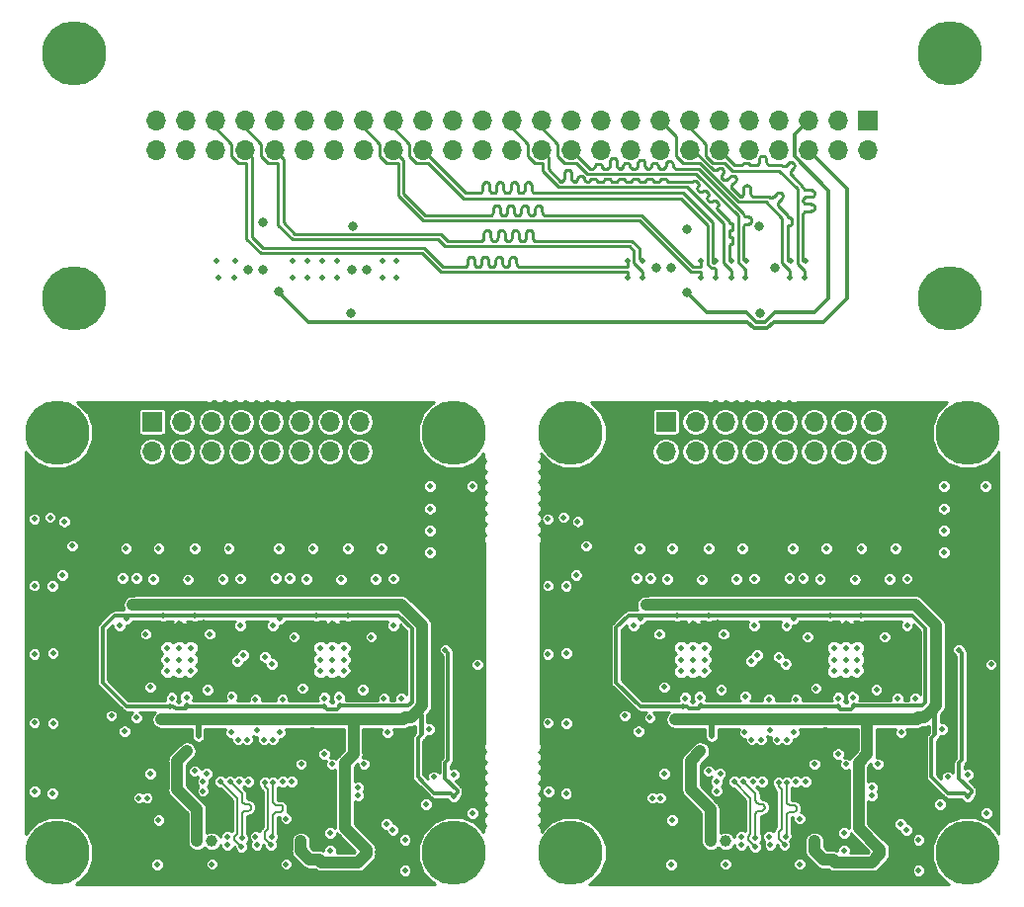
<source format=gbr>
%TF.GenerationSoftware,KiCad,Pcbnew,5.0.2-bee76a0~70~ubuntu18.04.1*%
%TF.CreationDate,2019-02-16T20:38:25+01:00*%
%TF.ProjectId,panel,70616e65-6c2e-46b6-9963-61645f706362,rev?*%
%TF.SameCoordinates,Original*%
%TF.FileFunction,Copper,L3,Inr*%
%TF.FilePolarity,Positive*%
%FSLAX46Y46*%
G04 Gerber Fmt 4.6, Leading zero omitted, Abs format (unit mm)*
G04 Created by KiCad (PCBNEW 5.0.2-bee76a0~70~ubuntu18.04.1) date lør 16 feb 2019 20:38:25 CET*
%MOMM*%
%LPD*%
G01*
G04 APERTURE LIST*
%TA.AperFunction,ViaPad*%
%ADD10R,1.700000X1.700000*%
%TD*%
%TA.AperFunction,ViaPad*%
%ADD11O,1.700000X1.700000*%
%TD*%
%TA.AperFunction,ViaPad*%
%ADD12C,5.500000*%
%TD*%
%TA.AperFunction,ViaPad*%
%ADD13C,0.500000*%
%TD*%
%TA.AperFunction,ViaPad*%
%ADD14C,0.800000*%
%TD*%
%TA.AperFunction,ViaPad*%
%ADD15C,1.000000*%
%TD*%
%TA.AperFunction,Conductor*%
%ADD16C,0.300000*%
%TD*%
%TA.AperFunction,Conductor*%
%ADD17C,1.000000*%
%TD*%
%TA.AperFunction,Conductor*%
%ADD18C,0.500000*%
%TD*%
%TA.AperFunction,Conductor*%
%ADD19C,0.252000*%
%TD*%
%TA.AperFunction,Conductor*%
%ADD20C,0.200000*%
%TD*%
%TA.AperFunction,Conductor*%
%ADD21C,0.254000*%
%TD*%
G04 APERTURE END LIST*
D10*
%TO.N,Detect*%
%TO.C,J101*%
X93400000Y-29250000D03*
D11*
%TO.N,GND*%
X93400000Y-31790000D03*
X90860000Y-29250000D03*
%TO.N,-2V5*%
X90860000Y-31790000D03*
%TO.N,Vref_8-15*%
X88320000Y-29250000D03*
%TO.N,Vref_0-7*%
X88320000Y-31790000D03*
%TO.N,+2V5*%
X85780000Y-29250000D03*
%TO.N,+4V*%
X85780000Y-31790000D03*
%TO.N,GND*%
X83240000Y-29250000D03*
%TO.N,+4V*%
X83240000Y-31790000D03*
%TO.N,GND*%
X80700000Y-29250000D03*
%TO.N,D8-*%
X80700000Y-31790000D03*
%TO.N,D8+*%
X78160000Y-29250000D03*
%TO.N,D9-*%
X78160000Y-31790000D03*
%TO.N,D9+*%
X75620000Y-29250000D03*
%TO.N,D0-*%
X75620000Y-31790000D03*
%TO.N,D0+*%
X73080000Y-29250000D03*
%TO.N,D1-*%
X73080000Y-31790000D03*
%TO.N,D1+*%
X70540000Y-29250000D03*
%TO.N,GND*%
X70540000Y-31790000D03*
X68000000Y-29250000D03*
%TO.N,D10-*%
X68000000Y-31790000D03*
%TO.N,D10+*%
X65460000Y-29250000D03*
%TO.N,D11-*%
X65460000Y-31790000D03*
%TO.N,D11+*%
X62920000Y-29250000D03*
%TO.N,D2-*%
X62920000Y-31790000D03*
%TO.N,D2+*%
X60380000Y-29250000D03*
%TO.N,D3-*%
X60380000Y-31790000D03*
%TO.N,D3+*%
X57840000Y-29250000D03*
%TO.N,GND*%
X57840000Y-31790000D03*
X55300000Y-29250000D03*
%TO.N,D12-*%
X55300000Y-31790000D03*
%TO.N,D12+*%
X52760000Y-29250000D03*
%TO.N,D13-*%
X52760000Y-31790000D03*
%TO.N,D13+*%
X50220000Y-29250000D03*
%TO.N,D4-*%
X50220000Y-31790000D03*
%TO.N,D4+*%
X47680000Y-29250000D03*
%TO.N,D5-*%
X47680000Y-31790000D03*
%TO.N,D5+*%
X45140000Y-29250000D03*
%TO.N,GND*%
X45140000Y-31790000D03*
X42600000Y-29250000D03*
%TO.N,D14-*%
X42600000Y-31790000D03*
%TO.N,D14+*%
X40060000Y-29250000D03*
%TO.N,D15-*%
X40060000Y-31790000D03*
%TO.N,D15+*%
X37520000Y-29250000D03*
%TO.N,D6-*%
X37520000Y-31790000D03*
%TO.N,D6+*%
X34980000Y-29250000D03*
%TO.N,D7-*%
X34980000Y-31790000D03*
%TO.N,D7+*%
X32440000Y-29250000D03*
%TO.N,GND*%
X32440000Y-31790000D03*
%TD*%
D12*
%TO.N,GND*%
%TO.C,J104*%
X25425000Y-23525000D03*
D13*
X27665000Y-23525000D03*
X26365000Y-25565000D03*
X27505000Y-24375000D03*
X27065000Y-25065000D03*
X25427796Y-21289820D03*
X26277796Y-21449820D03*
X26967796Y-21889820D03*
X27467796Y-22589820D03*
X23189820Y-23522204D03*
X23349820Y-22672204D03*
X23789820Y-21982204D03*
X24489820Y-21482204D03*
X25432204Y-25760180D03*
X24582204Y-25600180D03*
X23892204Y-25160180D03*
X23392204Y-24460180D03*
%TD*%
%TO.N,GND*%
%TO.C,J105*%
X23392204Y-45460180D03*
X23892204Y-46160180D03*
X24582204Y-46600180D03*
X25432204Y-46760180D03*
X24489820Y-42482204D03*
X23789820Y-42982204D03*
X23349820Y-43672204D03*
X23189820Y-44522204D03*
X27467796Y-43589820D03*
X26967796Y-42889820D03*
X26277796Y-42449820D03*
X25427796Y-42289820D03*
X27065000Y-46065000D03*
X27505000Y-45375000D03*
X26365000Y-46565000D03*
X27665000Y-44525000D03*
D12*
X25425000Y-44525000D03*
%TD*%
%TO.N,GND*%
%TO.C,J106*%
X100425000Y-23525000D03*
D13*
X102665000Y-23525000D03*
X101365000Y-25565000D03*
X102505000Y-24375000D03*
X102065000Y-25065000D03*
X100427796Y-21289820D03*
X101277796Y-21449820D03*
X101967796Y-21889820D03*
X102467796Y-22589820D03*
X98189820Y-23522204D03*
X98349820Y-22672204D03*
X98789820Y-21982204D03*
X99489820Y-21482204D03*
X100432204Y-25760180D03*
X99582204Y-25600180D03*
X98892204Y-25160180D03*
X98392204Y-24460180D03*
%TD*%
%TO.N,GND*%
%TO.C,J107*%
X98392204Y-45460180D03*
X98892204Y-46160180D03*
X99582204Y-46600180D03*
X100432204Y-46760180D03*
X99489820Y-42482204D03*
X98789820Y-42982204D03*
X98349820Y-43672204D03*
X98189820Y-44522204D03*
X102467796Y-43589820D03*
X101967796Y-42889820D03*
X101277796Y-42449820D03*
X100427796Y-42289820D03*
X102065000Y-46065000D03*
X102505000Y-45375000D03*
X101365000Y-46565000D03*
X102665000Y-44525000D03*
D12*
X100425000Y-44525000D03*
%TD*%
D13*
%TO.N,GND*%
%TO.C,IC401*%
X77425000Y-74475000D03*
X78425000Y-74475000D03*
X79425000Y-74475000D03*
X77425000Y-75475000D03*
X78425000Y-75475000D03*
X79425000Y-75475000D03*
X77425000Y-76475000D03*
X78425000Y-76475000D03*
X79425000Y-76475000D03*
%TD*%
%TO.N,GND*%
%TO.C,IC201*%
X92525000Y-76475000D03*
X91525000Y-76475000D03*
X90525000Y-76475000D03*
X92525000Y-75475000D03*
X91525000Y-75475000D03*
X90525000Y-75475000D03*
X92525000Y-74475000D03*
X91525000Y-74475000D03*
X90525000Y-74475000D03*
%TD*%
D10*
%TO.N,In0*%
%TO.C,J102*%
X76115000Y-55085000D03*
D11*
%TO.N,GND*%
X76115000Y-57625000D03*
%TO.N,In1*%
X78655000Y-55085000D03*
%TO.N,GND*%
X78655000Y-57625000D03*
%TO.N,In2*%
X81195000Y-55085000D03*
%TO.N,GND*%
X81195000Y-57625000D03*
%TO.N,In3*%
X83735000Y-55085000D03*
%TO.N,GND*%
X83735000Y-57625000D03*
%TO.N,In4*%
X86275000Y-55085000D03*
%TO.N,GND*%
X86275000Y-57625000D03*
%TO.N,In5*%
X88815000Y-55085000D03*
%TO.N,GND*%
X88815000Y-57625000D03*
%TO.N,In6*%
X91355000Y-55085000D03*
%TO.N,GND*%
X91355000Y-57625000D03*
%TO.N,In7*%
X93895000Y-55085000D03*
%TO.N,GND*%
X93895000Y-57625000D03*
%TD*%
D13*
%TO.N,GND*%
%TO.C,J103*%
X99942204Y-56960180D03*
X100442204Y-57660180D03*
X101132204Y-58100180D03*
X101982204Y-58260180D03*
X101039820Y-53982204D03*
X100339820Y-54482204D03*
X99899820Y-55172204D03*
X99739820Y-56022204D03*
X104017796Y-55089820D03*
X103517796Y-54389820D03*
X102827796Y-53949820D03*
X101977796Y-53789820D03*
X103615000Y-57565000D03*
X104055000Y-56875000D03*
X102915000Y-58065000D03*
X104215000Y-56025000D03*
D12*
X101975000Y-56025000D03*
%TD*%
%TO.N,GND*%
%TO.C,J104*%
X67975000Y-92025000D03*
D13*
X70215000Y-92025000D03*
X68915000Y-94065000D03*
X70055000Y-92875000D03*
X69615000Y-93565000D03*
X67977796Y-89789820D03*
X68827796Y-89949820D03*
X69517796Y-90389820D03*
X70017796Y-91089820D03*
X65739820Y-92022204D03*
X65899820Y-91172204D03*
X66339820Y-90482204D03*
X67039820Y-89982204D03*
X67982204Y-94260180D03*
X67132204Y-94100180D03*
X66442204Y-93660180D03*
X65942204Y-92960180D03*
%TD*%
%TO.N,GND*%
%TO.C,J105*%
X65942204Y-56960180D03*
X66442204Y-57660180D03*
X67132204Y-58100180D03*
X67982204Y-58260180D03*
X67039820Y-53982204D03*
X66339820Y-54482204D03*
X65899820Y-55172204D03*
X65739820Y-56022204D03*
X70017796Y-55089820D03*
X69517796Y-54389820D03*
X68827796Y-53949820D03*
X67977796Y-53789820D03*
X69615000Y-57565000D03*
X70055000Y-56875000D03*
X68915000Y-58065000D03*
X70215000Y-56025000D03*
D12*
X67975000Y-56025000D03*
%TD*%
%TO.N,GND*%
%TO.C,J106*%
X101975000Y-92025000D03*
D13*
X104215000Y-92025000D03*
X102915000Y-94065000D03*
X104055000Y-92875000D03*
X103615000Y-93565000D03*
X101977796Y-89789820D03*
X102827796Y-89949820D03*
X103517796Y-90389820D03*
X104017796Y-91089820D03*
X99739820Y-92022204D03*
X99899820Y-91172204D03*
X100339820Y-90482204D03*
X101039820Y-89982204D03*
X101982204Y-94260180D03*
X101132204Y-94100180D03*
X100442204Y-93660180D03*
X99942204Y-92960180D03*
%TD*%
%TO.N,GND*%
%TO.C,IC401*%
X33425000Y-74475000D03*
X34425000Y-74475000D03*
X35425000Y-74475000D03*
X33425000Y-75475000D03*
X34425000Y-75475000D03*
X35425000Y-75475000D03*
X33425000Y-76475000D03*
X34425000Y-76475000D03*
X35425000Y-76475000D03*
%TD*%
%TO.N,GND*%
%TO.C,IC201*%
X48525000Y-76475000D03*
X47525000Y-76475000D03*
X46525000Y-76475000D03*
X48525000Y-75475000D03*
X47525000Y-75475000D03*
X46525000Y-75475000D03*
X48525000Y-74475000D03*
X47525000Y-74475000D03*
X46525000Y-74475000D03*
%TD*%
D10*
%TO.N,In0*%
%TO.C,J102*%
X32115000Y-55085000D03*
D11*
%TO.N,GND*%
X32115000Y-57625000D03*
%TO.N,In1*%
X34655000Y-55085000D03*
%TO.N,GND*%
X34655000Y-57625000D03*
%TO.N,In2*%
X37195000Y-55085000D03*
%TO.N,GND*%
X37195000Y-57625000D03*
%TO.N,In3*%
X39735000Y-55085000D03*
%TO.N,GND*%
X39735000Y-57625000D03*
%TO.N,In4*%
X42275000Y-55085000D03*
%TO.N,GND*%
X42275000Y-57625000D03*
%TO.N,In5*%
X44815000Y-55085000D03*
%TO.N,GND*%
X44815000Y-57625000D03*
%TO.N,In6*%
X47355000Y-55085000D03*
%TO.N,GND*%
X47355000Y-57625000D03*
%TO.N,In7*%
X49895000Y-55085000D03*
%TO.N,GND*%
X49895000Y-57625000D03*
%TD*%
D13*
%TO.N,GND*%
%TO.C,J103*%
X55942204Y-56960180D03*
X56442204Y-57660180D03*
X57132204Y-58100180D03*
X57982204Y-58260180D03*
X57039820Y-53982204D03*
X56339820Y-54482204D03*
X55899820Y-55172204D03*
X55739820Y-56022204D03*
X60017796Y-55089820D03*
X59517796Y-54389820D03*
X58827796Y-53949820D03*
X57977796Y-53789820D03*
X59615000Y-57565000D03*
X60055000Y-56875000D03*
X58915000Y-58065000D03*
X60215000Y-56025000D03*
D12*
X57975000Y-56025000D03*
%TD*%
%TO.N,GND*%
%TO.C,J104*%
X23975000Y-92025000D03*
D13*
X26215000Y-92025000D03*
X24915000Y-94065000D03*
X26055000Y-92875000D03*
X25615000Y-93565000D03*
X23977796Y-89789820D03*
X24827796Y-89949820D03*
X25517796Y-90389820D03*
X26017796Y-91089820D03*
X21739820Y-92022204D03*
X21899820Y-91172204D03*
X22339820Y-90482204D03*
X23039820Y-89982204D03*
X23982204Y-94260180D03*
X23132204Y-94100180D03*
X22442204Y-93660180D03*
X21942204Y-92960180D03*
%TD*%
%TO.N,GND*%
%TO.C,J105*%
X21942204Y-56960180D03*
X22442204Y-57660180D03*
X23132204Y-58100180D03*
X23982204Y-58260180D03*
X23039820Y-53982204D03*
X22339820Y-54482204D03*
X21899820Y-55172204D03*
X21739820Y-56022204D03*
X26017796Y-55089820D03*
X25517796Y-54389820D03*
X24827796Y-53949820D03*
X23977796Y-53789820D03*
X25615000Y-57565000D03*
X26055000Y-56875000D03*
X24915000Y-58065000D03*
X26215000Y-56025000D03*
D12*
X23975000Y-56025000D03*
%TD*%
%TO.N,GND*%
%TO.C,J106*%
X57975000Y-92025000D03*
D13*
X60215000Y-92025000D03*
X58915000Y-94065000D03*
X60055000Y-92875000D03*
X59615000Y-93565000D03*
X57977796Y-89789820D03*
X58827796Y-89949820D03*
X59517796Y-90389820D03*
X60017796Y-91089820D03*
X55739820Y-92022204D03*
X55899820Y-91172204D03*
X56339820Y-90482204D03*
X57039820Y-89982204D03*
X57982204Y-94260180D03*
X57132204Y-94100180D03*
X56442204Y-93660180D03*
X55942204Y-92960180D03*
%TD*%
D14*
%TO.N,GND*%
X49235000Y-42025000D03*
X84225000Y-45825000D03*
X41625000Y-38025000D03*
X49325035Y-38320490D03*
X49125000Y-45825000D03*
X84125000Y-38325000D03*
X77898841Y-38616099D03*
D13*
X96775000Y-72525000D03*
X86450000Y-72550000D03*
X86700000Y-68500000D03*
X95275000Y-68550000D03*
X92300000Y-68600000D03*
X89325000Y-68575000D03*
X83675000Y-72525000D03*
X73350000Y-72550000D03*
X73600000Y-68500000D03*
X82175000Y-68550000D03*
X79200000Y-68600000D03*
X76225000Y-68575000D03*
X91525000Y-84425000D03*
X94275000Y-84425000D03*
X93775000Y-86425000D03*
X88875000Y-84425000D03*
X76675000Y-65925000D03*
X73875000Y-65925000D03*
X79775000Y-65925000D03*
X82675000Y-65925000D03*
X86975000Y-65925000D03*
X89875000Y-65925000D03*
X92875000Y-65925000D03*
X95775000Y-65925000D03*
X93775000Y-87125000D03*
D15*
X81240000Y-91025000D03*
D13*
X81240000Y-93000000D03*
X87590000Y-93000000D03*
X80475000Y-85925000D03*
X80775000Y-85225000D03*
X75975000Y-85225000D03*
X80475000Y-86725000D03*
X79775000Y-85025000D03*
X97775000Y-93525000D03*
X97775000Y-90925000D03*
X99599272Y-87849272D03*
X73775000Y-81625000D03*
X96275000Y-81725000D03*
X97475000Y-78825000D03*
X87075000Y-81725000D03*
X82875000Y-81725000D03*
X85075000Y-81525000D03*
X95978565Y-78828565D03*
X72625000Y-80275000D03*
X74753722Y-80455746D03*
X82929031Y-78643035D03*
X84975000Y-78893300D03*
X87275000Y-78893300D03*
X52775000Y-72525000D03*
X42450000Y-72550000D03*
X42700000Y-68500000D03*
X51275000Y-68550000D03*
X48300000Y-68600000D03*
X45325000Y-68575000D03*
X39675000Y-72525000D03*
X29350000Y-72550000D03*
X29600000Y-68500000D03*
X38175000Y-68550000D03*
X35200000Y-68600000D03*
X32225000Y-68575000D03*
X47525000Y-84425000D03*
X50275000Y-84425000D03*
X49775000Y-86425000D03*
X44875000Y-84425000D03*
X32675000Y-65925000D03*
X29875000Y-65925000D03*
X35775000Y-65925000D03*
X38675000Y-65925000D03*
X42975000Y-65925000D03*
X45875000Y-65925000D03*
X48875000Y-65925000D03*
X51775000Y-65925000D03*
X49775000Y-87125000D03*
D15*
X37240000Y-91025000D03*
D13*
X37240000Y-93000000D03*
X43590000Y-93000000D03*
X36475000Y-85925000D03*
X36775000Y-85225000D03*
X31975000Y-85225000D03*
X36475000Y-86725000D03*
X35775000Y-85025000D03*
X53775000Y-93525000D03*
X53775000Y-90925000D03*
X55599272Y-87849272D03*
X29775000Y-81625000D03*
X52275000Y-81725000D03*
X53475000Y-78825000D03*
X43075000Y-81725000D03*
X38875000Y-81725000D03*
X41075000Y-81525000D03*
X51978565Y-78828565D03*
X28625000Y-80275000D03*
X30753722Y-80455746D03*
X38929031Y-78643035D03*
X40975000Y-78893300D03*
X43275000Y-78893300D03*
D14*
%TO.N,-2V5*%
X85505000Y-41925000D03*
X50525000Y-42025000D03*
D13*
X94725000Y-75375000D03*
X91525000Y-79075000D03*
X88425000Y-75475000D03*
X91525000Y-72375000D03*
X91525000Y-79075000D03*
X96850000Y-74050000D03*
X81625000Y-75375000D03*
X78425000Y-79075000D03*
X75325000Y-75475000D03*
X78425000Y-72375000D03*
X78425000Y-79075000D03*
D15*
X79975000Y-91025000D03*
D13*
X79075000Y-83325000D03*
X101975000Y-85325000D03*
X78275000Y-86625000D03*
X83645000Y-73795000D03*
X50725000Y-75375000D03*
X47525000Y-79075000D03*
X44425000Y-75475000D03*
X47525000Y-72375000D03*
X47525000Y-79075000D03*
X52850000Y-74050000D03*
X37625000Y-75375000D03*
X34425000Y-79075000D03*
X31325000Y-75475000D03*
X34425000Y-72375000D03*
X34425000Y-79075000D03*
D15*
X35975000Y-91025000D03*
D13*
X35075000Y-83325000D03*
X57975000Y-85325000D03*
X34275000Y-86625000D03*
X39645000Y-73795000D03*
D14*
%TO.N,Vref_8-15*%
X77925000Y-44025000D03*
%TO.N,Vref_0-7*%
X42925000Y-43925000D03*
%TO.N,+2V5*%
X41625000Y-42025000D03*
X76615000Y-41925000D03*
D13*
X93975000Y-70750000D03*
X87525000Y-70800000D03*
X80875000Y-70750000D03*
X74425000Y-70800000D03*
X93375000Y-83574998D03*
D15*
X94375000Y-92225000D03*
X88860000Y-91025000D03*
D13*
X75975000Y-77825000D03*
X88975000Y-77925000D03*
X88275000Y-73525000D03*
X94158210Y-78025000D03*
X93225000Y-80575000D03*
X80862500Y-78037500D03*
X81058210Y-73275000D03*
X75575000Y-73275000D03*
X80075000Y-82025000D03*
X101975000Y-87175000D03*
X101225000Y-74625000D03*
X94875000Y-73525000D03*
X89825000Y-80575000D03*
X76925000Y-80600000D03*
X79925000Y-80575000D03*
X49975000Y-70750000D03*
X43525000Y-70800000D03*
X36875000Y-70750000D03*
X30425000Y-70800000D03*
X49375000Y-83574998D03*
D15*
X50375000Y-92225000D03*
X44860000Y-91025000D03*
D13*
X31975000Y-77825000D03*
X44975000Y-77925000D03*
X44275000Y-73525000D03*
X50158210Y-78025000D03*
X49225000Y-80575000D03*
X36862500Y-78037500D03*
X37058210Y-73275000D03*
X31575000Y-73275000D03*
X36075000Y-82025000D03*
X57975000Y-87175000D03*
X57225000Y-74625000D03*
X50875000Y-73525000D03*
X45825000Y-80575000D03*
X32925000Y-80600000D03*
X35925000Y-80575000D03*
D14*
%TO.N,+4V*%
X40345000Y-42025000D03*
X75345000Y-41925000D03*
D13*
X93700000Y-69550000D03*
X89775000Y-69550000D03*
X80600000Y-69550000D03*
X76675000Y-69550000D03*
X83650000Y-69550000D03*
X89275000Y-85825000D03*
D15*
X90130000Y-91025000D03*
D13*
X89275000Y-86725000D03*
X96750000Y-69550000D03*
X92275000Y-81625000D03*
X89803021Y-81775000D03*
X89275000Y-72625000D03*
X89575000Y-78625000D03*
X93475000Y-78625000D03*
X80275000Y-78625000D03*
X76551011Y-78573989D03*
X80525000Y-72325000D03*
X76275000Y-72475000D03*
X93900000Y-72700000D03*
X49700000Y-69550000D03*
X45775000Y-69550000D03*
X36600000Y-69550000D03*
X32675000Y-69550000D03*
X39650000Y-69550000D03*
X45275000Y-85825000D03*
D15*
X46130000Y-91025000D03*
D13*
X45275000Y-86725000D03*
X52750000Y-69550000D03*
X48275000Y-81625000D03*
X45803021Y-81775000D03*
X45275000Y-72625000D03*
X45575000Y-78625000D03*
X49475000Y-78625000D03*
X36275000Y-78625000D03*
X32551011Y-78573989D03*
X36525000Y-72325000D03*
X32275000Y-72475000D03*
X49900000Y-72700000D03*
%TO.N,D8-*%
X88125000Y-41325000D03*
%TO.N,D8+*%
X88025000Y-42725000D03*
%TO.N,D9-*%
X86825000Y-41325000D03*
%TO.N,D9+*%
X86725000Y-42725000D03*
%TO.N,D0-*%
X53025000Y-41325000D03*
X74975000Y-87325000D03*
X76575000Y-93025000D03*
X30975000Y-87325000D03*
X32575000Y-93025000D03*
%TO.N,D0+*%
X53025000Y-42725000D03*
X75675000Y-87325000D03*
X76675000Y-89225000D03*
X31675000Y-87325000D03*
X32675000Y-89225000D03*
%TO.N,D1-*%
X51825000Y-41325000D03*
%TO.N,D1+*%
X51825000Y-42725000D03*
%TO.N,D10-*%
X83025000Y-41325000D03*
%TO.N,D10+*%
X82925000Y-42725000D03*
%TO.N,D11-*%
X81725000Y-41325000D03*
%TO.N,D11+*%
X81725000Y-42725000D03*
%TO.N,D2-*%
X47925000Y-41325000D03*
X84375000Y-85925000D03*
X82575000Y-91325000D03*
X40375000Y-85925000D03*
X38575000Y-91325000D03*
%TO.N,D2+*%
X47925000Y-42725000D03*
X83575000Y-85925000D03*
X82575000Y-90625000D03*
X39575000Y-85925000D03*
X38575000Y-90625000D03*
%TO.N,D3-*%
X46725000Y-41325000D03*
X81975000Y-85925000D03*
X83775000Y-91525000D03*
X37975000Y-85925000D03*
X39775000Y-91525000D03*
%TO.N,D3+*%
X46725000Y-42725000D03*
X82775000Y-85925000D03*
X83815008Y-90755006D03*
X38775000Y-85925000D03*
X39815008Y-90755006D03*
%TO.N,D12-*%
X80425000Y-41325000D03*
%TO.N,D12+*%
X80425000Y-42725000D03*
%TO.N,D13-*%
X79125000Y-41325000D03*
%TO.N,D13+*%
X79125000Y-42725000D03*
%TO.N,D4-*%
X45425000Y-41325000D03*
X88075000Y-85925000D03*
X85075000Y-91325000D03*
X44075000Y-85925000D03*
X41075000Y-91325000D03*
%TO.N,D4+*%
X45425000Y-42725000D03*
X87275000Y-85925000D03*
X84975000Y-90625000D03*
X43275000Y-85925000D03*
X40975000Y-90625000D03*
%TO.N,D5-*%
X44125000Y-41325000D03*
X85775000Y-86025000D03*
X86275000Y-91325000D03*
X41775000Y-86025000D03*
X42275000Y-91325000D03*
%TO.N,D5+*%
X44125000Y-42725000D03*
X86475000Y-86025000D03*
X86375000Y-90625000D03*
X42475000Y-86025000D03*
X42375000Y-90625000D03*
%TO.N,D14-*%
X74125000Y-41325000D03*
%TO.N,D14+*%
X74125000Y-42725000D03*
%TO.N,D15-*%
X72825000Y-41325000D03*
%TO.N,D15+*%
X72825000Y-42725000D03*
%TO.N,D6-*%
X39225000Y-41325000D03*
X96740166Y-90090166D03*
X91375000Y-91825000D03*
X52740166Y-90090166D03*
X47375000Y-91825000D03*
%TO.N,D6+*%
X39125000Y-42725000D03*
X96209834Y-89559834D03*
X91375000Y-90325000D03*
X52209834Y-89559834D03*
X47375000Y-90325000D03*
%TO.N,D7-*%
X37625000Y-41325000D03*
%TO.N,D7+*%
X37825000Y-42725000D03*
%TO.N,Net-(C201-Pad1)*%
X90881146Y-78779689D03*
X87875000Y-68500000D03*
X46881146Y-78779689D03*
X43875000Y-68500000D03*
%TO.N,Net-(C214-Pad1)*%
X96775000Y-68525000D03*
X92172344Y-78741059D03*
X52775000Y-68525000D03*
X48172344Y-78741059D03*
%TO.N,Net-(C401-Pad1)*%
X77781146Y-78779689D03*
X74775000Y-68500000D03*
X33781146Y-78779689D03*
X30775000Y-68500000D03*
%TO.N,Net-(C414-Pad1)*%
X83675000Y-68525000D03*
X79068142Y-78680952D03*
X39675000Y-68525000D03*
X35068142Y-78680952D03*
%TO.N,/Ch 4-7/B+*%
X86375000Y-75825000D03*
X86475000Y-82325000D03*
X42375000Y-75825000D03*
X42475000Y-82325000D03*
%TO.N,/Ch 4-7/B-*%
X85775000Y-75225000D03*
X85675000Y-82325000D03*
X41775000Y-75225000D03*
X41675000Y-82325000D03*
%TO.N,/Ch 0-3/C+*%
X83427512Y-75572488D03*
X83475000Y-82325000D03*
X39427512Y-75572488D03*
X39475000Y-82325000D03*
%TO.N,/Ch 0-3/C-*%
X83922488Y-75077512D03*
X84275000Y-82325000D03*
X39922488Y-75077512D03*
X40275000Y-82325000D03*
%TO.N,Vref*%
X90174990Y-71700000D03*
X92875010Y-71700000D03*
X87050010Y-71949990D03*
X77625000Y-79474979D03*
X77074990Y-71700000D03*
X79775010Y-71700000D03*
X73950010Y-71949990D03*
X90875000Y-83574998D03*
X87590000Y-89100000D03*
X100275000Y-85525000D03*
X92222777Y-79439252D03*
X90875010Y-79493310D03*
X79125010Y-79380212D03*
X46174990Y-71700000D03*
X48875010Y-71700000D03*
X43050010Y-71949990D03*
X33625000Y-79474979D03*
X33074990Y-71700000D03*
X35775010Y-71700000D03*
X29950010Y-71949990D03*
X46875000Y-83574998D03*
X43590000Y-89100000D03*
X56275000Y-85525000D03*
X48222777Y-79439252D03*
X46875010Y-79493310D03*
X35125010Y-79380212D03*
%TO.N,Net-(D401-Pad2)*%
X99925000Y-64425000D03*
X67375000Y-63275000D03*
X66025000Y-63425000D03*
X67625000Y-80925000D03*
X66025000Y-80875000D03*
X69275000Y-65725000D03*
X55925000Y-64425000D03*
X23375000Y-63275000D03*
X22025000Y-63425000D03*
X23625000Y-80925000D03*
X22025000Y-80875000D03*
X25275000Y-65725000D03*
%TO.N,Net-(D401-Pad1)*%
X99925000Y-62525000D03*
X67575000Y-86925000D03*
X66075000Y-86775000D03*
X55925000Y-62525000D03*
X23575000Y-86925000D03*
X22075000Y-86775000D03*
%TO.N,Net-(D403-Pad2)*%
X99925000Y-66275000D03*
X68424990Y-68225000D03*
X55925000Y-66275000D03*
X24424990Y-68225000D03*
%TO.N,Net-(D405-Pad2)*%
X99925000Y-60625000D03*
X66025000Y-69125000D03*
X67575000Y-69175000D03*
X67625000Y-74925000D03*
X66025000Y-74975000D03*
X68573239Y-63626751D03*
X55925000Y-60625000D03*
X22025000Y-69125000D03*
X23575000Y-69175000D03*
X23625000Y-74925000D03*
X22025000Y-74975000D03*
X24573239Y-63626751D03*
%TO.N,Net-(R417-Pad1)*%
X103575000Y-88625000D03*
X99811772Y-81436772D03*
X59575000Y-88625000D03*
X55811772Y-81436772D03*
%TO.N,Net-(R421-Pad2)*%
X103525000Y-60625000D03*
X103975010Y-75875000D03*
X59525000Y-60625000D03*
X59975010Y-75875000D03*
%TD*%
D16*
%TO.N,-2V5*%
X91525000Y-78575000D02*
X88425000Y-75475000D01*
X91525000Y-79075000D02*
X91525000Y-78575000D01*
X88425000Y-75475000D02*
X91525000Y-72375000D01*
X94475001Y-75624999D02*
X94725000Y-75375000D01*
X94263003Y-75624999D02*
X94475001Y-75624999D01*
X91525000Y-78363002D02*
X94263003Y-75624999D01*
X91525000Y-79075000D02*
X91525000Y-78363002D01*
X91725000Y-72375000D02*
X91525000Y-72375000D01*
X94725000Y-75375000D02*
X91725000Y-72375000D01*
X96050000Y-74050000D02*
X94725000Y-75375000D01*
X96850000Y-74050000D02*
X96050000Y-74050000D01*
X78425000Y-78575000D02*
X75325000Y-75475000D01*
X78425000Y-79075000D02*
X78425000Y-78575000D01*
X75325000Y-75475000D02*
X78425000Y-72375000D01*
X81375001Y-75624999D02*
X81625000Y-75375000D01*
X81163003Y-75624999D02*
X81375001Y-75624999D01*
X78425000Y-78363002D02*
X81163003Y-75624999D01*
X78425000Y-79075000D02*
X78425000Y-78363002D01*
X78625000Y-72375000D02*
X78425000Y-72375000D01*
X81625000Y-75375000D02*
X78625000Y-72375000D01*
D17*
X79975000Y-88325000D02*
X78275000Y-86625000D01*
X79975000Y-88325000D02*
X79975000Y-91025000D01*
D16*
X88175001Y-75225001D02*
X88425000Y-75475000D01*
X83645000Y-73795000D02*
X82950000Y-74050000D01*
X82950000Y-74050000D02*
X81625000Y-75375000D01*
X83645000Y-73795000D02*
X87000000Y-74050000D01*
X87000000Y-74050000D02*
X88175001Y-75225001D01*
D17*
X78275000Y-84125000D02*
X78275000Y-86625000D01*
X79075000Y-83325000D02*
X78275000Y-84125000D01*
D16*
X47525000Y-78575000D02*
X44425000Y-75475000D01*
X47525000Y-79075000D02*
X47525000Y-78575000D01*
X44425000Y-75475000D02*
X47525000Y-72375000D01*
X50475001Y-75624999D02*
X50725000Y-75375000D01*
X50263003Y-75624999D02*
X50475001Y-75624999D01*
X47525000Y-78363002D02*
X50263003Y-75624999D01*
X47525000Y-79075000D02*
X47525000Y-78363002D01*
X47725000Y-72375000D02*
X47525000Y-72375000D01*
X50725000Y-75375000D02*
X47725000Y-72375000D01*
X52050000Y-74050000D02*
X50725000Y-75375000D01*
X52850000Y-74050000D02*
X52050000Y-74050000D01*
X34425000Y-78575000D02*
X31325000Y-75475000D01*
X34425000Y-79075000D02*
X34425000Y-78575000D01*
X31325000Y-75475000D02*
X34425000Y-72375000D01*
X37375001Y-75624999D02*
X37625000Y-75375000D01*
X37163003Y-75624999D02*
X37375001Y-75624999D01*
X34425000Y-78363002D02*
X37163003Y-75624999D01*
X34425000Y-79075000D02*
X34425000Y-78363002D01*
X34625000Y-72375000D02*
X34425000Y-72375000D01*
X37625000Y-75375000D02*
X34625000Y-72375000D01*
D17*
X35975000Y-88325000D02*
X34275000Y-86625000D01*
X35975000Y-88325000D02*
X35975000Y-91025000D01*
D16*
X44175001Y-75225001D02*
X44425000Y-75475000D01*
X39645000Y-73795000D02*
X38950000Y-74050000D01*
X38950000Y-74050000D02*
X37625000Y-75375000D01*
X39645000Y-73795000D02*
X43000000Y-74050000D01*
X43000000Y-74050000D02*
X44175001Y-75225001D01*
D17*
X34275000Y-84125000D02*
X34275000Y-86625000D01*
X35075000Y-83325000D02*
X34275000Y-84125000D01*
D16*
%TO.N,Vref_8-15*%
X83014998Y-45725000D02*
X79625000Y-45725000D01*
X90025000Y-44525000D02*
X88825000Y-45725000D01*
X88825000Y-45725000D02*
X85435002Y-45725000D01*
X85435002Y-45725000D02*
X84585001Y-46575001D01*
X88320000Y-29250000D02*
X87119999Y-30450001D01*
X87119999Y-30450001D02*
X87119999Y-32366001D01*
X90025000Y-35271002D02*
X90025000Y-44525000D01*
X79625000Y-45725000D02*
X78324999Y-44424999D01*
X78324999Y-44424999D02*
X77925000Y-44025000D01*
X83864999Y-46575001D02*
X83014998Y-45725000D01*
X84585001Y-46575001D02*
X83864999Y-46575001D01*
X87119999Y-32366001D02*
X90025000Y-35271002D01*
%TO.N,Vref_0-7*%
X83107876Y-46525000D02*
X45525000Y-46525000D01*
X85342124Y-46525000D02*
X84792112Y-47075012D01*
X84792112Y-47075012D02*
X83657887Y-47075011D01*
X83657887Y-47075011D02*
X83107876Y-46525000D01*
X43324999Y-44324999D02*
X42925000Y-43925000D01*
X45525000Y-46525000D02*
X43324999Y-44324999D01*
X89625000Y-46525000D02*
X85342124Y-46525000D01*
X91625000Y-35095000D02*
X91625000Y-44525000D01*
X88320000Y-31790000D02*
X91625000Y-35095000D01*
X91625000Y-44525000D02*
X89625000Y-46525000D01*
D17*
%TO.N,+2V5*%
X89025000Y-80575000D02*
X88671447Y-80575000D01*
X93975000Y-70750000D02*
X93987500Y-70762500D01*
X85075000Y-70750000D02*
X88324990Y-70750000D01*
X93975000Y-70750000D02*
X88324990Y-70750000D01*
X80875000Y-70750000D02*
X80887500Y-70762500D01*
X80875000Y-70750000D02*
X85025000Y-70750000D01*
X97627930Y-80575000D02*
X94378553Y-80575000D01*
X93975000Y-70750000D02*
X97500000Y-70750000D01*
X97777939Y-80424991D02*
X97627930Y-80575000D01*
X94378553Y-80575000D02*
X94025000Y-80575000D01*
X98275009Y-80424991D02*
X97777939Y-80424991D01*
X97500000Y-70750000D02*
X99275000Y-72525000D01*
X99275000Y-72525000D02*
X99275000Y-79425000D01*
X99275000Y-79425000D02*
X98825000Y-79875000D01*
X98825000Y-79875000D02*
X98275009Y-80424991D01*
X88860000Y-91025000D02*
X88860000Y-91732106D01*
X88860000Y-91732106D02*
X88882106Y-91732106D01*
X92624999Y-89874999D02*
X94475000Y-91725000D01*
X93375000Y-83574998D02*
X92624999Y-84324999D01*
X92624999Y-89874999D02*
X92624999Y-84324999D01*
D16*
X98825000Y-79875000D02*
X99199999Y-80249999D01*
X99199999Y-80249999D02*
X99199999Y-81886052D01*
X99125008Y-80175008D02*
X98825000Y-79875000D01*
X99125008Y-81977086D02*
X99125008Y-80175008D01*
X98875000Y-85525000D02*
X98875000Y-82227095D01*
X98875000Y-82227095D02*
X99125008Y-81977086D01*
D17*
X94475000Y-92125000D02*
X94375000Y-92225000D01*
X94475000Y-91725000D02*
X94475000Y-92125000D01*
X88860000Y-91732106D02*
X88860000Y-91866002D01*
X80521447Y-70750000D02*
X80875000Y-70750000D01*
D16*
X74475000Y-70750000D02*
X74425000Y-70800000D01*
X88221447Y-80575000D02*
X88475000Y-80575000D01*
X88125000Y-80478553D02*
X88221447Y-80575000D01*
D17*
X89025000Y-80575000D02*
X88475000Y-80575000D01*
X93375000Y-83574998D02*
X93375000Y-80575000D01*
X89025000Y-80575000D02*
X93375000Y-80575000D01*
X93375000Y-80575000D02*
X94025000Y-80575000D01*
D16*
X81825000Y-80275000D02*
X81825000Y-80575000D01*
X81875000Y-80225000D02*
X81825000Y-80275000D01*
D17*
X88475000Y-80575000D02*
X81825000Y-80575000D01*
D16*
X80075000Y-81671447D02*
X80075000Y-80581064D01*
X80075000Y-82025000D02*
X80075000Y-81671447D01*
D17*
X88860000Y-91866002D02*
X89618998Y-92625000D01*
D16*
X101725001Y-86925001D02*
X100275001Y-86925001D01*
X101975000Y-87175000D02*
X101725001Y-86925001D01*
X100275001Y-86925001D02*
X99425000Y-86075000D01*
X99425000Y-86075000D02*
X98875000Y-85525000D01*
X101474999Y-74874999D02*
X101474999Y-84075001D01*
X101225000Y-74625000D02*
X101474999Y-74874999D01*
X101474999Y-84075001D02*
X101225000Y-84325000D01*
X101225000Y-84325000D02*
X101225000Y-85625000D01*
X102275000Y-86675000D02*
X102275000Y-86875000D01*
X101225000Y-85625000D02*
X102275000Y-86675000D01*
X101975000Y-87175000D02*
X102275000Y-86875000D01*
D17*
X74828553Y-70750000D02*
X80521447Y-70750000D01*
X74778553Y-70800000D02*
X74828553Y-70750000D01*
X74425000Y-70800000D02*
X74778553Y-70800000D01*
D16*
X89825000Y-80575000D02*
X90075000Y-80575000D01*
X76925000Y-80600000D02*
X76926038Y-80601038D01*
D18*
X80075000Y-80725000D02*
X79925000Y-80575000D01*
X80075000Y-82025000D02*
X80075000Y-80725000D01*
D17*
X89618998Y-92625000D02*
X90425000Y-92625000D01*
X90425000Y-92625000D02*
X90625000Y-92825000D01*
X93775000Y-92825000D02*
X94375000Y-92225000D01*
X90625000Y-92825000D02*
X93775000Y-92825000D01*
X81825000Y-80575000D02*
X79925000Y-80575000D01*
X76950000Y-80575000D02*
X76925000Y-80600000D01*
X79925000Y-80575000D02*
X76950000Y-80575000D01*
X45025000Y-80575000D02*
X44671447Y-80575000D01*
X49975000Y-70750000D02*
X49987500Y-70762500D01*
X41075000Y-70750000D02*
X44324990Y-70750000D01*
X49975000Y-70750000D02*
X44324990Y-70750000D01*
X36875000Y-70750000D02*
X36887500Y-70762500D01*
X36875000Y-70750000D02*
X41025000Y-70750000D01*
X53627930Y-80575000D02*
X50378553Y-80575000D01*
X49975000Y-70750000D02*
X53500000Y-70750000D01*
X53777939Y-80424991D02*
X53627930Y-80575000D01*
X50378553Y-80575000D02*
X50025000Y-80575000D01*
X54275009Y-80424991D02*
X53777939Y-80424991D01*
X53500000Y-70750000D02*
X55275000Y-72525000D01*
X55275000Y-72525000D02*
X55275000Y-79425000D01*
X55275000Y-79425000D02*
X54825000Y-79875000D01*
X54825000Y-79875000D02*
X54275009Y-80424991D01*
X44860000Y-91025000D02*
X44860000Y-91732106D01*
X44860000Y-91732106D02*
X44882106Y-91732106D01*
X48624999Y-89874999D02*
X50475000Y-91725000D01*
X49375000Y-83574998D02*
X48624999Y-84324999D01*
X48624999Y-89874999D02*
X48624999Y-84324999D01*
D16*
X54825000Y-79875000D02*
X55199999Y-80249999D01*
X55199999Y-80249999D02*
X55199999Y-81886052D01*
X55125008Y-80175008D02*
X54825000Y-79875000D01*
X55125008Y-81977086D02*
X55125008Y-80175008D01*
X54875000Y-85525000D02*
X54875000Y-82227095D01*
X54875000Y-82227095D02*
X55125008Y-81977086D01*
D17*
X50475000Y-92125000D02*
X50375000Y-92225000D01*
X50475000Y-91725000D02*
X50475000Y-92125000D01*
X44860000Y-91732106D02*
X44860000Y-91866002D01*
X36521447Y-70750000D02*
X36875000Y-70750000D01*
D16*
X30475000Y-70750000D02*
X30425000Y-70800000D01*
X44221447Y-80575000D02*
X44475000Y-80575000D01*
X44125000Y-80478553D02*
X44221447Y-80575000D01*
D17*
X45025000Y-80575000D02*
X44475000Y-80575000D01*
X49375000Y-83574998D02*
X49375000Y-80575000D01*
X45025000Y-80575000D02*
X49375000Y-80575000D01*
X49375000Y-80575000D02*
X50025000Y-80575000D01*
D16*
X37825000Y-80275000D02*
X37825000Y-80575000D01*
X37875000Y-80225000D02*
X37825000Y-80275000D01*
D17*
X44475000Y-80575000D02*
X37825000Y-80575000D01*
D16*
X36075000Y-81671447D02*
X36075000Y-80581064D01*
X36075000Y-82025000D02*
X36075000Y-81671447D01*
D17*
X44860000Y-91866002D02*
X45618998Y-92625000D01*
D16*
X57725001Y-86925001D02*
X56275001Y-86925001D01*
X57975000Y-87175000D02*
X57725001Y-86925001D01*
X56275001Y-86925001D02*
X55425000Y-86075000D01*
X55425000Y-86075000D02*
X54875000Y-85525000D01*
X57474999Y-74874999D02*
X57474999Y-84075001D01*
X57225000Y-74625000D02*
X57474999Y-74874999D01*
X57474999Y-84075001D02*
X57225000Y-84325000D01*
X57225000Y-84325000D02*
X57225000Y-85625000D01*
X58275000Y-86675000D02*
X58275000Y-86875000D01*
X57225000Y-85625000D02*
X58275000Y-86675000D01*
X57975000Y-87175000D02*
X58275000Y-86875000D01*
D17*
X30828553Y-70750000D02*
X36521447Y-70750000D01*
X30778553Y-70800000D02*
X30828553Y-70750000D01*
X30425000Y-70800000D02*
X30778553Y-70800000D01*
D16*
X45825000Y-80575000D02*
X46075000Y-80575000D01*
X32925000Y-80600000D02*
X32926038Y-80601038D01*
D18*
X36075000Y-80725000D02*
X35925000Y-80575000D01*
X36075000Y-82025000D02*
X36075000Y-80725000D01*
D17*
X45618998Y-92625000D02*
X46425000Y-92625000D01*
X46425000Y-92625000D02*
X46625000Y-92825000D01*
X49775000Y-92825000D02*
X50375000Y-92225000D01*
X46625000Y-92825000D02*
X49775000Y-92825000D01*
X37825000Y-80575000D02*
X35925000Y-80575000D01*
X32950000Y-80575000D02*
X32925000Y-80600000D01*
X35925000Y-80575000D02*
X32950000Y-80575000D01*
%TO.N,+4V*%
X89775000Y-69550000D02*
X93700000Y-69550000D01*
X89775000Y-69550000D02*
X85000000Y-69550000D01*
X93700000Y-69550000D02*
X96750000Y-69550000D01*
X76675000Y-69550000D02*
X80600000Y-69550000D01*
X80600000Y-69550000D02*
X83650000Y-69550000D01*
X83650000Y-69550000D02*
X85050000Y-69550000D01*
X89275000Y-85825000D02*
X89275000Y-86725000D01*
X89275000Y-86725000D02*
X90130000Y-87580000D01*
X90130000Y-87580000D02*
X90130000Y-91025000D01*
X90075000Y-84181000D02*
X89803021Y-83909021D01*
X89803021Y-83909021D02*
X89803021Y-82128553D01*
D16*
X89953021Y-81625000D02*
X89803021Y-81775000D01*
D17*
X89803021Y-82128553D02*
X89803021Y-81775000D01*
X90075000Y-85025000D02*
X90075000Y-84181000D01*
D16*
X92275000Y-81625000D02*
X89953021Y-81625000D01*
D17*
X89275000Y-85825000D02*
X90075000Y-85025000D01*
X45775000Y-69550000D02*
X49700000Y-69550000D01*
X45775000Y-69550000D02*
X41000000Y-69550000D01*
X49700000Y-69550000D02*
X52750000Y-69550000D01*
X32675000Y-69550000D02*
X36600000Y-69550000D01*
X36600000Y-69550000D02*
X39650000Y-69550000D01*
X39650000Y-69550000D02*
X41050000Y-69550000D01*
X45275000Y-85825000D02*
X45275000Y-86725000D01*
X45275000Y-86725000D02*
X46130000Y-87580000D01*
X46130000Y-87580000D02*
X46130000Y-91025000D01*
X46075000Y-84181000D02*
X45803021Y-83909021D01*
X45803021Y-83909021D02*
X45803021Y-82128553D01*
D16*
X45953021Y-81625000D02*
X45803021Y-81775000D01*
D17*
X45803021Y-82128553D02*
X45803021Y-81775000D01*
X46075000Y-85025000D02*
X46075000Y-84181000D01*
D16*
X48275000Y-81625000D02*
X45953021Y-81625000D01*
D17*
X45275000Y-85825000D02*
X46075000Y-85025000D01*
D19*
%TO.N,D8-*%
X88119648Y-41330352D02*
X88125000Y-41325000D01*
X88821412Y-36860517D02*
X88785671Y-36917398D01*
X87853500Y-36130352D02*
X87861022Y-36197108D01*
X87861022Y-36063595D02*
X87853500Y-36130352D01*
X87883210Y-36000186D02*
X87861022Y-36063595D01*
X87918951Y-35943305D02*
X87883210Y-36000186D01*
X87966454Y-35895802D02*
X87918951Y-35943305D01*
X88023335Y-35860061D02*
X87966454Y-35895802D01*
X88086744Y-35837873D02*
X88023335Y-35860061D01*
X88551121Y-35830352D02*
X88153500Y-35830352D01*
X87861022Y-37263595D02*
X87853500Y-37330352D01*
X88681287Y-35800642D02*
X88617878Y-35822830D01*
X87883210Y-37200186D02*
X87861022Y-37263595D01*
X88738168Y-35764901D02*
X88681287Y-35800642D01*
X88785671Y-35717398D02*
X88738168Y-35764901D01*
X88821412Y-35660517D02*
X88785671Y-35717398D01*
X88086744Y-37037873D02*
X88023335Y-37060061D01*
X88851121Y-35530352D02*
X88843600Y-35597108D01*
X88153500Y-37030352D02*
X88086744Y-37037873D01*
X88843600Y-35463595D02*
X88851121Y-35530352D01*
X88821412Y-35400186D02*
X88843600Y-35463595D01*
X88785671Y-35343305D02*
X88821412Y-35400186D01*
X88851121Y-36730352D02*
X88843600Y-36797108D01*
X88086744Y-35222830D02*
X88153500Y-35230352D01*
X88023335Y-35200642D02*
X88086744Y-35222830D01*
X87966454Y-35164901D02*
X88023335Y-35200642D01*
X88738168Y-36495802D02*
X88785671Y-36543305D01*
X87883210Y-35060517D02*
X87918951Y-35117398D01*
X88681287Y-36460061D02*
X88738168Y-36495802D01*
X87861022Y-34997108D02*
X87883210Y-35060517D01*
X87853500Y-34930352D02*
X87861022Y-34997108D01*
X86868176Y-33945028D02*
X87853500Y-34930352D01*
X86826289Y-33892504D02*
X86868176Y-33945028D01*
X86797141Y-33831978D02*
X86826289Y-33892504D01*
X86797141Y-33633810D02*
X86782192Y-33699305D01*
X86826289Y-33573284D02*
X86797141Y-33633810D01*
X86868175Y-33520763D02*
X86826289Y-33573284D01*
X87043269Y-33345668D02*
X86868175Y-33520763D01*
X87085154Y-33293145D02*
X87043269Y-33345668D01*
X87966454Y-36364901D02*
X88023335Y-36400642D01*
X87114302Y-33232620D02*
X87085154Y-33293145D01*
X87129250Y-33167125D02*
X87114302Y-33232620D01*
X87129251Y-33099947D02*
X87129250Y-33167125D01*
X87114301Y-33034452D02*
X87129251Y-33099947D01*
X86782192Y-33766483D02*
X86797141Y-33831978D01*
X83241424Y-32950730D02*
X83257024Y-32956189D01*
X87966454Y-37095802D02*
X87918951Y-37143305D01*
X84012046Y-33031050D02*
X84059549Y-32983547D01*
X88023335Y-37060061D02*
X87966454Y-37095802D01*
X88843600Y-35597108D02*
X88821412Y-35660517D01*
X83955165Y-33066791D02*
X84012046Y-33031050D01*
X83891756Y-33088979D02*
X83955165Y-33066791D01*
X83825000Y-33096500D02*
X83891756Y-33088979D01*
X88681287Y-37000642D02*
X88617878Y-37022830D01*
X88738168Y-35295802D02*
X88785671Y-35343305D01*
X83340595Y-33089191D02*
X83356195Y-33094650D01*
X88617878Y-35237873D02*
X88681287Y-35260061D01*
X83314913Y-33068710D02*
X83326600Y-33080397D01*
X88843600Y-36797108D02*
X88821412Y-36860517D01*
X88153500Y-35230352D02*
X88551121Y-35230352D01*
X86864727Y-32835423D02*
X86930222Y-32850372D01*
X82641424Y-33094650D02*
X82657024Y-33089191D01*
X85025000Y-33096500D02*
X86019648Y-33096500D01*
X86797549Y-32835423D02*
X86864727Y-32835423D01*
X82671019Y-33080397D02*
X82682706Y-33068710D01*
X84725000Y-32796500D02*
X84732521Y-32863257D01*
X86072169Y-33138384D02*
X86132696Y-33167532D01*
X88551121Y-35230352D02*
X88617878Y-35237873D01*
X83306119Y-33054715D02*
X83314913Y-33068710D01*
X88617878Y-37022830D02*
X88551121Y-37030352D01*
X83356195Y-33094650D02*
X83372620Y-33096500D01*
X88153500Y-35830352D02*
X88086744Y-35837873D01*
X82657024Y-33089191D02*
X82671019Y-33080397D01*
X88551121Y-37030352D02*
X88153500Y-37030352D01*
X83372620Y-33096500D02*
X83825000Y-33096500D01*
X86782192Y-33699305D02*
X86782192Y-33766483D01*
X80700000Y-31790000D02*
X82006500Y-33096500D01*
X82006500Y-33096500D02*
X82625000Y-33096500D01*
X88023335Y-36400642D02*
X88086744Y-36422830D01*
X84717478Y-32532123D02*
X84725000Y-32598879D01*
X87918951Y-35117398D02*
X87966454Y-35164901D01*
X82700660Y-33006265D02*
X82706119Y-32990665D01*
X88843600Y-36663595D02*
X88851121Y-36730352D01*
X86732054Y-32850372D02*
X86797549Y-32835423D01*
X88738168Y-36964901D02*
X88681287Y-37000642D01*
X88681287Y-35260061D02*
X88738168Y-35295802D01*
X83326600Y-33080397D02*
X83340595Y-33089191D01*
X82682706Y-33068710D02*
X82691500Y-33054715D01*
X88785671Y-36543305D02*
X88821412Y-36600186D01*
X86619005Y-32921404D02*
X86671528Y-32879520D01*
X84095290Y-32926666D02*
X84117478Y-32863257D01*
X82740595Y-32956189D02*
X82756195Y-32950730D01*
X82714913Y-32976670D02*
X82726600Y-32964983D01*
X88785671Y-36917398D02*
X88738168Y-36964901D01*
X82691500Y-33054715D02*
X82696959Y-33039115D01*
X82706119Y-32990665D02*
X82714913Y-32976670D01*
X88086744Y-36422830D02*
X88153500Y-36430352D01*
X84725000Y-32598879D02*
X84725000Y-32796500D01*
X86019648Y-33096500D02*
X86072169Y-33138384D01*
X87918951Y-37143305D02*
X87883210Y-37200186D01*
X84059549Y-32983547D02*
X84095290Y-32926666D01*
X82726600Y-32964983D02*
X82740595Y-32956189D01*
X83257024Y-32956189D02*
X83271019Y-32964983D01*
X88821412Y-36600186D02*
X88843600Y-36663595D01*
X86671528Y-32879520D02*
X86732054Y-32850372D01*
X87853500Y-37330352D02*
X87853500Y-41330352D01*
X88617878Y-35822830D02*
X88551121Y-35830352D01*
X84125000Y-32796500D02*
X84125000Y-32598879D01*
X84125000Y-32598879D02*
X84132521Y-32532123D01*
X84132521Y-32532123D02*
X84154709Y-32468714D01*
X84154709Y-32468714D02*
X84190450Y-32411833D01*
X82756195Y-32950730D02*
X82772620Y-32948879D01*
X84117478Y-32863257D02*
X84125000Y-32796500D01*
X84190450Y-32411833D02*
X84237953Y-32364330D01*
X82772620Y-32948879D02*
X83225000Y-32948879D01*
X84237953Y-32364330D02*
X84294834Y-32328589D01*
X82696959Y-33039115D02*
X82700660Y-33006265D01*
X83225000Y-32948879D02*
X83241424Y-32950730D01*
X84294834Y-32328589D02*
X84358243Y-32306401D01*
X84358243Y-32306401D02*
X84425000Y-32298879D01*
X86930222Y-32850372D02*
X86990748Y-32879520D01*
X84425000Y-32298879D02*
X84491756Y-32306401D01*
X86990748Y-32879520D02*
X87043269Y-32921404D01*
X84491756Y-32306401D02*
X84555165Y-32328589D01*
X87861022Y-36197108D02*
X87883210Y-36260517D01*
X82625000Y-33096500D02*
X82641424Y-33094650D01*
X84555165Y-32328589D02*
X84612046Y-32364330D01*
X87883210Y-36260517D02*
X87918951Y-36317398D01*
X84612046Y-32364330D02*
X84659549Y-32411833D01*
X87918951Y-36317398D02*
X87966454Y-36364901D01*
X84659549Y-32411833D02*
X84695290Y-32468714D01*
X84695290Y-32468714D02*
X84717478Y-32532123D01*
X84732521Y-32863257D02*
X84754709Y-32926666D01*
X86132696Y-33167532D02*
X86198189Y-33182480D01*
X84754709Y-32926666D02*
X84790450Y-32983547D01*
X88153500Y-36430352D02*
X88551121Y-36430352D01*
X83271019Y-32964983D02*
X83282706Y-32976670D01*
X86198189Y-33182480D02*
X86265369Y-33182481D01*
X87853500Y-41330352D02*
X88119648Y-41330352D01*
X84790450Y-32983547D02*
X84837953Y-33031050D01*
X88551121Y-36430352D02*
X88617878Y-36437873D01*
X83282706Y-32976670D02*
X83291500Y-32990665D01*
X86265369Y-33182481D02*
X86330862Y-33167531D01*
X84837953Y-33031050D02*
X84894834Y-33066791D01*
X88617878Y-36437873D02*
X88681287Y-36460061D01*
X83291500Y-32990665D02*
X83296959Y-33006265D01*
X86330862Y-33167531D02*
X86391389Y-33138385D01*
X84894834Y-33066791D02*
X84958243Y-33088979D01*
X83296959Y-33006265D02*
X83300660Y-33039115D01*
X86391389Y-33138385D02*
X86443912Y-33096500D01*
X84958243Y-33088979D02*
X85025000Y-33096500D01*
X83300660Y-33039115D02*
X83306119Y-33054715D01*
X86443912Y-33096500D02*
X86619005Y-32921404D01*
X87043269Y-32921404D02*
X87085155Y-32973927D01*
X87085155Y-32973927D02*
X87114301Y-33034452D01*
%TO.N,D8+*%
X88025000Y-42125000D02*
X88025000Y-42725000D01*
X87419648Y-41519648D02*
X88025000Y-42125000D01*
X78160000Y-29250000D02*
X78160000Y-29896296D01*
X80159519Y-32916001D02*
X81179705Y-32916001D01*
X87396500Y-35119648D02*
X87396500Y-41519648D01*
X78160000Y-29896296D02*
X79573999Y-31310295D01*
X79573999Y-31310295D02*
X79573999Y-32330481D01*
X79573999Y-32330481D02*
X80159519Y-32916001D01*
X81179705Y-32916001D02*
X81817204Y-33553500D01*
X81817204Y-33553500D02*
X85830352Y-33553500D01*
X85830352Y-33553500D02*
X87396500Y-35119648D01*
X87396500Y-41519648D02*
X87419648Y-41519648D01*
%TO.N,D9-*%
X86929854Y-37769077D02*
X86934631Y-37811482D01*
X86915760Y-37728798D02*
X86929854Y-37769077D01*
X86893056Y-37692666D02*
X86915760Y-37728798D01*
X86786471Y-37625694D02*
X86826750Y-37639788D01*
X86701661Y-37616139D02*
X86786471Y-37625694D01*
X86572372Y-37513035D02*
X86595076Y-37549167D01*
X86558278Y-37472756D02*
X86572372Y-37513035D01*
X85768176Y-36645028D02*
X86553500Y-37430352D01*
X85682194Y-36466484D02*
X85697141Y-36531978D01*
X86934631Y-38030352D02*
X86929854Y-38072756D01*
X85726289Y-36273284D02*
X85697141Y-36333810D01*
X86934631Y-37811482D02*
X86934631Y-38030352D01*
X85768175Y-36220763D02*
X85726289Y-36273284D01*
X86037675Y-35951262D02*
X85768175Y-36220763D01*
X86079560Y-35898739D02*
X86037675Y-35951262D01*
X86108708Y-35838214D02*
X86079560Y-35898739D01*
X86862882Y-37662492D02*
X86893056Y-37692666D01*
X86123656Y-35772719D02*
X86108708Y-35838214D01*
X86826750Y-37639788D02*
X86862882Y-37662492D01*
X86123657Y-35705541D02*
X86123656Y-35772719D01*
X86625250Y-37579341D02*
X86661382Y-37602045D01*
X85985152Y-35485113D02*
X86037675Y-35526998D01*
X85726460Y-35455966D02*
X85791954Y-35441017D01*
X85032696Y-35867532D02*
X85098189Y-35882480D01*
X84972169Y-35838384D02*
X85032696Y-35867532D01*
X84919648Y-35796500D02*
X84972169Y-35838384D01*
X86553500Y-37430352D02*
X86558278Y-37472756D01*
X83671489Y-35796500D02*
X84919648Y-35796500D01*
X83604732Y-35788979D02*
X83671489Y-35796500D01*
X83541323Y-35766791D02*
X83604732Y-35788979D01*
X83484442Y-35731050D02*
X83541323Y-35766791D01*
X83436939Y-35683547D02*
X83484442Y-35731050D01*
X83379010Y-35563257D02*
X83401198Y-35626666D01*
X83371489Y-35496500D02*
X83379010Y-35563257D01*
X83371489Y-35115369D02*
X83371489Y-35496500D01*
X83306038Y-34928323D02*
X83341779Y-34985204D01*
X83258535Y-34880820D02*
X83306038Y-34928323D01*
X83201654Y-34845079D02*
X83258535Y-34880820D01*
X86553500Y-41325000D02*
X86825000Y-41325000D01*
X83071489Y-34815369D02*
X83138245Y-34822891D01*
X86108707Y-35640046D02*
X86123657Y-35705541D01*
X81152069Y-34384519D02*
X81219249Y-34384520D01*
X86079561Y-35579521D02*
X86108707Y-35640046D01*
X81086576Y-34369571D02*
X81152069Y-34384519D01*
X80973528Y-34298539D02*
X81026049Y-34340423D01*
X85791954Y-35441017D02*
X85859132Y-35441017D01*
X80887545Y-34119995D02*
X80902495Y-34185490D01*
X80887546Y-34052817D02*
X80887545Y-34119995D01*
X80902494Y-33987322D02*
X80887546Y-34052817D01*
X83401198Y-35626666D02*
X83436939Y-35683547D01*
X81822056Y-35147067D02*
X82471489Y-35796500D01*
X85613411Y-35526998D02*
X85665934Y-35485114D01*
X80931642Y-33926797D02*
X80902494Y-33987322D01*
X85291389Y-35838385D02*
X85343912Y-35796500D01*
X80995541Y-33852262D02*
X80973527Y-33874273D01*
X85165369Y-35882481D02*
X85230862Y-35867531D01*
X82779010Y-35048613D02*
X82801198Y-34985204D01*
X85230862Y-35867531D02*
X85291389Y-35838385D01*
X81037426Y-33799739D02*
X80995541Y-33852262D01*
X81736073Y-34968523D02*
X81751023Y-35034018D01*
X83363967Y-35048613D02*
X83371489Y-35115369D01*
X81736074Y-34901345D02*
X81736073Y-34968523D01*
X81284742Y-34369570D02*
X81345269Y-34340424D01*
X80943017Y-33386111D02*
X80995541Y-33427998D01*
X82763967Y-35563257D02*
X82771489Y-35496500D01*
X81066572Y-33739212D02*
X81037426Y-33799739D01*
X81780169Y-35094543D02*
X81822056Y-35147067D01*
X85697141Y-36333810D02*
X85682194Y-36399306D01*
X80303541Y-33535991D02*
X80370721Y-33535992D01*
X85859132Y-35441017D02*
X85924628Y-35455966D01*
X80902495Y-34185490D02*
X80931641Y-34246015D01*
X80125000Y-33450011D02*
X80177521Y-33491895D01*
X85924628Y-35455966D02*
X85985152Y-35485113D01*
X80496741Y-33491896D02*
X80549264Y-33450011D01*
X80931641Y-34246015D02*
X80973528Y-34298539D01*
X83341779Y-34985204D02*
X83363967Y-35048613D01*
X81751022Y-34835850D02*
X81736074Y-34901345D01*
X80995541Y-33427998D02*
X81037425Y-33480519D01*
X78160000Y-31790000D02*
X78464989Y-31790000D01*
X81081522Y-33673719D02*
X81066572Y-33739212D01*
X81751023Y-35034018D02*
X81780169Y-35094543D01*
X85682194Y-36399306D02*
X85682194Y-36466484D01*
X78464989Y-31790000D02*
X80125000Y-33450011D01*
X85343912Y-35796500D02*
X85613411Y-35526998D01*
X80973527Y-33874273D02*
X80931642Y-33926797D01*
X82801198Y-34985204D02*
X82836939Y-34928323D01*
X80436214Y-33521042D02*
X80496741Y-33491896D01*
X86661382Y-37602045D02*
X86701661Y-37616139D01*
X86037675Y-35526998D02*
X86079561Y-35579521D01*
X80177521Y-33491895D02*
X80238048Y-33521043D01*
X80370721Y-33535992D02*
X80436214Y-33521042D01*
X86572372Y-38328798D02*
X86558278Y-38369077D01*
X83138245Y-34822891D02*
X83201654Y-34845079D01*
X82098086Y-34436135D02*
X82056201Y-34488658D01*
X85098189Y-35882480D02*
X85165369Y-35882481D01*
X82771489Y-35115369D02*
X82779010Y-35048613D01*
X80816997Y-33342015D02*
X80882492Y-33356965D01*
X81026049Y-34340423D02*
X81086576Y-34369571D01*
X82771489Y-35496500D02*
X82771489Y-35115369D01*
X80549264Y-33450011D02*
X80571275Y-33427997D01*
X80571275Y-33427997D02*
X80623799Y-33386112D01*
X86929854Y-38072756D02*
X86915760Y-38113035D01*
X81345269Y-34340424D02*
X81397792Y-34298539D01*
X81810479Y-33978412D02*
X81877657Y-33978411D01*
X80684324Y-33356964D02*
X80749819Y-33342016D01*
X85665934Y-35485114D02*
X85726460Y-35455966D01*
X80623799Y-33386112D02*
X80684324Y-33356964D01*
X86915760Y-38113035D02*
X86893056Y-38149167D01*
X81877657Y-33978411D02*
X81943152Y-33993361D01*
X80749819Y-33342016D02*
X80816997Y-33342015D01*
X81219249Y-34384520D02*
X81284742Y-34369570D01*
X81397792Y-34298539D02*
X81631935Y-34064393D01*
X81631935Y-34064393D02*
X81684459Y-34022508D01*
X81684459Y-34022508D02*
X81744984Y-33993360D01*
X81744984Y-33993360D02*
X81810479Y-33978412D01*
X86893056Y-38149167D02*
X86862882Y-38179341D01*
X80238048Y-33521043D02*
X80303541Y-33535991D01*
X81943152Y-33993361D02*
X82003677Y-34022507D01*
X86862882Y-38179341D02*
X86826750Y-38202045D01*
X85697141Y-36531978D02*
X85726290Y-36592504D01*
X82003677Y-34022507D02*
X82056201Y-34064394D01*
X82941323Y-34845079D02*
X83004732Y-34822891D01*
X86826750Y-38202045D02*
X86786471Y-38216139D01*
X85726290Y-36592504D02*
X85768176Y-36645028D01*
X82056201Y-34064394D02*
X82098085Y-34116915D01*
X83004732Y-34822891D02*
X83071489Y-34815369D01*
X86786471Y-38216139D02*
X86701661Y-38225694D01*
X82098085Y-34116915D02*
X82127233Y-34177442D01*
X86701661Y-38225694D02*
X86661382Y-38239788D01*
X82127233Y-34177442D02*
X82142181Y-34242935D01*
X86661382Y-38239788D02*
X86625250Y-38262492D01*
X82142181Y-34242935D02*
X82142182Y-34310115D01*
X86625250Y-38262492D02*
X86595076Y-38292666D01*
X82142182Y-34310115D02*
X82127232Y-34375608D01*
X86595076Y-38292666D02*
X86572372Y-38328798D01*
X82127232Y-34375608D02*
X82098086Y-34436135D01*
X86558278Y-38369077D02*
X86553500Y-38411482D01*
X82056201Y-34488658D02*
X81822055Y-34722801D01*
X81037425Y-33480519D02*
X81066573Y-33541046D01*
X82471489Y-35796500D02*
X82538245Y-35788979D01*
X86553500Y-38411482D02*
X86553500Y-41325000D01*
X81822055Y-34722801D02*
X81780170Y-34775325D01*
X81066573Y-33541046D02*
X81081521Y-33606539D01*
X82538245Y-35788979D02*
X82601654Y-35766791D01*
X81780170Y-34775325D02*
X81751022Y-34835850D01*
X81081521Y-33606539D02*
X81081522Y-33673719D01*
X82601654Y-35766791D02*
X82658535Y-35731050D01*
X82658535Y-35731050D02*
X82706038Y-35683547D01*
X82706038Y-35683547D02*
X82741779Y-35626666D01*
X80882492Y-33356965D02*
X80943017Y-33386111D01*
X82741779Y-35626666D02*
X82763967Y-35563257D01*
X86595076Y-37549167D02*
X86625250Y-37579341D01*
X82836939Y-34928323D02*
X82884442Y-34880820D01*
X82884442Y-34880820D02*
X82941323Y-34845079D01*
%TO.N,D9+*%
X75620000Y-29250000D02*
X77033999Y-30663999D01*
X77033999Y-30663999D02*
X77033999Y-32330481D01*
X79029447Y-32922986D02*
X82359961Y-36253500D01*
X82359961Y-36253500D02*
X84730352Y-36253500D01*
X86096500Y-37619648D02*
X86096500Y-41325000D01*
X84730352Y-36253500D02*
X86096500Y-37619648D01*
X77033999Y-32330481D02*
X77626504Y-32922986D01*
X77626504Y-32922986D02*
X79029447Y-32922986D01*
X86096500Y-41325000D02*
X86096500Y-41496500D01*
X86096500Y-41496500D02*
X86725000Y-42125000D01*
X86725000Y-42125000D02*
X86725000Y-42725000D01*
%TO.N,D10-*%
X82753500Y-41225000D02*
X82925000Y-41225000D01*
X82866454Y-38195802D02*
X82818951Y-38243305D01*
X83165636Y-38130352D02*
X83053500Y-38130352D01*
X83232393Y-38122830D02*
X83165636Y-38130352D01*
X83295802Y-38100642D02*
X83232393Y-38122830D01*
X83352683Y-38064901D02*
X83295802Y-38100642D01*
X83458115Y-37897108D02*
X83435927Y-37960517D01*
X83465636Y-37830352D02*
X83458115Y-37897108D01*
X83458115Y-37763595D02*
X83465636Y-37830352D01*
X83435927Y-37700186D02*
X83458115Y-37763595D01*
X83232393Y-37537873D02*
X83295802Y-37560061D01*
X83165636Y-37530352D02*
X83232393Y-37537873D01*
X83053500Y-37530352D02*
X83165636Y-37530352D01*
X82986744Y-37522830D02*
X83053500Y-37530352D01*
X82923335Y-37500642D02*
X82986744Y-37522830D01*
X82866454Y-37464901D02*
X82923335Y-37500642D01*
X82818951Y-37417398D02*
X82866454Y-37464901D01*
X82783210Y-37360517D02*
X82818951Y-37417398D01*
X82761022Y-37297108D02*
X82783210Y-37360517D01*
X82753500Y-37230352D02*
X82761022Y-37297108D01*
X78919648Y-33396500D02*
X82753500Y-37230352D01*
X77025000Y-33396500D02*
X78919648Y-33396500D01*
X76732521Y-33163257D02*
X76754709Y-33226666D01*
X76725000Y-33096500D02*
X76732521Y-33163257D01*
X76725000Y-33034364D02*
X76725000Y-33096500D01*
X76717478Y-32967608D02*
X76725000Y-33034364D01*
X72876417Y-32940158D02*
X72925256Y-32957247D01*
X71925000Y-33096500D02*
X71932521Y-33163257D01*
X76612046Y-32799815D02*
X76659549Y-32847318D01*
X72635718Y-32940158D02*
X72687136Y-32934364D01*
X74494834Y-33366791D02*
X74558243Y-33388979D01*
X72461861Y-33114015D02*
X72478950Y-33065176D01*
X82761022Y-38363595D02*
X82753500Y-38430352D01*
X76059549Y-33283547D02*
X76095290Y-33226666D01*
X72094834Y-33366791D02*
X72158243Y-33388979D01*
X72037953Y-33331050D02*
X72094834Y-33366791D01*
X71990450Y-33283547D02*
X72037953Y-33331050D01*
X83400186Y-38017398D02*
X83352683Y-38064901D01*
X76754709Y-33226666D02*
X76790450Y-33283547D01*
X75461861Y-33216850D02*
X75478950Y-33265689D01*
X71925000Y-32784364D02*
X71925000Y-33096500D01*
X72825000Y-32934364D02*
X72876417Y-32940158D01*
X71917478Y-32717608D02*
X71925000Y-32784364D01*
X72687136Y-32934364D02*
X72825000Y-32934364D01*
X71895290Y-32654199D02*
X71917478Y-32717608D01*
X71859549Y-32597318D02*
X71895290Y-32654199D01*
X74325000Y-33096500D02*
X74332521Y-33163257D01*
X69914409Y-33376093D02*
X69953481Y-33351543D01*
X73695290Y-33226666D02*
X73717478Y-33163257D01*
X83352683Y-37595802D02*
X83400186Y-37643305D01*
X75225000Y-32934364D02*
X75276417Y-32940158D01*
X71812046Y-32549815D02*
X71859549Y-32597318D01*
X73659549Y-33283547D02*
X73695290Y-33226666D01*
X83295802Y-37560061D02*
X83352683Y-37595802D01*
X75087136Y-32934364D02*
X75225000Y-32934364D01*
X71691756Y-32491886D02*
X71755165Y-32514074D01*
X72158243Y-33388979D02*
X72225000Y-33396500D01*
X73555165Y-33366791D02*
X73612046Y-33331050D01*
X71625000Y-32484364D02*
X71691756Y-32491886D01*
X71558243Y-32491886D02*
X71625000Y-32484364D01*
X71494834Y-32514074D02*
X71558243Y-32491886D01*
X72586879Y-32957247D02*
X72635718Y-32940158D01*
X70036234Y-33144578D02*
X70051475Y-33101023D01*
X74437953Y-33331050D02*
X74494834Y-33366791D01*
X71390450Y-32597318D02*
X71437953Y-32549815D01*
X68000000Y-31790000D02*
X69606500Y-33396500D01*
X70237136Y-32984364D02*
X70425000Y-32984364D01*
X70191281Y-32989531D02*
X70237136Y-32984364D01*
X73061861Y-33216850D02*
X73078950Y-33265689D01*
X69870854Y-33391334D02*
X69914409Y-33376093D01*
X70514409Y-33004772D02*
X70553481Y-33029322D01*
X69953481Y-33351543D02*
X69986110Y-33318914D01*
X70586110Y-33061951D02*
X70610660Y-33101023D01*
X71437953Y-32549815D02*
X71494834Y-32514074D01*
X70051475Y-33101023D02*
X70076025Y-33061951D01*
X70108654Y-33029322D02*
X70147726Y-33004772D01*
X73033185Y-33065176D02*
X73050274Y-33114015D01*
X72969068Y-32984776D02*
X73005656Y-33021364D01*
X73790450Y-32747318D02*
X73837953Y-32699815D01*
X70010660Y-33279842D02*
X70025901Y-33236287D01*
X70791281Y-33391334D02*
X70837136Y-33396500D01*
X70676025Y-33318914D02*
X70708654Y-33351543D01*
X72405656Y-33309501D02*
X72433185Y-33265689D01*
X74295290Y-32804199D02*
X74317478Y-32867608D01*
X70837136Y-33396500D02*
X71025000Y-33396500D01*
X71755165Y-32514074D02*
X71812046Y-32549815D01*
X69986110Y-33318914D02*
X70010660Y-33279842D01*
X73612046Y-33331050D02*
X73659549Y-33283547D01*
X70025901Y-33236287D02*
X70036234Y-33144578D01*
X72925256Y-32957247D02*
X72969068Y-32984776D01*
X71932521Y-33163257D02*
X71954709Y-33226666D01*
X71325000Y-33096500D02*
X71325000Y-32784364D01*
X69606500Y-33396500D02*
X69825000Y-33396500D01*
X71954709Y-33226666D02*
X71990450Y-33283547D01*
X83435927Y-37960517D02*
X83400186Y-38017398D01*
X71317478Y-33163257D02*
X71325000Y-33096500D01*
X75450274Y-33114015D02*
X75461861Y-33216850D01*
X70147726Y-33004772D02*
X70191281Y-32989531D01*
X73050274Y-33114015D02*
X73061861Y-33216850D01*
X70425000Y-32984364D02*
X70470854Y-32989531D01*
X71155165Y-33366791D02*
X71212046Y-33331050D01*
X70553481Y-33029322D02*
X70586110Y-33061951D01*
X73725000Y-33096500D02*
X73725000Y-32934364D01*
X70076025Y-33061951D02*
X70108654Y-33029322D01*
X72225000Y-33396500D02*
X72276417Y-33390707D01*
X70610660Y-33101023D02*
X70625901Y-33144578D01*
X72276417Y-33390707D02*
X72325256Y-33373618D01*
X74155165Y-32664074D02*
X74212046Y-32699815D01*
X70625901Y-33144578D02*
X70636234Y-33236287D01*
X72325256Y-33373618D02*
X72369068Y-33346089D01*
X74212046Y-32699815D02*
X74259549Y-32747318D01*
X82986744Y-38137873D02*
X82923335Y-38160061D01*
X75687136Y-33396500D02*
X75825000Y-33396500D01*
X83053500Y-38130352D02*
X82986744Y-38137873D01*
X75635718Y-33390707D02*
X75687136Y-33396500D01*
X69825000Y-33396500D02*
X69870854Y-33391334D01*
X76491756Y-32741886D02*
X76555165Y-32764074D01*
X70636234Y-33236287D02*
X70651475Y-33279842D01*
X72369068Y-33346089D02*
X72405656Y-33309501D01*
X74259549Y-32747318D02*
X74295290Y-32804199D01*
X82923335Y-38160061D02*
X82866454Y-38195802D01*
X75825000Y-33396500D02*
X75891756Y-33388979D01*
X70651475Y-33279842D02*
X70676025Y-33318914D01*
X70470854Y-32989531D02*
X70514409Y-33004772D01*
X73958243Y-32641886D02*
X74025000Y-32634364D01*
X76837953Y-33331050D02*
X76894834Y-33366791D01*
X71332521Y-32717608D02*
X71354709Y-32654199D01*
X75506479Y-33309501D02*
X75543067Y-33346089D01*
X70708654Y-33351543D02*
X70747726Y-33376093D01*
X70747726Y-33376093D02*
X70791281Y-33391334D01*
X76659549Y-32847318D02*
X76695290Y-32904199D01*
X72433185Y-33265689D02*
X72450274Y-33216850D01*
X74317478Y-32867608D02*
X74325000Y-32934364D01*
X82818951Y-38243305D02*
X82783210Y-38300186D01*
X75955165Y-33366791D02*
X76012046Y-33331050D01*
X71025000Y-33396500D02*
X71091756Y-33388979D01*
X76695290Y-32904199D02*
X76717478Y-32967608D01*
X72450274Y-33216850D02*
X72461861Y-33114015D01*
X74325000Y-32934364D02*
X74325000Y-33096500D01*
X82783210Y-38300186D02*
X82761022Y-38363595D01*
X76012046Y-33331050D02*
X76059549Y-33283547D01*
X83400186Y-37643305D02*
X83435927Y-37700186D01*
X71091756Y-33388979D02*
X71155165Y-33366791D01*
X72478950Y-33065176D02*
X72506479Y-33021364D01*
X72506479Y-33021364D02*
X72543067Y-32984776D01*
X74354709Y-33226666D02*
X74390450Y-33283547D01*
X72543067Y-32984776D02*
X72586879Y-32957247D01*
X74390450Y-33283547D02*
X74437953Y-33331050D01*
X73005656Y-33021364D02*
X73033185Y-33065176D01*
X73837953Y-32699815D02*
X73894834Y-32664074D01*
X73717478Y-33163257D02*
X73725000Y-33096500D01*
X75276417Y-32940158D02*
X75325256Y-32957247D01*
X73725000Y-32934364D02*
X73732521Y-32867608D01*
X71212046Y-33331050D02*
X71259549Y-33283547D01*
X75369068Y-32984776D02*
X75405656Y-33021364D01*
X73732521Y-32867608D02*
X73754709Y-32804199D01*
X71259549Y-33283547D02*
X71295290Y-33226666D01*
X75405656Y-33021364D02*
X75433185Y-33065176D01*
X73754709Y-32804199D02*
X73790450Y-32747318D01*
X71295290Y-33226666D02*
X71317478Y-33163257D01*
X75433185Y-33065176D02*
X75450274Y-33114015D01*
X73894834Y-32664074D02*
X73958243Y-32641886D01*
X76790450Y-33283547D02*
X76837953Y-33331050D01*
X71325000Y-32784364D02*
X71332521Y-32717608D01*
X75478950Y-33265689D02*
X75506479Y-33309501D01*
X74025000Y-32634364D02*
X74091756Y-32641886D01*
X76894834Y-33366791D02*
X76958243Y-33388979D01*
X71354709Y-32654199D02*
X71390450Y-32597318D01*
X75543067Y-33346089D02*
X75586879Y-33373618D01*
X74332521Y-33163257D02*
X74354709Y-33226666D01*
X82753500Y-38430352D02*
X82753500Y-41225000D01*
X76095290Y-33226666D02*
X76117478Y-33163257D01*
X74558243Y-33388979D02*
X74625000Y-33396500D01*
X74091756Y-32641886D02*
X74155165Y-32664074D01*
X76425000Y-32734364D02*
X76491756Y-32741886D01*
X74625000Y-33396500D02*
X74676417Y-33390707D01*
X73235718Y-33390707D02*
X73287136Y-33396500D01*
X76190450Y-32847318D02*
X76237953Y-32799815D01*
X74676417Y-33390707D02*
X74725256Y-33373618D01*
X73287136Y-33396500D02*
X73425000Y-33396500D01*
X76237953Y-32799815D02*
X76294834Y-32764074D01*
X74725256Y-33373618D02*
X74769068Y-33346089D01*
X73425000Y-33396500D02*
X73491756Y-33388979D01*
X76294834Y-32764074D02*
X76358243Y-32741886D01*
X74769068Y-33346089D02*
X74805656Y-33309501D01*
X73491756Y-33388979D02*
X73555165Y-33366791D01*
X76358243Y-32741886D02*
X76425000Y-32734364D01*
X74805656Y-33309501D02*
X74833185Y-33265689D01*
X74833185Y-33265689D02*
X74850274Y-33216850D01*
X74850274Y-33216850D02*
X74861861Y-33114015D01*
X74861861Y-33114015D02*
X74878950Y-33065176D01*
X74878950Y-33065176D02*
X74906479Y-33021364D01*
X74906479Y-33021364D02*
X74943067Y-32984776D01*
X74943067Y-32984776D02*
X74986879Y-32957247D01*
X74986879Y-32957247D02*
X75035718Y-32940158D01*
X75035718Y-32940158D02*
X75087136Y-32934364D01*
X75325256Y-32957247D02*
X75369068Y-32984776D01*
X76958243Y-33388979D02*
X77025000Y-33396500D01*
X75586879Y-33373618D02*
X75635718Y-33390707D01*
X75891756Y-33388979D02*
X75955165Y-33366791D01*
X76117478Y-33163257D02*
X76125000Y-33096500D01*
X73078950Y-33265689D02*
X73106479Y-33309501D01*
X76125000Y-33096500D02*
X76125000Y-33034364D01*
X73106479Y-33309501D02*
X73143067Y-33346089D01*
X76125000Y-33034364D02*
X76132521Y-32967608D01*
X73143067Y-33346089D02*
X73186879Y-33373618D01*
X76132521Y-32967608D02*
X76154709Y-32904199D01*
X73186879Y-33373618D02*
X73235718Y-33390707D01*
X76154709Y-32904199D02*
X76190450Y-32847318D01*
X82925000Y-41225000D02*
X83025000Y-41325000D01*
X76555165Y-32764074D02*
X76612046Y-32799815D01*
%TO.N,D10+*%
X68479705Y-32916001D02*
X69417204Y-33853500D01*
X65460000Y-29250000D02*
X65460000Y-29896296D01*
X65460000Y-29896296D02*
X66873999Y-31310295D01*
X66873999Y-32330481D02*
X67459519Y-32916001D01*
X66873999Y-31310295D02*
X66873999Y-32330481D01*
X67459519Y-32916001D02*
X68479705Y-32916001D01*
X69417204Y-33853500D02*
X78730352Y-33853500D01*
X78730352Y-33853500D02*
X82296500Y-37419648D01*
X82296500Y-37419648D02*
X82296500Y-41225000D01*
X82296500Y-41225000D02*
X82296500Y-41396500D01*
X82296500Y-41396500D02*
X82925000Y-42025000D01*
X82925000Y-42025000D02*
X82925000Y-42725000D01*
%TO.N,D11-*%
X81638556Y-41238556D02*
X81725000Y-41325000D01*
X81553500Y-41225000D02*
X81625000Y-41225000D01*
X81553500Y-40021890D02*
X81553500Y-41225000D01*
X81557155Y-39989453D02*
X81553500Y-40021890D01*
X81567936Y-39958643D02*
X81557155Y-39989453D01*
X81585303Y-39931004D02*
X81567936Y-39958643D01*
X81608384Y-39907923D02*
X81585303Y-39931004D01*
X81636023Y-39890556D02*
X81608384Y-39907923D01*
X81666833Y-39879775D02*
X81636023Y-39890556D01*
X81841385Y-39762788D02*
X81830604Y-39793598D01*
X81845039Y-39730352D02*
X81841385Y-39762788D01*
X81845039Y-39421890D02*
X81845039Y-39730352D01*
X81841385Y-39389453D02*
X81845039Y-39421890D01*
X81830604Y-39358643D02*
X81841385Y-39389453D01*
X81813237Y-39331004D02*
X81830604Y-39358643D01*
X81790156Y-39307923D02*
X81813237Y-39331004D01*
X81762517Y-39290556D02*
X81790156Y-39307923D01*
X81731707Y-39279775D02*
X81762517Y-39290556D01*
X81666833Y-39272466D02*
X81731707Y-39279775D01*
X81636023Y-39261685D02*
X81666833Y-39272466D01*
X81608384Y-39244318D02*
X81636023Y-39261685D01*
X81585303Y-39221237D02*
X81608384Y-39244318D01*
X81567936Y-39193598D02*
X81585303Y-39221237D01*
X81557155Y-39162788D02*
X81567936Y-39193598D01*
X81557155Y-38789453D02*
X81553500Y-38821890D01*
X81567936Y-38758643D02*
X81557155Y-38789453D01*
X81762517Y-38661685D02*
X81731707Y-38672466D01*
X81790156Y-38644318D02*
X81762517Y-38661685D01*
X73794523Y-34341020D02*
X73805932Y-34359178D01*
X68545952Y-34226605D02*
X68562280Y-34179942D01*
X70251475Y-34475607D02*
X70269633Y-34487016D01*
X68761186Y-34054961D02*
X68919648Y-34054961D01*
X78919399Y-34739936D02*
X78919400Y-34789374D01*
X72111186Y-34304961D02*
X72519648Y-34304961D01*
X72069633Y-34314446D02*
X72089875Y-34307363D01*
X81762517Y-38090556D02*
X81790156Y-38107923D01*
X72024901Y-34359178D02*
X72036310Y-34341020D01*
X81636023Y-38061685D02*
X81666833Y-38072466D01*
X81585303Y-38021237D02*
X81608384Y-38044318D01*
X81567936Y-37993598D02*
X81585303Y-38021237D01*
X71994523Y-34460442D02*
X72005932Y-34442284D01*
X81557155Y-37962788D02*
X81567936Y-37993598D01*
X71979358Y-34475607D02*
X71994523Y-34460442D01*
X81553500Y-37930352D02*
X81557155Y-37962788D01*
X71940958Y-34494099D02*
X71961200Y-34487016D01*
X71919648Y-34496500D02*
X71940958Y-34494099D01*
X73779358Y-34325855D02*
X73794523Y-34341020D01*
X81625000Y-41225000D02*
X81638556Y-41238556D01*
X71451475Y-34475607D02*
X71469633Y-34487016D01*
X71394523Y-34341020D02*
X71405932Y-34359178D01*
X66053500Y-32383500D02*
X66053500Y-33430352D01*
X80948072Y-37324924D02*
X81553500Y-37930352D01*
X71319648Y-34304961D02*
X71340958Y-34307363D01*
X68518553Y-34371520D02*
X68534881Y-34324857D01*
X79280390Y-35345028D02*
X79280389Y-35345026D01*
X70911186Y-34304961D02*
X71319648Y-34304961D01*
X79241739Y-35375851D02*
X79280390Y-35345028D01*
X79197198Y-35397300D02*
X79241739Y-35375851D01*
X70824901Y-34359178D02*
X70836310Y-34341020D01*
X70817818Y-34379420D02*
X70824901Y-34359178D01*
X70794523Y-34460442D02*
X70805932Y-34442284D01*
X72519648Y-34304961D02*
X72540958Y-34307363D01*
X70761200Y-34487016D02*
X70779358Y-34475607D01*
X70311186Y-34496500D02*
X70719648Y-34496500D01*
X70289875Y-34494099D02*
X70311186Y-34496500D01*
X70269633Y-34487016D02*
X70289875Y-34494099D01*
X70236310Y-34460442D02*
X70251475Y-34475607D01*
X70217818Y-34422042D02*
X70224901Y-34442284D01*
X76236310Y-34460442D02*
X76251475Y-34475607D01*
X67485098Y-33617915D02*
X67532601Y-33570412D01*
X73217818Y-34379420D02*
X73224901Y-34359178D01*
X70194523Y-34341020D02*
X70205932Y-34359178D01*
X70869633Y-34314446D02*
X70889875Y-34307363D01*
X81813237Y-39821237D02*
X81790156Y-39844318D01*
X70179358Y-34325855D02*
X70194523Y-34341020D01*
X70719648Y-34496500D02*
X70740958Y-34494099D01*
X67786404Y-33512483D02*
X67849813Y-33534671D01*
X73224901Y-34359178D02*
X73236310Y-34341020D01*
X80309743Y-36130280D02*
X80357940Y-36141281D01*
X74413015Y-34422042D02*
X74417818Y-34379420D01*
X72036310Y-34341020D02*
X72051475Y-34325855D01*
X68027169Y-34263257D02*
X68049357Y-34326666D01*
X81553500Y-38821890D02*
X81553500Y-39130352D01*
X67119648Y-34496500D02*
X67186404Y-34488979D01*
X72711186Y-34496500D02*
X73119648Y-34496500D01*
X69361186Y-34496500D02*
X69519648Y-34496500D01*
X72005932Y-34442284D02*
X72013015Y-34422042D01*
X68562280Y-34179942D02*
X68588581Y-34138083D01*
X72689875Y-34494099D02*
X72711186Y-34496500D01*
X69312060Y-34490965D02*
X69361186Y-34496500D01*
X68189482Y-34466791D02*
X68252891Y-34488979D01*
X72579358Y-34325855D02*
X72594523Y-34341020D01*
X68019648Y-33804961D02*
X68019648Y-34196500D01*
X73869633Y-34487016D02*
X73889875Y-34494099D01*
X67719648Y-33504961D02*
X67786404Y-33512483D01*
X70805932Y-34442284D02*
X70813015Y-34422042D01*
X66053500Y-33430352D02*
X67119648Y-34496500D01*
X68252891Y-34488979D02*
X68319648Y-34496500D01*
X67427169Y-33738205D02*
X67449357Y-33674796D01*
X67186404Y-34488979D02*
X67249813Y-34466791D01*
X67449357Y-33674796D02*
X67485098Y-33617915D01*
X78919400Y-34789374D02*
X78908399Y-34837571D01*
X81553500Y-39130352D02*
X81557155Y-39162788D01*
X67589482Y-33534671D02*
X67652891Y-33512483D01*
X72017818Y-34379420D02*
X72024901Y-34359178D01*
X81608384Y-38044318D02*
X81636023Y-38061685D01*
X69145952Y-34324857D02*
X69162280Y-34371520D01*
X73817818Y-34422042D02*
X73824901Y-34442284D01*
X67249813Y-34466791D02*
X67306694Y-34431050D01*
X81608384Y-38707923D02*
X81585303Y-38731004D01*
X76213015Y-34379420D02*
X76217818Y-34422042D01*
X73161200Y-34487016D02*
X73179358Y-34475607D01*
X68534881Y-34324857D02*
X68545952Y-34226605D01*
X69561200Y-34487016D02*
X69579358Y-34475607D01*
X73213015Y-34422042D02*
X73217818Y-34379420D01*
X71424901Y-34442284D02*
X71436310Y-34460442D01*
X67906694Y-33570412D02*
X67954197Y-33617915D01*
X78431862Y-34496500D02*
X78431861Y-34496498D01*
X79363582Y-35292754D02*
X79411779Y-35281753D01*
X65460000Y-31790000D02*
X66053500Y-32383500D01*
X74451475Y-34325855D02*
X74469633Y-34314446D01*
X67954197Y-33617915D02*
X67989938Y-33674796D01*
X71489875Y-34494099D02*
X71511186Y-34496500D01*
X68019648Y-34196500D02*
X68027169Y-34263257D01*
X69651475Y-34325855D02*
X69669633Y-34314446D01*
X70851475Y-34325855D02*
X70869633Y-34314446D01*
X72561200Y-34314446D02*
X72579358Y-34325855D01*
X67849813Y-33534671D02*
X67906694Y-33570412D01*
X70836310Y-34341020D02*
X70851475Y-34325855D01*
X67989938Y-33674796D02*
X68012126Y-33738205D01*
X68368773Y-34490965D02*
X68415436Y-34474637D01*
X79099563Y-35408300D02*
X79149001Y-35408301D01*
X67306694Y-34431050D02*
X67354197Y-34383547D01*
X67389938Y-34326666D02*
X67412126Y-34263257D01*
X72051475Y-34325855D02*
X72069633Y-34314446D01*
X67652891Y-33512483D02*
X67719648Y-33504961D01*
X78744077Y-34496499D02*
X78856126Y-34608548D01*
X68012126Y-33738205D02*
X68019648Y-33804961D01*
X78908398Y-34691739D02*
X78919399Y-34739936D01*
X79756927Y-35686099D02*
X79735476Y-35730639D01*
X71413015Y-34379420D02*
X71417818Y-34422042D01*
X74361200Y-34487016D02*
X74379358Y-34475607D01*
X81813237Y-38131004D02*
X81830604Y-38158643D01*
X67419648Y-33804961D02*
X67427169Y-33738205D01*
X81845039Y-38530352D02*
X81841385Y-38562788D01*
X72540958Y-34307363D02*
X72561200Y-34314446D01*
X70779358Y-34475607D02*
X70794523Y-34460442D01*
X68085098Y-34383547D02*
X68132601Y-34431050D01*
X73119648Y-34496500D02*
X73140958Y-34494099D01*
X71361200Y-34314446D02*
X71379358Y-34325855D01*
X69519648Y-34496500D02*
X69540958Y-34494099D01*
X73813015Y-34379420D02*
X73817818Y-34422042D01*
X67354197Y-34383547D02*
X67389938Y-34326666D01*
X79006827Y-35375851D02*
X79051366Y-35397299D01*
X68457295Y-34448336D02*
X68492252Y-34413379D01*
X68492252Y-34413379D02*
X68518553Y-34371520D01*
X72594523Y-34341020D02*
X72605932Y-34359178D01*
X67532601Y-33570412D02*
X67589482Y-33534671D01*
X69689875Y-34307363D02*
X69711186Y-34304961D01*
X73761200Y-34314446D02*
X73779358Y-34325855D01*
X71436310Y-34460442D02*
X71451475Y-34475607D01*
X70119648Y-34304961D02*
X70140958Y-34307363D01*
X69188581Y-34413379D02*
X69223538Y-34448336D01*
X71405932Y-34359178D02*
X71413015Y-34379420D01*
X79149001Y-35408301D02*
X79197198Y-35397300D01*
X73805932Y-34359178D02*
X73813015Y-34379420D01*
X68049357Y-34326666D02*
X68085098Y-34383547D01*
X78705426Y-34465676D02*
X78744077Y-34496499D01*
X69118553Y-34179942D02*
X69134881Y-34226605D01*
X69265397Y-34474637D02*
X69312060Y-34490965D01*
X71511186Y-34496500D02*
X71919648Y-34496500D01*
X73269633Y-34314446D02*
X73289875Y-34307363D01*
X70205932Y-34359178D02*
X70213015Y-34379420D01*
X72089875Y-34307363D02*
X72111186Y-34304961D01*
X70224901Y-34442284D02*
X70236310Y-34460442D01*
X76251475Y-34475607D02*
X76269633Y-34487016D01*
X68665397Y-34076825D02*
X68712060Y-34060497D01*
X74436310Y-34341020D02*
X74451475Y-34325855D01*
X78393211Y-34527323D02*
X78431862Y-34496500D01*
X72013015Y-34422042D02*
X72017818Y-34379420D01*
X68712060Y-34060497D02*
X68761186Y-34054961D01*
X68968773Y-34060497D02*
X69015436Y-34076825D01*
X70140958Y-34307363D02*
X70161200Y-34314446D01*
X68919648Y-34054961D02*
X68968773Y-34060497D01*
X69057295Y-34103126D02*
X69092252Y-34138083D01*
X81666833Y-38679775D02*
X81636023Y-38690556D01*
X76194523Y-34341020D02*
X76205932Y-34359178D01*
X70889875Y-34307363D02*
X70911186Y-34304961D01*
X69162280Y-34371520D02*
X69188581Y-34413379D01*
X73140958Y-34494099D02*
X73161200Y-34487016D01*
X71379358Y-34325855D02*
X71394523Y-34341020D01*
X68319648Y-34496500D02*
X68368773Y-34490965D01*
X76217818Y-34422042D02*
X76224901Y-34442284D01*
X69540958Y-34494099D02*
X69561200Y-34487016D01*
X81585303Y-38731004D02*
X81567936Y-38758643D01*
X73179358Y-34475607D02*
X73194523Y-34460442D01*
X69579358Y-34475607D02*
X69594523Y-34460442D01*
X73194523Y-34460442D02*
X73205932Y-34442284D01*
X69092252Y-34138083D02*
X69118553Y-34179942D01*
X69594523Y-34460442D02*
X69605932Y-34442284D01*
X73205932Y-34442284D02*
X73213015Y-34422042D01*
X78825301Y-35194326D02*
X78856124Y-35232977D01*
X71417818Y-34422042D02*
X71424901Y-34442284D01*
X69605932Y-34442284D02*
X69613015Y-34422042D01*
X69617818Y-34379420D02*
X69624901Y-34359178D01*
X69624901Y-34359178D02*
X69636310Y-34341020D01*
X80357940Y-36141281D02*
X80402482Y-36162732D01*
X73236310Y-34341020D02*
X73251475Y-34325855D01*
X69613015Y-34422042D02*
X69617818Y-34379420D01*
X71469633Y-34487016D02*
X71489875Y-34494099D01*
X69636310Y-34341020D02*
X69651475Y-34325855D01*
X71961200Y-34487016D02*
X71979358Y-34475607D01*
X69669633Y-34314446D02*
X69689875Y-34307363D01*
X74417818Y-34379420D02*
X74424901Y-34359178D01*
X78300473Y-34559773D02*
X78348670Y-34548772D01*
X69711186Y-34304961D02*
X70119648Y-34304961D01*
X81830604Y-39793598D02*
X81813237Y-39821237D01*
X70161200Y-34314446D02*
X70179358Y-34325855D01*
X81731707Y-38672466D02*
X81666833Y-38679775D01*
X74979358Y-34325855D02*
X74994523Y-34341020D01*
X80260307Y-36130281D02*
X80309743Y-36130280D01*
X81790156Y-39844318D02*
X81762517Y-39861685D01*
X73824901Y-34442284D02*
X73836310Y-34460442D01*
X81762517Y-39861685D02*
X81731707Y-39872466D01*
X73836310Y-34460442D02*
X73851475Y-34475607D01*
X81731707Y-39872466D02*
X81666833Y-39879775D01*
X73851475Y-34475607D02*
X73869633Y-34487016D01*
X81666833Y-38072466D02*
X81731707Y-38079775D01*
X73889875Y-34494099D02*
X73911186Y-34496500D01*
X81731707Y-38079775D02*
X81762517Y-38090556D01*
X73911186Y-34496500D02*
X74319648Y-34496500D01*
X74319648Y-34496500D02*
X74340958Y-34494099D01*
X74340958Y-34494099D02*
X74361200Y-34487016D01*
X78158299Y-34527323D02*
X78202838Y-34548771D01*
X74394523Y-34460442D02*
X74405932Y-34442284D01*
X74405932Y-34442284D02*
X74413015Y-34422042D01*
X72617818Y-34422042D02*
X72624901Y-34442284D01*
X74469633Y-34314446D02*
X74489875Y-34307363D01*
X75005932Y-34359178D02*
X75013015Y-34379420D01*
X80045726Y-36245828D02*
X80090267Y-36224379D01*
X72624901Y-34442284D02*
X72636310Y-34460442D01*
X74489875Y-34307363D02*
X74511186Y-34304961D01*
X75013015Y-34379420D02*
X75017818Y-34422042D01*
X80090267Y-36224379D02*
X80128918Y-36193556D01*
X72636310Y-34460442D02*
X72651475Y-34475607D01*
X74511186Y-34304961D02*
X74919648Y-34304961D01*
X80128918Y-36193556D02*
X80128917Y-36193554D01*
X72651475Y-34475607D02*
X72669633Y-34487016D01*
X69015436Y-34076825D02*
X69057295Y-34103126D01*
X79816704Y-36193556D02*
X79855355Y-36224379D01*
X74919648Y-34304961D02*
X74940958Y-34307363D01*
X74961200Y-34314446D02*
X74979358Y-34325855D01*
X75051475Y-34475607D02*
X75069633Y-34487016D01*
X80212110Y-36141282D02*
X80260307Y-36130281D01*
X75017818Y-34422042D02*
X75024901Y-34442284D01*
X75069633Y-34487016D02*
X75089875Y-34494099D01*
X75089875Y-34494099D02*
X75111186Y-34496500D01*
X69134881Y-34226605D02*
X69145952Y-34324857D01*
X75111186Y-34496500D02*
X75519648Y-34496500D01*
X75519648Y-34496500D02*
X75540958Y-34494099D01*
X75540958Y-34494099D02*
X75561200Y-34487016D01*
X73289875Y-34307363D02*
X73311186Y-34304961D01*
X80553182Y-36305604D02*
X80584005Y-36344255D01*
X70213015Y-34379420D02*
X70217818Y-34422042D01*
X75561200Y-34487016D02*
X75579358Y-34475607D01*
X73311186Y-34304961D02*
X73719648Y-34304961D01*
X80584005Y-36344255D02*
X80605454Y-36388795D01*
X75579358Y-34475607D02*
X75594523Y-34460442D01*
X73719648Y-34304961D02*
X73740958Y-34307363D01*
X80605454Y-36388795D02*
X80616455Y-36436992D01*
X75594523Y-34460442D02*
X75605932Y-34442284D01*
X73740958Y-34307363D02*
X73761200Y-34314446D01*
X80616455Y-36436992D02*
X80616456Y-36486430D01*
X75605932Y-34442284D02*
X75613015Y-34422042D01*
X81813237Y-38621237D02*
X81790156Y-38644318D01*
X69223538Y-34448336D02*
X69265397Y-34474637D01*
X80500907Y-36701010D02*
X80489906Y-36749207D01*
X75651475Y-34325855D02*
X75669633Y-34314446D01*
X72669633Y-34487016D02*
X72689875Y-34494099D01*
X80553180Y-36930033D02*
X80948072Y-37324924D01*
X76140958Y-34307363D02*
X76161200Y-34314446D01*
X70813015Y-34422042D02*
X70817818Y-34379420D01*
X68132601Y-34431050D02*
X68189482Y-34466791D01*
X76161200Y-34314446D02*
X76179358Y-34325855D01*
X67412126Y-34263257D02*
X67419648Y-34196500D01*
X76179358Y-34325855D02*
X76194523Y-34341020D01*
X81636023Y-38690556D02*
X81608384Y-38707923D01*
X76205932Y-34359178D02*
X76213015Y-34379420D01*
X76224901Y-34442284D02*
X76236310Y-34460442D01*
X71340958Y-34307363D02*
X71361200Y-34314446D01*
X76269633Y-34487016D02*
X76289875Y-34494099D01*
X76289875Y-34494099D02*
X76311186Y-34496500D01*
X76311186Y-34496500D02*
X78119648Y-34496500D01*
X78202838Y-34548771D02*
X78251035Y-34559772D01*
X78251035Y-34559772D02*
X78300473Y-34559773D01*
X74424901Y-34359178D02*
X74436310Y-34341020D01*
X78348670Y-34548772D02*
X78393211Y-34527323D01*
X78431861Y-34496498D02*
X78470512Y-34465675D01*
X79411779Y-35281753D02*
X79461215Y-35281752D01*
X78470512Y-34465675D02*
X78515054Y-34444226D01*
X78515054Y-34444226D02*
X78563251Y-34433225D01*
X78563251Y-34433225D02*
X78612687Y-34433224D01*
X79553954Y-35314204D02*
X79592605Y-35345027D01*
X78612687Y-34433224D02*
X78660884Y-34444225D01*
X79592605Y-35345027D02*
X79704654Y-35457076D01*
X78660884Y-34444225D02*
X78705426Y-34465676D01*
X78856126Y-34608548D02*
X78886949Y-34647199D01*
X78886949Y-34647199D02*
X78908398Y-34691739D01*
X78908399Y-34837571D02*
X78886948Y-34882111D01*
X78886948Y-34882111D02*
X78825302Y-34959414D01*
X78825302Y-34959414D02*
X78803851Y-35003954D01*
X68623538Y-34103126D02*
X68665397Y-34076825D01*
X78803851Y-35003954D02*
X78792850Y-35052151D01*
X79652380Y-35998314D02*
X79673829Y-36042854D01*
X78792850Y-35052151D02*
X78792851Y-35101589D01*
X79673829Y-36042854D02*
X79704652Y-36081505D01*
X78792851Y-35101589D02*
X78803852Y-35149786D01*
X79704652Y-36081505D02*
X79816704Y-36193556D01*
X78803852Y-35149786D02*
X78825301Y-35194326D01*
X78856124Y-35232977D02*
X78968176Y-35345028D01*
X79948091Y-36256828D02*
X79997529Y-36256829D01*
X78968176Y-35345028D02*
X79006827Y-35375851D01*
X79051366Y-35397299D02*
X79099563Y-35408300D01*
X79280389Y-35345026D02*
X79319040Y-35314203D01*
X79319040Y-35314203D02*
X79363582Y-35292754D01*
X79461215Y-35281752D02*
X79509412Y-35292753D01*
X68415436Y-34474637D02*
X68457295Y-34448336D01*
X79509412Y-35292753D02*
X79553954Y-35314204D01*
X79704654Y-35457076D02*
X79735477Y-35495727D01*
X79735477Y-35495727D02*
X79756926Y-35540267D01*
X79756926Y-35540267D02*
X79767927Y-35588464D01*
X79767927Y-35588464D02*
X79767928Y-35637902D01*
X79735476Y-35730639D02*
X79673830Y-35807942D01*
X79673830Y-35807942D02*
X79652379Y-35852482D01*
X79652379Y-35852482D02*
X79641378Y-35900679D01*
X72605932Y-34359178D02*
X72613015Y-34379420D01*
X79641378Y-35900679D02*
X79641379Y-35950117D01*
X72613015Y-34379420D02*
X72617818Y-34422042D01*
X79641379Y-35950117D02*
X79652380Y-35998314D01*
X68588581Y-34138083D02*
X68623538Y-34103126D01*
X74940958Y-34307363D02*
X74961200Y-34314446D01*
X79855355Y-36224379D02*
X79899894Y-36245827D01*
X79899894Y-36245827D02*
X79948091Y-36256828D01*
X74994523Y-34341020D02*
X75005932Y-34359178D01*
X79997529Y-36256829D02*
X80045726Y-36245828D01*
X75024901Y-34442284D02*
X75036310Y-34460442D01*
X80128917Y-36193554D02*
X80167568Y-36162731D01*
X75036310Y-34460442D02*
X75051475Y-34475607D01*
X80167568Y-36162731D02*
X80212110Y-36141282D01*
X73251475Y-34325855D02*
X73269633Y-34314446D01*
X80402482Y-36162732D02*
X80441133Y-36193555D01*
X80441133Y-36193555D02*
X80553182Y-36305604D01*
X75617818Y-34379420D02*
X75624901Y-34359178D01*
X80605455Y-36534627D02*
X80584004Y-36579167D01*
X75624901Y-34359178D02*
X75636310Y-34341020D01*
X80584004Y-36579167D02*
X80522358Y-36656470D01*
X81830604Y-38593598D02*
X81813237Y-38621237D01*
X75636310Y-34341020D02*
X75651475Y-34325855D01*
X80522358Y-36656470D02*
X80500907Y-36701010D01*
X70740958Y-34494099D02*
X70761200Y-34487016D01*
X75669633Y-34314446D02*
X75689875Y-34307363D01*
X80489906Y-36749207D02*
X80489907Y-36798645D01*
X75689875Y-34307363D02*
X75711186Y-34304961D01*
X80489907Y-36798645D02*
X80500908Y-36846842D01*
X75711186Y-34304961D02*
X76119648Y-34304961D01*
X80500908Y-36846842D02*
X80522357Y-36891382D01*
X76119648Y-34304961D02*
X76140958Y-34307363D01*
X80522357Y-36891382D02*
X80553180Y-36930033D01*
X67419648Y-34196500D02*
X67419648Y-33804961D01*
X81790156Y-38107923D02*
X81813237Y-38131004D01*
X74379358Y-34475607D02*
X74394523Y-34460442D01*
X78119648Y-34496500D02*
X78158299Y-34527323D01*
X81830604Y-38158643D02*
X81841385Y-38189453D01*
X79767928Y-35637902D02*
X79756927Y-35686099D01*
X81841385Y-38189453D02*
X81845039Y-38221890D01*
X75613015Y-34422042D02*
X75617818Y-34379420D01*
X80616456Y-36486430D02*
X80605455Y-36534627D01*
X81845039Y-38221890D02*
X81845039Y-38530352D01*
X81841385Y-38562788D02*
X81830604Y-38593598D01*
%TO.N,D11+*%
X64919519Y-32916001D02*
X65596500Y-32916001D01*
X62920000Y-29896296D02*
X64333999Y-31310295D01*
X64333999Y-32330481D02*
X64919519Y-32916001D01*
X64333999Y-31310295D02*
X64333999Y-32330481D01*
X62920000Y-29250000D02*
X62920000Y-29896296D01*
X65596500Y-32916001D02*
X65596500Y-33619648D01*
X65596500Y-33619648D02*
X66930352Y-34953500D01*
X66930352Y-34953500D02*
X77930352Y-34953500D01*
X77930352Y-34953500D02*
X81096500Y-38119648D01*
X81096500Y-38119648D02*
X81096500Y-41225000D01*
X81096500Y-41225000D02*
X81096500Y-41496500D01*
X81096500Y-41496500D02*
X81725000Y-42125000D01*
X81725000Y-42125000D02*
X81725000Y-42725000D01*
D20*
%TO.N,D3-*%
X81975000Y-85925000D02*
X83375000Y-87325000D01*
X83375000Y-87325000D02*
X83375000Y-90425000D01*
X83375000Y-90425000D02*
X83175000Y-90625000D01*
X83175000Y-90625000D02*
X83175000Y-90925000D01*
X83175000Y-90925000D02*
X83775000Y-91525000D01*
X37975000Y-85925000D02*
X39375000Y-87325000D01*
X39375000Y-87325000D02*
X39375000Y-90425000D01*
X39375000Y-90425000D02*
X39175000Y-90625000D01*
X39175000Y-90625000D02*
X39175000Y-90925000D01*
X39175000Y-90925000D02*
X39775000Y-91525000D01*
%TO.N,D3+*%
X83815008Y-88725000D02*
X83815008Y-90401453D01*
X83844718Y-88594834D02*
X83822530Y-88658243D01*
X83927962Y-88490450D02*
X83880459Y-88537953D01*
X84303537Y-88425000D02*
X84115008Y-88425000D01*
X84370294Y-88417478D02*
X84303537Y-88425000D01*
X84433703Y-88395290D02*
X84370294Y-88417478D01*
X83822530Y-88658243D02*
X83815008Y-88725000D01*
X84490584Y-88359549D02*
X84433703Y-88395290D01*
X84573828Y-88255165D02*
X84538087Y-88312046D01*
X83815008Y-90401453D02*
X83815008Y-90755006D01*
X84603537Y-88125000D02*
X84596016Y-88191756D01*
X83880459Y-87712046D02*
X83927962Y-87759549D01*
X83844718Y-87655165D02*
X83880459Y-87712046D01*
X84115008Y-88425000D02*
X84048252Y-88432521D01*
X83815008Y-86965008D02*
X83815008Y-87525000D01*
X84048252Y-88432521D02*
X83984843Y-88454709D01*
X84573828Y-87994834D02*
X84596016Y-88058243D01*
X83822530Y-87591756D02*
X83844718Y-87655165D01*
X83880459Y-88537953D02*
X83844718Y-88594834D01*
X83984843Y-88454709D02*
X83927962Y-88490450D01*
X84538087Y-88312046D02*
X84490584Y-88359549D01*
X84490584Y-87890450D02*
X84538087Y-87937953D01*
X82775000Y-85925000D02*
X83815008Y-86965008D01*
X83927962Y-87759549D02*
X83984843Y-87795290D01*
X83815008Y-87525000D02*
X83822530Y-87591756D01*
X84303537Y-87825000D02*
X84370294Y-87832521D01*
X83984843Y-87795290D02*
X84048252Y-87817478D01*
X84596016Y-88058243D02*
X84603537Y-88125000D01*
X84048252Y-87817478D02*
X84115008Y-87825000D01*
X84115008Y-87825000D02*
X84303537Y-87825000D01*
X84596016Y-88191756D02*
X84573828Y-88255165D01*
X84370294Y-87832521D02*
X84433703Y-87854709D01*
X84433703Y-87854709D02*
X84490584Y-87890450D01*
X84538087Y-87937953D02*
X84573828Y-87994834D01*
X39815008Y-88725000D02*
X39815008Y-90401453D01*
X39844718Y-88594834D02*
X39822530Y-88658243D01*
X39927962Y-88490450D02*
X39880459Y-88537953D01*
X40303537Y-88425000D02*
X40115008Y-88425000D01*
X40370294Y-88417478D02*
X40303537Y-88425000D01*
X40433703Y-88395290D02*
X40370294Y-88417478D01*
X39822530Y-88658243D02*
X39815008Y-88725000D01*
X40490584Y-88359549D02*
X40433703Y-88395290D01*
X40573828Y-88255165D02*
X40538087Y-88312046D01*
X39815008Y-90401453D02*
X39815008Y-90755006D01*
X40603537Y-88125000D02*
X40596016Y-88191756D01*
X39880459Y-87712046D02*
X39927962Y-87759549D01*
X39844718Y-87655165D02*
X39880459Y-87712046D01*
X40115008Y-88425000D02*
X40048252Y-88432521D01*
X39815008Y-86965008D02*
X39815008Y-87525000D01*
X40048252Y-88432521D02*
X39984843Y-88454709D01*
X40573828Y-87994834D02*
X40596016Y-88058243D01*
X39822530Y-87591756D02*
X39844718Y-87655165D01*
X39880459Y-88537953D02*
X39844718Y-88594834D01*
X39984843Y-88454709D02*
X39927962Y-88490450D01*
X40538087Y-88312046D02*
X40490584Y-88359549D01*
X40490584Y-87890450D02*
X40538087Y-87937953D01*
X38775000Y-85925000D02*
X39815008Y-86965008D01*
X39927962Y-87759549D02*
X39984843Y-87795290D01*
X39815008Y-87525000D02*
X39822530Y-87591756D01*
X40303537Y-87825000D02*
X40370294Y-87832521D01*
X39984843Y-87795290D02*
X40048252Y-87817478D01*
X40596016Y-88058243D02*
X40603537Y-88125000D01*
X40048252Y-87817478D02*
X40115008Y-87825000D01*
X40115008Y-87825000D02*
X40303537Y-87825000D01*
X40596016Y-88191756D02*
X40573828Y-88255165D01*
X40370294Y-87832521D02*
X40433703Y-87854709D01*
X40433703Y-87854709D02*
X40490584Y-87890450D01*
X40538087Y-87937953D02*
X40573828Y-87994834D01*
D19*
%TO.N,D12-*%
X80319648Y-41430352D02*
X80425000Y-41325000D01*
X80153500Y-38030352D02*
X80153500Y-41430352D01*
X77619648Y-35496500D02*
X80153500Y-38030352D01*
X64794834Y-35466791D02*
X64858243Y-35488979D01*
X64737953Y-35431050D02*
X64794834Y-35466791D01*
X64632521Y-35263257D02*
X64654709Y-35326666D01*
X64625000Y-34853119D02*
X64625000Y-35196500D01*
X64559549Y-34666073D02*
X64595290Y-34722954D01*
X64325000Y-34553119D02*
X64391756Y-34560641D01*
X64090450Y-34666073D02*
X64137953Y-34618570D01*
X64054709Y-34722954D02*
X64090450Y-34666073D01*
X64025000Y-34853119D02*
X64032521Y-34786363D01*
X64017478Y-35263257D02*
X64025000Y-35196500D01*
X63995290Y-35326666D02*
X64017478Y-35263257D01*
X63959549Y-35383547D02*
X63995290Y-35326666D01*
X63912046Y-35431050D02*
X63959549Y-35383547D01*
X63791756Y-35488979D02*
X63855165Y-35466791D01*
X64654709Y-35326666D02*
X64690450Y-35383547D01*
X63658243Y-35488979D02*
X63725000Y-35496500D01*
X63594834Y-35466791D02*
X63658243Y-35488979D01*
X64455165Y-34582829D02*
X64512046Y-34618570D01*
X63490450Y-35383547D02*
X63537953Y-35431050D01*
X63425000Y-35196500D02*
X63432521Y-35263257D01*
X63312046Y-34618570D02*
X63359549Y-34666073D01*
X64391756Y-34560641D02*
X64455165Y-34582829D01*
X63359549Y-34666073D02*
X63395290Y-34722954D01*
X63255165Y-34582829D02*
X63312046Y-34618570D01*
X63191756Y-34560641D02*
X63255165Y-34582829D01*
X61391756Y-35488979D02*
X61455165Y-35466791D01*
X63417478Y-34786363D02*
X63425000Y-34853119D01*
X61559549Y-35383547D02*
X61595290Y-35326666D01*
X63425000Y-34853119D02*
X63425000Y-35196500D01*
X61258243Y-35488979D02*
X61325000Y-35496500D01*
X60432521Y-34786363D02*
X60454709Y-34722954D01*
X63454709Y-35326666D02*
X63490450Y-35383547D01*
X63432521Y-35263257D02*
X63454709Y-35326666D01*
X61925000Y-34553119D02*
X61991756Y-34560641D01*
X61137953Y-35431050D02*
X61194834Y-35466791D01*
X60490450Y-34666073D02*
X60537953Y-34618570D01*
X61455165Y-35466791D02*
X61512046Y-35431050D01*
X60791756Y-34560641D02*
X60855165Y-34582829D01*
X64137953Y-34618570D02*
X64194834Y-34582829D01*
X63537953Y-35431050D02*
X63594834Y-35466791D01*
X60912046Y-34618570D02*
X60959549Y-34666073D01*
X62817478Y-35263257D02*
X62825000Y-35196500D01*
X60125000Y-35496500D02*
X60191756Y-35488979D01*
X61595290Y-35326666D02*
X61617478Y-35263257D01*
X62890450Y-34666073D02*
X62937953Y-34618570D01*
X62937953Y-34618570D02*
X62994834Y-34582829D01*
X60725000Y-34553119D02*
X60791756Y-34560641D01*
X61512046Y-35431050D02*
X61559549Y-35383547D01*
X55300000Y-31790000D02*
X59006500Y-35496500D01*
X60425000Y-34853119D02*
X60432521Y-34786363D01*
X62337953Y-35431050D02*
X62394834Y-35466791D01*
X61025000Y-34853119D02*
X61025000Y-35196500D01*
X61737953Y-34618570D02*
X61794834Y-34582829D01*
X64625000Y-35196500D02*
X64632521Y-35263257D01*
X62225000Y-35196500D02*
X62232521Y-35263257D01*
X64194834Y-34582829D02*
X64258243Y-34560641D01*
X62854709Y-34722954D02*
X62890450Y-34666073D01*
X60359549Y-35383547D02*
X60395290Y-35326666D01*
X64925000Y-35496500D02*
X77619648Y-35496500D01*
X61032521Y-35263257D02*
X61054709Y-35326666D01*
X64617478Y-34786363D02*
X64625000Y-34853119D01*
X61054709Y-35326666D02*
X61090450Y-35383547D01*
X61017478Y-34786363D02*
X61025000Y-34853119D01*
X60312046Y-35431050D02*
X60359549Y-35383547D01*
X61090450Y-35383547D02*
X61137953Y-35431050D01*
X60454709Y-34722954D02*
X60490450Y-34666073D01*
X60537953Y-34618570D02*
X60594834Y-34582829D01*
X60255165Y-35466791D02*
X60312046Y-35431050D01*
X59006500Y-35496500D02*
X60125000Y-35496500D01*
X62795290Y-35326666D02*
X62817478Y-35263257D01*
X64690450Y-35383547D02*
X64737953Y-35431050D01*
X61025000Y-35196500D02*
X61032521Y-35263257D01*
X60417478Y-35263257D02*
X60425000Y-35196500D01*
X61654709Y-34722954D02*
X61690450Y-34666073D01*
X62832521Y-34786363D02*
X62854709Y-34722954D01*
X60594834Y-34582829D02*
X60658243Y-34560641D01*
X61325000Y-35496500D02*
X61391756Y-35488979D01*
X61617478Y-35263257D02*
X61625000Y-35196500D01*
X61858243Y-34560641D02*
X61925000Y-34553119D01*
X61625000Y-35196500D02*
X61625000Y-34853119D01*
X60395290Y-35326666D02*
X60417478Y-35263257D01*
X61625000Y-34853119D02*
X61632521Y-34786363D01*
X63855165Y-35466791D02*
X63912046Y-35431050D01*
X61632521Y-34786363D02*
X61654709Y-34722954D01*
X63395290Y-34722954D02*
X63417478Y-34786363D01*
X61194834Y-35466791D02*
X61258243Y-35488979D01*
X60959549Y-34666073D02*
X60995290Y-34722954D01*
X61690450Y-34666073D02*
X61737953Y-34618570D01*
X61794834Y-34582829D02*
X61858243Y-34560641D01*
X61991756Y-34560641D02*
X62055165Y-34582829D01*
X62159549Y-34666073D02*
X62195290Y-34722954D01*
X62290450Y-35383547D02*
X62337953Y-35431050D01*
X63725000Y-35496500D02*
X63791756Y-35488979D01*
X62055165Y-34582829D02*
X62112046Y-34618570D01*
X64032521Y-34786363D02*
X64054709Y-34722954D01*
X62112046Y-34618570D02*
X62159549Y-34666073D01*
X62195290Y-34722954D02*
X62217478Y-34786363D01*
X60191756Y-35488979D02*
X60255165Y-35466791D01*
X62217478Y-34786363D02*
X62225000Y-34853119D01*
X80153500Y-41430352D02*
X80319648Y-41430352D01*
X60658243Y-34560641D02*
X60725000Y-34553119D01*
X62225000Y-34853119D02*
X62225000Y-35196500D01*
X60425000Y-35196500D02*
X60425000Y-34853119D01*
X62394834Y-35466791D02*
X62458243Y-35488979D01*
X64595290Y-34722954D02*
X64617478Y-34786363D01*
X62254709Y-35326666D02*
X62290450Y-35383547D01*
X64025000Y-35196500D02*
X64025000Y-34853119D01*
X62458243Y-35488979D02*
X62525000Y-35496500D01*
X62591756Y-35488979D02*
X62655165Y-35466791D01*
X62525000Y-35496500D02*
X62591756Y-35488979D01*
X62655165Y-35466791D02*
X62712046Y-35431050D01*
X64258243Y-34560641D02*
X64325000Y-34553119D01*
X62712046Y-35431050D02*
X62759549Y-35383547D01*
X62759549Y-35383547D02*
X62795290Y-35326666D01*
X62825000Y-35196500D02*
X62825000Y-34853119D01*
X60855165Y-34582829D02*
X60912046Y-34618570D01*
X62232521Y-35263257D02*
X62254709Y-35326666D01*
X62825000Y-34853119D02*
X62832521Y-34786363D01*
X64858243Y-35488979D02*
X64925000Y-35496500D01*
X60995290Y-34722954D02*
X61017478Y-34786363D01*
X62994834Y-34582829D02*
X63058243Y-34560641D01*
X64512046Y-34618570D02*
X64559549Y-34666073D01*
X63058243Y-34560641D02*
X63125000Y-34553119D01*
X63125000Y-34553119D02*
X63191756Y-34560641D01*
%TO.N,D12+*%
X55779705Y-32916001D02*
X58817204Y-35953500D01*
X54759519Y-32916001D02*
X55779705Y-32916001D01*
X58817204Y-35953500D02*
X77430352Y-35953500D01*
X52760000Y-29250000D02*
X52760000Y-29896296D01*
X52760000Y-29896296D02*
X54173999Y-31310295D01*
X54173999Y-31310295D02*
X54173999Y-32330481D01*
X54173999Y-32330481D02*
X54759519Y-32916001D01*
X77430352Y-35953500D02*
X79696500Y-38219648D01*
X79696500Y-38219648D02*
X79696500Y-41619648D01*
X79696500Y-41619648D02*
X79719648Y-41619648D01*
X79719648Y-41619648D02*
X80025000Y-41925000D01*
X80025000Y-41925000D02*
X80325000Y-41925000D01*
X80325000Y-41925000D02*
X80425000Y-42025000D01*
X80425000Y-42025000D02*
X80425000Y-42725000D01*
%TO.N,D13-*%
X78419648Y-41796500D02*
X79125000Y-41796500D01*
X74019648Y-37396500D02*
X78419648Y-41796500D01*
X65825000Y-37396500D02*
X74019648Y-37396500D01*
X65694834Y-37366791D02*
X65758243Y-37388979D01*
X65637953Y-37331050D02*
X65694834Y-37366791D01*
X65590450Y-37283547D02*
X65637953Y-37331050D01*
X65525000Y-36845455D02*
X65525000Y-37096500D01*
X65355165Y-36575165D02*
X65412046Y-36610906D01*
X65291756Y-36552977D02*
X65355165Y-36575165D01*
X65158243Y-36552977D02*
X65225000Y-36545455D01*
X65094834Y-36575165D02*
X65158243Y-36552977D01*
X64925000Y-36845455D02*
X64932521Y-36778699D01*
X65554709Y-37226666D02*
X65590450Y-37283547D01*
X64917478Y-37163257D02*
X64925000Y-37096500D01*
X64895290Y-37226666D02*
X64917478Y-37163257D01*
X64812046Y-37331050D02*
X64859549Y-37283547D01*
X65517478Y-36778699D02*
X65525000Y-36845455D01*
X64755165Y-37366791D02*
X64812046Y-37331050D01*
X79125000Y-41796500D02*
X79125000Y-41325000D01*
X64691756Y-37388979D02*
X64755165Y-37366791D01*
X64625000Y-37396500D02*
X64691756Y-37388979D01*
X64332521Y-37163257D02*
X64354709Y-37226666D01*
X64325000Y-37096500D02*
X64332521Y-37163257D01*
X64295290Y-36715290D02*
X64317478Y-36778699D01*
X64259549Y-36658409D02*
X64295290Y-36715290D01*
X64212046Y-36610906D02*
X64259549Y-36658409D01*
X64155165Y-36575165D02*
X64212046Y-36610906D01*
X64494834Y-37366791D02*
X64558243Y-37388979D01*
X64091756Y-36552977D02*
X64155165Y-36575165D01*
X64025000Y-36545455D02*
X64091756Y-36552977D01*
X64859549Y-37283547D02*
X64895290Y-37226666D01*
X62291756Y-37388979D02*
X62355165Y-37366791D01*
X61859549Y-36658409D02*
X61895290Y-36715290D01*
X62158243Y-37388979D02*
X62225000Y-37396500D01*
X61990450Y-37283547D02*
X62037953Y-37331050D01*
X61925000Y-37096500D02*
X61932521Y-37163257D01*
X64317478Y-36778699D02*
X64325000Y-36845455D01*
X63659549Y-37283547D02*
X63695290Y-37226666D01*
X61895290Y-36715290D02*
X61917478Y-36778699D01*
X63725000Y-37096500D02*
X63725000Y-36845455D01*
X61812046Y-36610906D02*
X61859549Y-36658409D01*
X65525000Y-37096500D02*
X65532521Y-37163257D01*
X63837953Y-36610906D02*
X63894834Y-36575165D01*
X65758243Y-37388979D02*
X65825000Y-37396500D01*
X61755165Y-36575165D02*
X61812046Y-36610906D01*
X61625000Y-36545455D02*
X61691756Y-36552977D01*
X64390450Y-37283547D02*
X64437953Y-37331050D01*
X63612046Y-37331050D02*
X63659549Y-37283547D01*
X64325000Y-36845455D02*
X64325000Y-37096500D01*
X63117478Y-36778699D02*
X63125000Y-36845455D01*
X61954709Y-37226666D02*
X61990450Y-37283547D01*
X65459549Y-36658409D02*
X65495290Y-36715290D01*
X64954709Y-36715290D02*
X64990450Y-36658409D01*
X63095290Y-36715290D02*
X63117478Y-36778699D01*
X61325000Y-37096500D02*
X61325000Y-36845455D01*
X55519648Y-37396500D02*
X61025000Y-37396500D01*
X53653500Y-32683500D02*
X53653500Y-35530352D01*
X61691756Y-36552977D02*
X61755165Y-36575165D01*
X62532521Y-36778699D02*
X62554709Y-36715290D01*
X63190450Y-37283547D02*
X63237953Y-37331050D01*
X63132521Y-37163257D02*
X63154709Y-37226666D01*
X62094834Y-37366791D02*
X62158243Y-37388979D01*
X61932521Y-37163257D02*
X61954709Y-37226666D01*
X61437953Y-36610906D02*
X61494834Y-36575165D01*
X64437953Y-37331050D02*
X64494834Y-37366791D01*
X61494834Y-36575165D02*
X61558243Y-36552977D01*
X63294834Y-37366791D02*
X63358243Y-37388979D01*
X61025000Y-37396500D02*
X61091756Y-37388979D01*
X61091756Y-37388979D02*
X61155165Y-37366791D01*
X63958243Y-36552977D02*
X64025000Y-36545455D01*
X63725000Y-36845455D02*
X63732521Y-36778699D01*
X64990450Y-36658409D02*
X65037953Y-36610906D01*
X52760000Y-31790000D02*
X53653500Y-32683500D01*
X61155165Y-37366791D02*
X61212046Y-37331050D01*
X61558243Y-36552977D02*
X61625000Y-36545455D01*
X61212046Y-37331050D02*
X61259549Y-37283547D01*
X61917478Y-36778699D02*
X61925000Y-36845455D01*
X61332521Y-36778699D02*
X61354709Y-36715290D01*
X65037953Y-36610906D02*
X65094834Y-36575165D01*
X63695290Y-37226666D02*
X63717478Y-37163257D01*
X65495290Y-36715290D02*
X65517478Y-36778699D01*
X61295290Y-37226666D02*
X61317478Y-37163257D01*
X61259549Y-37283547D02*
X61295290Y-37226666D01*
X65412046Y-36610906D02*
X65459549Y-36658409D01*
X62459549Y-37283547D02*
X62495290Y-37226666D01*
X61317478Y-37163257D02*
X61325000Y-37096500D01*
X63790450Y-36658409D02*
X63837953Y-36610906D01*
X62355165Y-37366791D02*
X62412046Y-37331050D01*
X65225000Y-36545455D02*
X65291756Y-36552977D01*
X61390450Y-36658409D02*
X61437953Y-36610906D01*
X62412046Y-37331050D02*
X62459549Y-37283547D01*
X64354709Y-37226666D02*
X64390450Y-37283547D01*
X61925000Y-36845455D02*
X61925000Y-37096500D01*
X62495290Y-37226666D02*
X62517478Y-37163257D01*
X62525000Y-37096500D02*
X62525000Y-36845455D01*
X63717478Y-37163257D02*
X63725000Y-37096500D01*
X62525000Y-36845455D02*
X62532521Y-36778699D01*
X53653500Y-35530352D02*
X55519648Y-37396500D01*
X62554709Y-36715290D02*
X62590450Y-36658409D01*
X63894834Y-36575165D02*
X63958243Y-36552977D01*
X62590450Y-36658409D02*
X62637953Y-36610906D01*
X63125000Y-36845455D02*
X63125000Y-37096500D01*
X63237953Y-37331050D02*
X63294834Y-37366791D01*
X63491756Y-37388979D02*
X63555165Y-37366791D01*
X62637953Y-36610906D02*
X62694834Y-36575165D01*
X64932521Y-36778699D02*
X64954709Y-36715290D01*
X63754709Y-36715290D02*
X63790450Y-36658409D01*
X62694834Y-36575165D02*
X62758243Y-36552977D01*
X62758243Y-36552977D02*
X62825000Y-36545455D01*
X64925000Y-37096500D02*
X64925000Y-36845455D01*
X62825000Y-36545455D02*
X62891756Y-36552977D01*
X65532521Y-37163257D02*
X65554709Y-37226666D01*
X62517478Y-37163257D02*
X62525000Y-37096500D01*
X62891756Y-36552977D02*
X62955165Y-36575165D01*
X61325000Y-36845455D02*
X61332521Y-36778699D01*
X62955165Y-36575165D02*
X63012046Y-36610906D01*
X62225000Y-37396500D02*
X62291756Y-37388979D01*
X63012046Y-36610906D02*
X63059549Y-36658409D01*
X63059549Y-36658409D02*
X63095290Y-36715290D01*
X63125000Y-37096500D02*
X63132521Y-37163257D01*
X62037953Y-37331050D02*
X62094834Y-37366791D01*
X63154709Y-37226666D02*
X63190450Y-37283547D01*
X61354709Y-36715290D02*
X61390450Y-36658409D01*
X63358243Y-37388979D02*
X63425000Y-37396500D01*
X63425000Y-37396500D02*
X63491756Y-37388979D01*
X63555165Y-37366791D02*
X63612046Y-37331050D01*
X64558243Y-37388979D02*
X64625000Y-37396500D01*
X63732521Y-36778699D02*
X63754709Y-36715290D01*
%TO.N,D13+*%
X53196500Y-32916001D02*
X53196500Y-35719648D01*
X51633999Y-31310295D02*
X51633999Y-32330481D01*
X50220000Y-29250000D02*
X50220000Y-29896296D01*
X52219519Y-32916001D02*
X53196500Y-32916001D01*
X51633999Y-32330481D02*
X52219519Y-32916001D01*
X50220000Y-29896296D02*
X51633999Y-31310295D01*
X53196500Y-35719648D02*
X55330352Y-37853500D01*
X55330352Y-37853500D02*
X73830352Y-37853500D01*
X73830352Y-37853500D02*
X78230352Y-42253500D01*
X78230352Y-42253500D02*
X79125000Y-42253500D01*
X79125000Y-42253500D02*
X79125000Y-42725000D01*
D20*
%TO.N,D5-*%
X85775000Y-86378553D02*
X86021447Y-86625000D01*
X85775000Y-86025000D02*
X85775000Y-86378553D01*
X86021447Y-86625000D02*
X86021447Y-89978553D01*
X86021447Y-89978553D02*
X85775000Y-90225000D01*
X85775000Y-90225000D02*
X85775000Y-90825000D01*
X85775000Y-90825000D02*
X86275000Y-91325000D01*
X41775000Y-86378553D02*
X42021447Y-86625000D01*
X41775000Y-86025000D02*
X41775000Y-86378553D01*
X42021447Y-86625000D02*
X42021447Y-89978553D01*
X42021447Y-89978553D02*
X41775000Y-90225000D01*
X41775000Y-90225000D02*
X41775000Y-90825000D01*
X41775000Y-90825000D02*
X42275000Y-91325000D01*
%TO.N,D5+*%
X86475000Y-88825000D02*
X86475000Y-90525000D01*
X86482522Y-88758243D02*
X86475000Y-88825000D01*
X86504710Y-88694834D02*
X86482522Y-88758243D01*
X87109118Y-88517478D02*
X87042361Y-88525000D01*
X86475000Y-90525000D02*
X86375000Y-90625000D01*
X86587954Y-88590450D02*
X86540451Y-88637953D01*
X86708244Y-88532521D02*
X86644835Y-88554709D01*
X87229408Y-88459549D02*
X87172527Y-88495290D01*
X86540451Y-88637953D02*
X86504710Y-88694834D01*
X86775000Y-88525000D02*
X86708244Y-88532521D01*
X86540451Y-87812046D02*
X86587954Y-87859549D01*
X86587954Y-87859549D02*
X86644835Y-87895290D01*
X87042361Y-88525000D02*
X86775000Y-88525000D01*
X86475000Y-86025000D02*
X86475000Y-87625000D01*
X87172527Y-88495290D02*
X87109118Y-88517478D01*
X87342361Y-88225000D02*
X87334840Y-88291756D01*
X86504710Y-87755165D02*
X86540451Y-87812046D01*
X86475000Y-87625000D02*
X86482522Y-87691756D01*
X87276911Y-88412046D02*
X87229408Y-88459549D01*
X87276911Y-88037953D02*
X87312652Y-88094834D01*
X87334840Y-88158243D02*
X87342361Y-88225000D01*
X86644835Y-87895290D02*
X86708244Y-87917478D01*
X86708244Y-87917478D02*
X86775000Y-87925000D01*
X87109118Y-87932521D02*
X87172527Y-87954709D01*
X86644835Y-88554709D02*
X86587954Y-88590450D01*
X86775000Y-87925000D02*
X87042361Y-87925000D01*
X87334840Y-88291756D02*
X87312652Y-88355165D01*
X87172527Y-87954709D02*
X87229408Y-87990450D01*
X87312652Y-88355165D02*
X87276911Y-88412046D01*
X87042361Y-87925000D02*
X87109118Y-87932521D01*
X86482522Y-87691756D02*
X86504710Y-87755165D01*
X87229408Y-87990450D02*
X87276911Y-88037953D01*
X87312652Y-88094834D02*
X87334840Y-88158243D01*
X42475000Y-88825000D02*
X42475000Y-90525000D01*
X42482522Y-88758243D02*
X42475000Y-88825000D01*
X42504710Y-88694834D02*
X42482522Y-88758243D01*
X43109118Y-88517478D02*
X43042361Y-88525000D01*
X42475000Y-90525000D02*
X42375000Y-90625000D01*
X42587954Y-88590450D02*
X42540451Y-88637953D01*
X42708244Y-88532521D02*
X42644835Y-88554709D01*
X43229408Y-88459549D02*
X43172527Y-88495290D01*
X42540451Y-88637953D02*
X42504710Y-88694834D01*
X42775000Y-88525000D02*
X42708244Y-88532521D01*
X42540451Y-87812046D02*
X42587954Y-87859549D01*
X42587954Y-87859549D02*
X42644835Y-87895290D01*
X43042361Y-88525000D02*
X42775000Y-88525000D01*
X42475000Y-86025000D02*
X42475000Y-87625000D01*
X43172527Y-88495290D02*
X43109118Y-88517478D01*
X43342361Y-88225000D02*
X43334840Y-88291756D01*
X42504710Y-87755165D02*
X42540451Y-87812046D01*
X42475000Y-87625000D02*
X42482522Y-87691756D01*
X43276911Y-88412046D02*
X43229408Y-88459549D01*
X43276911Y-88037953D02*
X43312652Y-88094834D01*
X43334840Y-88158243D02*
X43342361Y-88225000D01*
X42644835Y-87895290D02*
X42708244Y-87917478D01*
X42708244Y-87917478D02*
X42775000Y-87925000D01*
X43109118Y-87932521D02*
X43172527Y-87954709D01*
X42644835Y-88554709D02*
X42587954Y-88590450D01*
X42775000Y-87925000D02*
X43042361Y-87925000D01*
X43334840Y-88291756D02*
X43312652Y-88355165D01*
X43172527Y-87954709D02*
X43229408Y-87990450D01*
X43312652Y-88355165D02*
X43276911Y-88412046D01*
X43042361Y-87925000D02*
X43109118Y-87932521D01*
X42482522Y-87691756D02*
X42504710Y-87755165D01*
X43229408Y-87990450D02*
X43276911Y-88037953D01*
X43312652Y-88094834D02*
X43334840Y-88158243D01*
D19*
%TO.N,D14-*%
X73930352Y-41130352D02*
X74125000Y-41325000D01*
X73853500Y-41130352D02*
X73930352Y-41130352D01*
X73219648Y-39596500D02*
X73853500Y-40230352D01*
X64837953Y-39531050D02*
X64894834Y-39566791D01*
X64725000Y-39296500D02*
X64732521Y-39363257D01*
X64725000Y-38957320D02*
X64725000Y-39296500D01*
X64717478Y-38890564D02*
X64725000Y-38957320D01*
X64659549Y-38770274D02*
X64695290Y-38827155D01*
X64555165Y-38687030D02*
X64612046Y-38722771D01*
X64358243Y-38664842D02*
X64425000Y-38657320D01*
X64294834Y-38687030D02*
X64358243Y-38664842D01*
X64190450Y-38770274D02*
X64237953Y-38722771D01*
X64154709Y-38827155D02*
X64190450Y-38770274D01*
X64125000Y-39296500D02*
X64125000Y-38957320D01*
X64117478Y-39363257D02*
X64125000Y-39296500D01*
X64095290Y-39426666D02*
X64117478Y-39363257D01*
X64059549Y-39483547D02*
X64095290Y-39426666D01*
X64754709Y-39426666D02*
X64790450Y-39483547D01*
X64012046Y-39531050D02*
X64059549Y-39483547D01*
X63955165Y-39566791D02*
X64012046Y-39531050D01*
X63891756Y-39588979D02*
X63955165Y-39566791D01*
X63825000Y-39596500D02*
X63891756Y-39588979D01*
X63758243Y-39588979D02*
X63825000Y-39596500D01*
X63694834Y-39566791D02*
X63758243Y-39588979D01*
X63637953Y-39531050D02*
X63694834Y-39566791D01*
X63532521Y-39363257D02*
X63554709Y-39426666D01*
X63525000Y-39296500D02*
X63532521Y-39363257D01*
X63525000Y-38957320D02*
X63525000Y-39296500D01*
X63517478Y-38890564D02*
X63525000Y-38957320D01*
X63495290Y-38827155D02*
X63517478Y-38890564D01*
X63459549Y-38770274D02*
X63495290Y-38827155D01*
X63355165Y-38687030D02*
X63412046Y-38722771D01*
X63291756Y-38664842D02*
X63355165Y-38687030D01*
X63158243Y-38664842D02*
X63225000Y-38657320D01*
X63094834Y-38687030D02*
X63158243Y-38664842D01*
X63037953Y-38722771D02*
X63094834Y-38687030D01*
X61237953Y-39531050D02*
X61294834Y-39566791D01*
X56819648Y-38996500D02*
X57419648Y-39596500D01*
X64695290Y-38827155D02*
X64717478Y-38890564D01*
X61125000Y-39296500D02*
X61132521Y-39363257D01*
X60525000Y-39296500D02*
X60525000Y-38957320D01*
X62990450Y-38770274D02*
X63037953Y-38722771D01*
X61358243Y-39588979D02*
X61425000Y-39596500D01*
X60459549Y-39483547D02*
X60495290Y-39426666D01*
X61059549Y-38770274D02*
X61095290Y-38827155D01*
X61555165Y-39566791D02*
X61612046Y-39531050D01*
X62558243Y-39588979D02*
X62625000Y-39596500D01*
X60694834Y-38687030D02*
X60758243Y-38664842D01*
X60412046Y-39531050D02*
X60459549Y-39483547D01*
X64491756Y-38664842D02*
X64555165Y-38687030D01*
X60637953Y-38722771D02*
X60694834Y-38687030D01*
X64732521Y-39363257D02*
X64754709Y-39426666D01*
X61659549Y-39483547D02*
X61695290Y-39426666D01*
X60590450Y-38770274D02*
X60637953Y-38722771D01*
X62625000Y-39596500D02*
X62691756Y-39588979D01*
X62691756Y-39588979D02*
X62755165Y-39566791D01*
X62354709Y-39426666D02*
X62390450Y-39483547D01*
X64425000Y-38657320D02*
X64491756Y-38664842D01*
X61117478Y-38890564D02*
X61125000Y-38957320D01*
X43353500Y-32543500D02*
X43353500Y-38030352D01*
X60825000Y-38657320D02*
X60891756Y-38664842D01*
X61717478Y-39363257D02*
X61725000Y-39296500D01*
X61154709Y-39426666D02*
X61190450Y-39483547D01*
X60554709Y-38827155D02*
X60590450Y-38770274D01*
X61132521Y-39363257D02*
X61154709Y-39426666D01*
X62812046Y-39531050D02*
X62859549Y-39483547D01*
X42600000Y-31790000D02*
X43353500Y-32543500D01*
X60517478Y-39363257D02*
X60525000Y-39296500D01*
X60532521Y-38890564D02*
X60554709Y-38827155D01*
X61612046Y-39531050D02*
X61659549Y-39483547D01*
X62932521Y-38890564D02*
X62954709Y-38827155D01*
X64237953Y-38722771D02*
X64294834Y-38687030D01*
X60291756Y-39588979D02*
X60355165Y-39566791D01*
X61125000Y-38957320D02*
X61125000Y-39296500D01*
X60891756Y-38664842D02*
X60955165Y-38687030D01*
X62091756Y-38664842D02*
X62155165Y-38687030D01*
X60225000Y-39596500D02*
X60291756Y-39588979D01*
X61095290Y-38827155D02*
X61117478Y-38890564D01*
X62295290Y-38827155D02*
X62317478Y-38890564D01*
X60758243Y-38664842D02*
X60825000Y-38657320D01*
X64125000Y-38957320D02*
X64132521Y-38890564D01*
X62325000Y-39296500D02*
X62332521Y-39363257D01*
X60955165Y-38687030D02*
X61012046Y-38722771D01*
X60355165Y-39566791D02*
X60412046Y-39531050D01*
X61425000Y-39596500D02*
X61491756Y-39588979D01*
X61491756Y-39588979D02*
X61555165Y-39566791D01*
X63590450Y-39483547D02*
X63637953Y-39531050D01*
X61190450Y-39483547D02*
X61237953Y-39531050D01*
X61012046Y-38722771D02*
X61059549Y-38770274D01*
X61790450Y-38770274D02*
X61837953Y-38722771D01*
X61695290Y-39426666D02*
X61717478Y-39363257D01*
X64894834Y-39566791D02*
X64958243Y-39588979D01*
X43353500Y-38030352D02*
X44319648Y-38996500D01*
X62755165Y-39566791D02*
X62812046Y-39531050D01*
X61725000Y-39296500D02*
X61725000Y-38957320D01*
X60495290Y-39426666D02*
X60517478Y-39363257D01*
X61725000Y-38957320D02*
X61732521Y-38890564D01*
X73853500Y-40230352D02*
X73853500Y-41130352D01*
X63225000Y-38657320D02*
X63291756Y-38664842D01*
X61732521Y-38890564D02*
X61754709Y-38827155D01*
X64132521Y-38890564D02*
X64154709Y-38827155D01*
X63412046Y-38722771D02*
X63459549Y-38770274D01*
X62917478Y-39363257D02*
X62925000Y-39296500D01*
X65025000Y-39596500D02*
X73219648Y-39596500D01*
X61754709Y-38827155D02*
X61790450Y-38770274D01*
X64612046Y-38722771D02*
X64659549Y-38770274D01*
X61837953Y-38722771D02*
X61894834Y-38687030D01*
X57419648Y-39596500D02*
X60225000Y-39596500D01*
X61894834Y-38687030D02*
X61958243Y-38664842D01*
X62025000Y-38657320D02*
X62091756Y-38664842D01*
X61958243Y-38664842D02*
X62025000Y-38657320D01*
X64790450Y-39483547D02*
X64837953Y-39531050D01*
X62212046Y-38722771D02*
X62259549Y-38770274D01*
X44319648Y-38996500D02*
X56819648Y-38996500D01*
X60525000Y-38957320D02*
X60532521Y-38890564D01*
X62259549Y-38770274D02*
X62295290Y-38827155D01*
X62317478Y-38890564D02*
X62325000Y-38957320D01*
X62325000Y-38957320D02*
X62325000Y-39296500D01*
X61294834Y-39566791D02*
X61358243Y-39588979D01*
X62494834Y-39566791D02*
X62558243Y-39588979D01*
X63554709Y-39426666D02*
X63590450Y-39483547D01*
X62332521Y-39363257D02*
X62354709Y-39426666D01*
X64958243Y-39588979D02*
X65025000Y-39596500D01*
X62954709Y-38827155D02*
X62990450Y-38770274D01*
X62390450Y-39483547D02*
X62437953Y-39531050D01*
X62437953Y-39531050D02*
X62494834Y-39566791D01*
X62155165Y-38687030D02*
X62212046Y-38722771D01*
X62859549Y-39483547D02*
X62895290Y-39426666D01*
X62895290Y-39426666D02*
X62917478Y-39363257D01*
X62925000Y-39296500D02*
X62925000Y-38957320D01*
X62925000Y-38957320D02*
X62932521Y-38890564D01*
%TO.N,D14+*%
X42059519Y-32916001D02*
X42896500Y-32916001D01*
X41473999Y-32330481D02*
X42059519Y-32916001D01*
X41473999Y-31310295D02*
X41473999Y-32330481D01*
X40060000Y-29896296D02*
X41473999Y-31310295D01*
X40060000Y-29250000D02*
X40060000Y-29896296D01*
X42896500Y-32916001D02*
X42896500Y-38219648D01*
X42896500Y-38219648D02*
X44130352Y-39453500D01*
X44130352Y-39453500D02*
X56630352Y-39453500D01*
X56630352Y-39453500D02*
X57230352Y-40053500D01*
X57230352Y-40053500D02*
X73030352Y-40053500D01*
X73030352Y-40053500D02*
X73396500Y-40419648D01*
X73396500Y-40419648D02*
X73396500Y-41319648D01*
X73396500Y-41319648D02*
X73396500Y-41496500D01*
X73396500Y-41496500D02*
X73825000Y-41925000D01*
X73825000Y-41925000D02*
X74125000Y-42225000D01*
X74125000Y-42225000D02*
X74125000Y-42725000D01*
%TO.N,D15-*%
X63558243Y-41788979D02*
X63625000Y-41796500D01*
X63494834Y-41766791D02*
X63558243Y-41788979D01*
X63332521Y-41563257D02*
X63354709Y-41626666D01*
X63317478Y-41200666D02*
X63325000Y-41267422D01*
X63295290Y-41137257D02*
X63317478Y-41200666D01*
X63259549Y-41080376D02*
X63295290Y-41137257D01*
X63212046Y-41032873D02*
X63259549Y-41080376D01*
X63155165Y-40997132D02*
X63212046Y-41032873D01*
X63091756Y-40974944D02*
X63155165Y-40997132D01*
X63625000Y-41796500D02*
X72825000Y-41796500D01*
X62958243Y-40974944D02*
X63025000Y-40967422D01*
X62894834Y-40997132D02*
X62958243Y-40974944D01*
X62837953Y-41032873D02*
X62894834Y-40997132D01*
X62725000Y-41267422D02*
X62732521Y-41200666D01*
X62717478Y-41563257D02*
X62725000Y-41496500D01*
X62695290Y-41626666D02*
X62717478Y-41563257D01*
X63325000Y-41496500D02*
X63332521Y-41563257D01*
X62659549Y-41683547D02*
X62695290Y-41626666D01*
X62555165Y-41766791D02*
X62612046Y-41731050D01*
X62358243Y-41788979D02*
X62425000Y-41796500D01*
X63437953Y-41731050D02*
X63494834Y-41766791D01*
X62237953Y-41731050D02*
X62294834Y-41766791D01*
X62154709Y-41626666D02*
X62190450Y-41683547D01*
X62132521Y-41563257D02*
X62154709Y-41626666D01*
X62117478Y-41200666D02*
X62125000Y-41267422D01*
X62095290Y-41137257D02*
X62117478Y-41200666D01*
X62059549Y-41080376D02*
X62095290Y-41137257D01*
X62012046Y-41032873D02*
X62059549Y-41080376D01*
X61891756Y-40974944D02*
X61955165Y-40997132D01*
X61825000Y-40967422D02*
X61891756Y-40974944D01*
X61694834Y-40997132D02*
X61758243Y-40974944D01*
X61637953Y-41032873D02*
X61694834Y-40997132D01*
X62790450Y-41080376D02*
X62837953Y-41032873D01*
X59894834Y-41766791D02*
X59958243Y-41788979D01*
X59790450Y-41683547D02*
X59837953Y-41731050D01*
X60325000Y-41267422D02*
X60332521Y-41200666D01*
X59958243Y-41788979D02*
X60025000Y-41796500D01*
X61758243Y-40974944D02*
X61825000Y-40967422D01*
X59725000Y-41267422D02*
X59725000Y-41496500D01*
X59695290Y-41137257D02*
X59717478Y-41200666D01*
X60317478Y-41563257D02*
X60325000Y-41496500D01*
X59837953Y-41731050D02*
X59894834Y-41766791D01*
X72825000Y-41796500D02*
X72825000Y-41325000D01*
X59659549Y-41080376D02*
X59695290Y-41137257D01*
X59555165Y-40997132D02*
X59612046Y-41032873D01*
X63390450Y-41683547D02*
X63437953Y-41731050D01*
X58825000Y-41796500D02*
X58891756Y-41788979D01*
X61590450Y-41080376D02*
X61637953Y-41032873D01*
X60925000Y-41267422D02*
X60925000Y-41496500D01*
X59491756Y-40974944D02*
X59555165Y-40997132D01*
X41619648Y-40196500D02*
X55419648Y-40196500D01*
X59294834Y-40997132D02*
X59358243Y-40974944D01*
X57019648Y-41796500D02*
X58825000Y-41796500D01*
X61355165Y-41766791D02*
X61412046Y-41731050D01*
X59237953Y-41032873D02*
X59294834Y-40997132D01*
X59732521Y-41563257D02*
X59754709Y-41626666D01*
X59190450Y-41080376D02*
X59237953Y-41032873D01*
X59725000Y-41496500D02*
X59732521Y-41563257D01*
X59125000Y-41267422D02*
X59132521Y-41200666D01*
X40653500Y-39230352D02*
X41619648Y-40196500D01*
X59154709Y-41137257D02*
X59190450Y-41080376D01*
X40060000Y-31790000D02*
X40653500Y-32383500D01*
X63025000Y-40967422D02*
X63091756Y-40974944D01*
X59059549Y-41683547D02*
X59095290Y-41626666D01*
X63354709Y-41626666D02*
X63390450Y-41683547D01*
X40653500Y-32383500D02*
X40653500Y-39230352D01*
X62732521Y-41200666D02*
X62754709Y-41137257D01*
X59754709Y-41626666D02*
X59790450Y-41683547D01*
X59125000Y-41496500D02*
X59125000Y-41267422D01*
X60494834Y-40997132D02*
X60558243Y-40974944D01*
X58891756Y-41788979D02*
X58955165Y-41766791D01*
X58955165Y-41766791D02*
X59012046Y-41731050D01*
X60025000Y-41796500D02*
X60091756Y-41788979D01*
X60558243Y-40974944D02*
X60625000Y-40967422D01*
X61158243Y-41788979D02*
X61225000Y-41796500D01*
X59012046Y-41731050D02*
X59059549Y-41683547D01*
X59117478Y-41563257D02*
X59125000Y-41496500D01*
X59095290Y-41626666D02*
X59117478Y-41563257D01*
X59132521Y-41200666D02*
X59154709Y-41137257D01*
X62754709Y-41137257D02*
X62790450Y-41080376D01*
X61291756Y-41788979D02*
X61355165Y-41766791D01*
X62491756Y-41788979D02*
X62555165Y-41766791D01*
X62294834Y-41766791D02*
X62358243Y-41788979D01*
X61532521Y-41200666D02*
X61554709Y-41137257D01*
X55419648Y-40196500D02*
X57019648Y-41796500D01*
X60091756Y-41788979D02*
X60155165Y-41766791D01*
X60155165Y-41766791D02*
X60212046Y-41731050D01*
X60212046Y-41731050D02*
X60259549Y-41683547D01*
X60325000Y-41496500D02*
X60325000Y-41267422D01*
X60259549Y-41683547D02*
X60295290Y-41626666D01*
X61525000Y-41496500D02*
X61525000Y-41267422D01*
X60332521Y-41200666D02*
X60354709Y-41137257D01*
X60295290Y-41626666D02*
X60317478Y-41563257D01*
X60354709Y-41137257D02*
X60390450Y-41080376D01*
X60390450Y-41080376D02*
X60437953Y-41032873D01*
X59612046Y-41032873D02*
X59659549Y-41080376D01*
X59358243Y-40974944D02*
X59425000Y-40967422D01*
X60691756Y-40974944D02*
X60755165Y-40997132D01*
X60755165Y-40997132D02*
X60812046Y-41032873D01*
X62125000Y-41496500D02*
X62132521Y-41563257D01*
X59425000Y-40967422D02*
X59491756Y-40974944D01*
X60812046Y-41032873D02*
X60859549Y-41080376D01*
X60859549Y-41080376D02*
X60895290Y-41137257D01*
X60895290Y-41137257D02*
X60917478Y-41200666D01*
X62125000Y-41267422D02*
X62125000Y-41496500D01*
X60917478Y-41200666D02*
X60925000Y-41267422D01*
X61525000Y-41267422D02*
X61532521Y-41200666D01*
X60925000Y-41496500D02*
X60932521Y-41563257D01*
X60932521Y-41563257D02*
X60954709Y-41626666D01*
X60954709Y-41626666D02*
X60990450Y-41683547D01*
X61094834Y-41766791D02*
X61158243Y-41788979D01*
X63325000Y-41267422D02*
X63325000Y-41496500D01*
X62612046Y-41731050D02*
X62659549Y-41683547D01*
X61955165Y-40997132D02*
X62012046Y-41032873D01*
X60990450Y-41683547D02*
X61037953Y-41731050D01*
X61037953Y-41731050D02*
X61094834Y-41766791D01*
X60437953Y-41032873D02*
X60494834Y-40997132D01*
X60625000Y-40967422D02*
X60691756Y-40974944D01*
X61225000Y-41796500D02*
X61291756Y-41788979D01*
X61554709Y-41137257D02*
X61590450Y-41080376D01*
X62425000Y-41796500D02*
X62491756Y-41788979D01*
X62190450Y-41683547D02*
X62237953Y-41731050D01*
X61412046Y-41731050D02*
X61459549Y-41683547D01*
X61459549Y-41683547D02*
X61495290Y-41626666D01*
X62725000Y-41496500D02*
X62725000Y-41267422D01*
X59717478Y-41200666D02*
X59725000Y-41267422D01*
X61495290Y-41626666D02*
X61517478Y-41563257D01*
X61517478Y-41563257D02*
X61525000Y-41496500D01*
%TO.N,D15+*%
X39519519Y-32916001D02*
X40196500Y-32916001D01*
X38933999Y-32330481D02*
X39519519Y-32916001D01*
X38933999Y-31310295D02*
X38933999Y-32330481D01*
X37520000Y-29896296D02*
X38933999Y-31310295D01*
X37520000Y-29250000D02*
X37520000Y-29896296D01*
X40196500Y-32916001D02*
X40196500Y-39419648D01*
X40196500Y-39419648D02*
X41430352Y-40653500D01*
X41430352Y-40653500D02*
X55230352Y-40653500D01*
X55230352Y-40653500D02*
X56830352Y-42253500D01*
X56830352Y-42253500D02*
X72825000Y-42253500D01*
X72825000Y-42253500D02*
X72825000Y-42725000D01*
D16*
%TO.N,Vref*%
X85025000Y-71700000D02*
X86400000Y-71700000D01*
X86400000Y-71700000D02*
X86650000Y-71700000D01*
X86650000Y-71700000D02*
X90174990Y-71700000D01*
X90174990Y-71700000D02*
X92875010Y-71700000D01*
X86650000Y-71700000D02*
X86650009Y-71699991D01*
X86800011Y-71699991D02*
X87050010Y-71949990D01*
X86650009Y-71699991D02*
X86800011Y-71699991D01*
X77936977Y-79474979D02*
X78136999Y-79675001D01*
X78136999Y-79675001D02*
X78930009Y-79675001D01*
X77625000Y-79474979D02*
X77936977Y-79474979D01*
X73550000Y-71700000D02*
X77074990Y-71700000D01*
X85025000Y-71700000D02*
X79775010Y-71700000D01*
X77074990Y-71700000D02*
X79775010Y-71700000D01*
X73550000Y-71700000D02*
X73550009Y-71699991D01*
X73700011Y-71699991D02*
X73950010Y-71949990D01*
X73550009Y-71699991D02*
X73700011Y-71699991D01*
X97247904Y-71700000D02*
X98375000Y-72827096D01*
X92875010Y-71700000D02*
X97247904Y-71700000D01*
X98375000Y-72827096D02*
X98375000Y-79122904D01*
X78930009Y-79675001D02*
X79125010Y-79480000D01*
X79125010Y-79480000D02*
X79125010Y-79380212D01*
X78930009Y-79675001D02*
X78980011Y-79624999D01*
X73300000Y-71700000D02*
X73550000Y-71700000D01*
X72900000Y-71700000D02*
X73300000Y-71700000D01*
X71875000Y-72725000D02*
X72900000Y-71700000D01*
X71875000Y-77413002D02*
X71875000Y-72725000D01*
X77625000Y-79474979D02*
X73936977Y-79474979D01*
X73936977Y-79474979D02*
X71875000Y-77413002D01*
X98058652Y-79439252D02*
X92222777Y-79439252D01*
X98375000Y-79122904D02*
X98058652Y-79439252D01*
X91975000Y-79725000D02*
X92222777Y-79477223D01*
X91075000Y-79725000D02*
X91975000Y-79725000D01*
X92222777Y-79477223D02*
X92222777Y-79439252D01*
X90875010Y-79493310D02*
X90875010Y-79525010D01*
X90875010Y-79525010D02*
X91075000Y-79725000D01*
X79238108Y-79493310D02*
X79125010Y-79380212D01*
X90875010Y-79493310D02*
X79238108Y-79493310D01*
X41025000Y-71700000D02*
X42400000Y-71700000D01*
X42400000Y-71700000D02*
X42650000Y-71700000D01*
X42650000Y-71700000D02*
X46174990Y-71700000D01*
X46174990Y-71700000D02*
X48875010Y-71700000D01*
X42650000Y-71700000D02*
X42650009Y-71699991D01*
X42800011Y-71699991D02*
X43050010Y-71949990D01*
X42650009Y-71699991D02*
X42800011Y-71699991D01*
X33936977Y-79474979D02*
X34136999Y-79675001D01*
X34136999Y-79675001D02*
X34930009Y-79675001D01*
X33625000Y-79474979D02*
X33936977Y-79474979D01*
X29550000Y-71700000D02*
X33074990Y-71700000D01*
X41025000Y-71700000D02*
X35775010Y-71700000D01*
X33074990Y-71700000D02*
X35775010Y-71700000D01*
X29550000Y-71700000D02*
X29550009Y-71699991D01*
X29700011Y-71699991D02*
X29950010Y-71949990D01*
X29550009Y-71699991D02*
X29700011Y-71699991D01*
X53247904Y-71700000D02*
X54375000Y-72827096D01*
X48875010Y-71700000D02*
X53247904Y-71700000D01*
X54375000Y-72827096D02*
X54375000Y-79122904D01*
X34930009Y-79675001D02*
X35125010Y-79480000D01*
X35125010Y-79480000D02*
X35125010Y-79380212D01*
X34930009Y-79675001D02*
X34980011Y-79624999D01*
X29300000Y-71700000D02*
X29550000Y-71700000D01*
X28900000Y-71700000D02*
X29300000Y-71700000D01*
X27875000Y-72725000D02*
X28900000Y-71700000D01*
X27875000Y-77413002D02*
X27875000Y-72725000D01*
X33625000Y-79474979D02*
X29936977Y-79474979D01*
X29936977Y-79474979D02*
X27875000Y-77413002D01*
X54058652Y-79439252D02*
X48222777Y-79439252D01*
X54375000Y-79122904D02*
X54058652Y-79439252D01*
X47975000Y-79725000D02*
X48222777Y-79477223D01*
X47075000Y-79725000D02*
X47975000Y-79725000D01*
X48222777Y-79477223D02*
X48222777Y-79439252D01*
X46875010Y-79493310D02*
X46875010Y-79525010D01*
X46875010Y-79525010D02*
X47075000Y-79725000D01*
X35238108Y-79493310D02*
X35125010Y-79380212D01*
X46875010Y-79493310D02*
X35238108Y-79493310D01*
%TD*%
D21*
%TO.N,-2V5*%
G36*
X91598411Y-79124549D02*
X91613925Y-79140063D01*
X91610638Y-79148000D01*
X91464758Y-79148000D01*
X91463062Y-79143906D01*
X91534746Y-78970847D01*
X91598411Y-79124549D01*
X91598411Y-79124549D01*
G37*
X91598411Y-79124549D02*
X91613925Y-79140063D01*
X91610638Y-79148000D01*
X91464758Y-79148000D01*
X91463062Y-79143906D01*
X91534746Y-78970847D01*
X91598411Y-79124549D01*
G36*
X78494209Y-79064442D02*
X78514586Y-79084819D01*
X78509126Y-79098001D01*
X78382077Y-79098001D01*
X78445093Y-78945866D01*
X78494209Y-79064442D01*
X78494209Y-79064442D01*
G37*
X78494209Y-79064442D02*
X78514586Y-79084819D01*
X78509126Y-79098001D01*
X78382077Y-79098001D01*
X78445093Y-78945866D01*
X78494209Y-79064442D01*
G36*
X75598000Y-72598000D02*
X75440336Y-72598000D01*
X75191510Y-72701067D01*
X75001067Y-72891510D01*
X74898000Y-73140336D01*
X74898000Y-73409664D01*
X75001067Y-73658490D01*
X75191510Y-73848933D01*
X75440336Y-73952000D01*
X75709664Y-73952000D01*
X75958490Y-73848933D01*
X76148933Y-73658490D01*
X76252000Y-73409664D01*
X76252000Y-73152000D01*
X76409664Y-73152000D01*
X76658490Y-73048933D01*
X76848933Y-72858490D01*
X76952000Y-72609664D01*
X76952000Y-72452000D01*
X79848000Y-72452000D01*
X79848000Y-72459664D01*
X79951067Y-72708490D01*
X80141510Y-72898933D01*
X80390336Y-73002000D01*
X80438511Y-73002000D01*
X80381210Y-73140336D01*
X80381210Y-73409664D01*
X80484277Y-73658490D01*
X80674720Y-73848933D01*
X80923546Y-73952000D01*
X81192874Y-73952000D01*
X81441700Y-73848933D01*
X81632143Y-73658490D01*
X81735210Y-73409664D01*
X81735210Y-73140336D01*
X81632143Y-72891510D01*
X81441700Y-72701067D01*
X81192874Y-72598000D01*
X81144699Y-72598000D01*
X81202000Y-72459664D01*
X81202000Y-72452000D01*
X82998000Y-72452000D01*
X82998000Y-72659664D01*
X83101067Y-72908490D01*
X83291510Y-73098933D01*
X83540336Y-73202000D01*
X83809664Y-73202000D01*
X84058490Y-73098933D01*
X84248933Y-72908490D01*
X84352000Y-72659664D01*
X84352000Y-72452000D01*
X85773000Y-72452000D01*
X85773000Y-72684664D01*
X85876067Y-72933490D01*
X86066510Y-73123933D01*
X86315336Y-73227000D01*
X86584664Y-73227000D01*
X86833490Y-73123933D01*
X87023933Y-72933490D01*
X87127000Y-72684664D01*
X87127000Y-72626990D01*
X87184674Y-72626990D01*
X87433500Y-72523923D01*
X87505423Y-72452000D01*
X88613879Y-72452000D01*
X88598000Y-72490336D01*
X88598000Y-72759664D01*
X88690569Y-72983146D01*
X88658490Y-72951067D01*
X88409664Y-72848000D01*
X88140336Y-72848000D01*
X87891510Y-72951067D01*
X87701067Y-73141510D01*
X87598000Y-73390336D01*
X87598000Y-73659664D01*
X87701067Y-73908490D01*
X87891510Y-74098933D01*
X88140336Y-74202000D01*
X88409664Y-74202000D01*
X88658490Y-74098933D01*
X88848933Y-73908490D01*
X88952000Y-73659664D01*
X88952000Y-73390336D01*
X88859431Y-73166854D01*
X88891510Y-73198933D01*
X89140336Y-73302000D01*
X89409664Y-73302000D01*
X89658490Y-73198933D01*
X89848933Y-73008490D01*
X89952000Y-72759664D01*
X89952000Y-72490336D01*
X89936121Y-72452000D01*
X93269945Y-72452000D01*
X93223000Y-72565336D01*
X93223000Y-72834664D01*
X93326067Y-73083490D01*
X93516510Y-73273933D01*
X93765336Y-73377000D01*
X94034664Y-73377000D01*
X94238496Y-73292570D01*
X94198000Y-73390336D01*
X94198000Y-73659664D01*
X94301067Y-73908490D01*
X94491510Y-74098933D01*
X94740336Y-74202000D01*
X95009664Y-74202000D01*
X95258490Y-74098933D01*
X95448933Y-73908490D01*
X95552000Y-73659664D01*
X95552000Y-73390336D01*
X95448933Y-73141510D01*
X95258490Y-72951067D01*
X95009664Y-72848000D01*
X94740336Y-72848000D01*
X94536504Y-72932430D01*
X94577000Y-72834664D01*
X94577000Y-72565336D01*
X94530055Y-72452000D01*
X96098000Y-72452000D01*
X96098000Y-72659664D01*
X96201067Y-72908490D01*
X96391510Y-73098933D01*
X96640336Y-73202000D01*
X96909664Y-73202000D01*
X97158490Y-73098933D01*
X97348933Y-72908490D01*
X97434300Y-72702396D01*
X97548000Y-72816096D01*
X97548000Y-78148000D01*
X97340336Y-78148000D01*
X97091510Y-78251067D01*
X96901067Y-78441510D01*
X96798000Y-78690336D01*
X96798000Y-78862252D01*
X96655565Y-78862252D01*
X96655565Y-78693901D01*
X96552498Y-78445075D01*
X96362055Y-78254632D01*
X96113229Y-78151565D01*
X95843901Y-78151565D01*
X95595075Y-78254632D01*
X95404632Y-78445075D01*
X95301565Y-78693901D01*
X95301565Y-78862252D01*
X94109507Y-78862252D01*
X94152000Y-78759664D01*
X94152000Y-78702000D01*
X94292874Y-78702000D01*
X94541700Y-78598933D01*
X94732143Y-78408490D01*
X94835210Y-78159664D01*
X94835210Y-77890336D01*
X94732143Y-77641510D01*
X94541700Y-77451067D01*
X94292874Y-77348000D01*
X94023546Y-77348000D01*
X93774720Y-77451067D01*
X93584277Y-77641510D01*
X93481210Y-77890336D01*
X93481210Y-77948000D01*
X93340336Y-77948000D01*
X93091510Y-78051067D01*
X92901067Y-78241510D01*
X92799635Y-78486388D01*
X92746277Y-78357569D01*
X92555834Y-78167126D01*
X92307008Y-78064059D01*
X92037680Y-78064059D01*
X91788854Y-78167126D01*
X91598411Y-78357569D01*
X91518744Y-78549901D01*
X91455079Y-78396199D01*
X91264636Y-78205756D01*
X91015810Y-78102689D01*
X90746482Y-78102689D01*
X90497656Y-78205756D01*
X90307213Y-78396199D01*
X90252000Y-78529495D01*
X90252000Y-78490336D01*
X90148933Y-78241510D01*
X89958490Y-78051067D01*
X89709664Y-77948000D01*
X89652000Y-77948000D01*
X89652000Y-77790336D01*
X89548933Y-77541510D01*
X89358490Y-77351067D01*
X89109664Y-77248000D01*
X88840336Y-77248000D01*
X88591510Y-77351067D01*
X88401067Y-77541510D01*
X88298000Y-77790336D01*
X88298000Y-78059664D01*
X88401067Y-78308490D01*
X88591510Y-78498933D01*
X88840336Y-78602000D01*
X88898000Y-78602000D01*
X88898000Y-78759664D01*
X88962885Y-78916310D01*
X87952000Y-78916310D01*
X87952000Y-78758636D01*
X87848933Y-78509810D01*
X87658490Y-78319367D01*
X87409664Y-78216300D01*
X87140336Y-78216300D01*
X86891510Y-78319367D01*
X86701067Y-78509810D01*
X86598000Y-78758636D01*
X86598000Y-78916310D01*
X85652000Y-78916310D01*
X85652000Y-78758636D01*
X85548933Y-78509810D01*
X85358490Y-78319367D01*
X85109664Y-78216300D01*
X84840336Y-78216300D01*
X84591510Y-78319367D01*
X84401067Y-78509810D01*
X84298000Y-78758636D01*
X84298000Y-78916310D01*
X83548617Y-78916310D01*
X83606031Y-78777699D01*
X83606031Y-78508371D01*
X83502964Y-78259545D01*
X83312521Y-78069102D01*
X83063695Y-77966035D01*
X82794367Y-77966035D01*
X82545541Y-78069102D01*
X82355098Y-78259545D01*
X82252031Y-78508371D01*
X82252031Y-78777699D01*
X82309445Y-78916310D01*
X80887115Y-78916310D01*
X80952000Y-78759664D01*
X80952000Y-78714500D01*
X80997164Y-78714500D01*
X81245990Y-78611433D01*
X81436433Y-78420990D01*
X81539500Y-78172164D01*
X81539500Y-77902836D01*
X81436433Y-77654010D01*
X81245990Y-77463567D01*
X80997164Y-77360500D01*
X80727836Y-77360500D01*
X80479010Y-77463567D01*
X80288567Y-77654010D01*
X80185500Y-77902836D01*
X80185500Y-77948000D01*
X80140336Y-77948000D01*
X79891510Y-78051067D01*
X79701067Y-78241510D01*
X79659983Y-78340696D01*
X79642075Y-78297462D01*
X79451632Y-78107019D01*
X79202806Y-78003952D01*
X78933478Y-78003952D01*
X78684652Y-78107019D01*
X78494209Y-78297462D01*
X78404195Y-78514775D01*
X78355079Y-78396199D01*
X78164636Y-78205756D01*
X77915810Y-78102689D01*
X77646482Y-78102689D01*
X77397656Y-78205756D01*
X77209288Y-78394124D01*
X77124944Y-78190499D01*
X76934501Y-78000056D01*
X76685675Y-77896989D01*
X76652000Y-77896989D01*
X76652000Y-77690336D01*
X76548933Y-77441510D01*
X76358490Y-77251067D01*
X76109664Y-77148000D01*
X75840336Y-77148000D01*
X75591510Y-77251067D01*
X75401067Y-77441510D01*
X75298000Y-77690336D01*
X75298000Y-77959664D01*
X75401067Y-78208490D01*
X75591510Y-78398933D01*
X75840336Y-78502000D01*
X75874011Y-78502000D01*
X75874011Y-78708653D01*
X75952432Y-78897979D01*
X74175978Y-78897979D01*
X72702000Y-77424002D01*
X72702000Y-74340336D01*
X76748000Y-74340336D01*
X76748000Y-74609664D01*
X76851067Y-74858490D01*
X76967577Y-74975000D01*
X76851067Y-75091510D01*
X76748000Y-75340336D01*
X76748000Y-75609664D01*
X76851067Y-75858490D01*
X76967577Y-75975000D01*
X76851067Y-76091510D01*
X76748000Y-76340336D01*
X76748000Y-76609664D01*
X76851067Y-76858490D01*
X77041510Y-77048933D01*
X77290336Y-77152000D01*
X77559664Y-77152000D01*
X77808490Y-77048933D01*
X77925000Y-76932423D01*
X78041510Y-77048933D01*
X78290336Y-77152000D01*
X78559664Y-77152000D01*
X78808490Y-77048933D01*
X78925000Y-76932423D01*
X79041510Y-77048933D01*
X79290336Y-77152000D01*
X79559664Y-77152000D01*
X79808490Y-77048933D01*
X79998933Y-76858490D01*
X80102000Y-76609664D01*
X80102000Y-76340336D01*
X79998933Y-76091510D01*
X79882423Y-75975000D01*
X79998933Y-75858490D01*
X80102000Y-75609664D01*
X80102000Y-75437824D01*
X82750512Y-75437824D01*
X82750512Y-75707152D01*
X82853579Y-75955978D01*
X83044022Y-76146421D01*
X83292848Y-76249488D01*
X83562176Y-76249488D01*
X83811002Y-76146421D01*
X84001445Y-75955978D01*
X84090641Y-75740641D01*
X84305978Y-75651445D01*
X84496421Y-75461002D01*
X84599488Y-75212176D01*
X84599488Y-75090336D01*
X85098000Y-75090336D01*
X85098000Y-75359664D01*
X85201067Y-75608490D01*
X85391510Y-75798933D01*
X85640336Y-75902000D01*
X85698000Y-75902000D01*
X85698000Y-75959664D01*
X85801067Y-76208490D01*
X85991510Y-76398933D01*
X86240336Y-76502000D01*
X86509664Y-76502000D01*
X86758490Y-76398933D01*
X86948933Y-76208490D01*
X87052000Y-75959664D01*
X87052000Y-75690336D01*
X86948933Y-75441510D01*
X86758490Y-75251067D01*
X86509664Y-75148000D01*
X86452000Y-75148000D01*
X86452000Y-75090336D01*
X86348933Y-74841510D01*
X86158490Y-74651067D01*
X85909664Y-74548000D01*
X85640336Y-74548000D01*
X85391510Y-74651067D01*
X85201067Y-74841510D01*
X85098000Y-75090336D01*
X84599488Y-75090336D01*
X84599488Y-74942848D01*
X84496421Y-74694022D01*
X84305978Y-74503579D01*
X84057152Y-74400512D01*
X83787824Y-74400512D01*
X83538998Y-74503579D01*
X83348555Y-74694022D01*
X83259359Y-74909359D01*
X83044022Y-74998555D01*
X82853579Y-75188998D01*
X82750512Y-75437824D01*
X80102000Y-75437824D01*
X80102000Y-75340336D01*
X79998933Y-75091510D01*
X79882423Y-74975000D01*
X79998933Y-74858490D01*
X80102000Y-74609664D01*
X80102000Y-74340336D01*
X89848000Y-74340336D01*
X89848000Y-74609664D01*
X89951067Y-74858490D01*
X90067577Y-74975000D01*
X89951067Y-75091510D01*
X89848000Y-75340336D01*
X89848000Y-75609664D01*
X89951067Y-75858490D01*
X90067577Y-75975000D01*
X89951067Y-76091510D01*
X89848000Y-76340336D01*
X89848000Y-76609664D01*
X89951067Y-76858490D01*
X90141510Y-77048933D01*
X90390336Y-77152000D01*
X90659664Y-77152000D01*
X90908490Y-77048933D01*
X91025000Y-76932423D01*
X91141510Y-77048933D01*
X91390336Y-77152000D01*
X91659664Y-77152000D01*
X91908490Y-77048933D01*
X92025000Y-76932423D01*
X92141510Y-77048933D01*
X92390336Y-77152000D01*
X92659664Y-77152000D01*
X92908490Y-77048933D01*
X93098933Y-76858490D01*
X93202000Y-76609664D01*
X93202000Y-76340336D01*
X93098933Y-76091510D01*
X92982423Y-75975000D01*
X93098933Y-75858490D01*
X93202000Y-75609664D01*
X93202000Y-75340336D01*
X93098933Y-75091510D01*
X92982423Y-74975000D01*
X93098933Y-74858490D01*
X93202000Y-74609664D01*
X93202000Y-74340336D01*
X93098933Y-74091510D01*
X92908490Y-73901067D01*
X92659664Y-73798000D01*
X92390336Y-73798000D01*
X92141510Y-73901067D01*
X92025000Y-74017577D01*
X91908490Y-73901067D01*
X91659664Y-73798000D01*
X91390336Y-73798000D01*
X91141510Y-73901067D01*
X91025000Y-74017577D01*
X90908490Y-73901067D01*
X90659664Y-73798000D01*
X90390336Y-73798000D01*
X90141510Y-73901067D01*
X89951067Y-74091510D01*
X89848000Y-74340336D01*
X80102000Y-74340336D01*
X79998933Y-74091510D01*
X79808490Y-73901067D01*
X79559664Y-73798000D01*
X79290336Y-73798000D01*
X79041510Y-73901067D01*
X78925000Y-74017577D01*
X78808490Y-73901067D01*
X78559664Y-73798000D01*
X78290336Y-73798000D01*
X78041510Y-73901067D01*
X77925000Y-74017577D01*
X77808490Y-73901067D01*
X77559664Y-73798000D01*
X77290336Y-73798000D01*
X77041510Y-73901067D01*
X76851067Y-74091510D01*
X76748000Y-74340336D01*
X72702000Y-74340336D01*
X72702000Y-72754677D01*
X72776067Y-72933490D01*
X72966510Y-73123933D01*
X73215336Y-73227000D01*
X73484664Y-73227000D01*
X73733490Y-73123933D01*
X73923933Y-72933490D01*
X74027000Y-72684664D01*
X74027000Y-72626990D01*
X74084674Y-72626990D01*
X74333500Y-72523923D01*
X74405423Y-72452000D01*
X75598000Y-72452000D01*
X75598000Y-72598000D01*
X75598000Y-72598000D01*
G37*
X75598000Y-72598000D02*
X75440336Y-72598000D01*
X75191510Y-72701067D01*
X75001067Y-72891510D01*
X74898000Y-73140336D01*
X74898000Y-73409664D01*
X75001067Y-73658490D01*
X75191510Y-73848933D01*
X75440336Y-73952000D01*
X75709664Y-73952000D01*
X75958490Y-73848933D01*
X76148933Y-73658490D01*
X76252000Y-73409664D01*
X76252000Y-73152000D01*
X76409664Y-73152000D01*
X76658490Y-73048933D01*
X76848933Y-72858490D01*
X76952000Y-72609664D01*
X76952000Y-72452000D01*
X79848000Y-72452000D01*
X79848000Y-72459664D01*
X79951067Y-72708490D01*
X80141510Y-72898933D01*
X80390336Y-73002000D01*
X80438511Y-73002000D01*
X80381210Y-73140336D01*
X80381210Y-73409664D01*
X80484277Y-73658490D01*
X80674720Y-73848933D01*
X80923546Y-73952000D01*
X81192874Y-73952000D01*
X81441700Y-73848933D01*
X81632143Y-73658490D01*
X81735210Y-73409664D01*
X81735210Y-73140336D01*
X81632143Y-72891510D01*
X81441700Y-72701067D01*
X81192874Y-72598000D01*
X81144699Y-72598000D01*
X81202000Y-72459664D01*
X81202000Y-72452000D01*
X82998000Y-72452000D01*
X82998000Y-72659664D01*
X83101067Y-72908490D01*
X83291510Y-73098933D01*
X83540336Y-73202000D01*
X83809664Y-73202000D01*
X84058490Y-73098933D01*
X84248933Y-72908490D01*
X84352000Y-72659664D01*
X84352000Y-72452000D01*
X85773000Y-72452000D01*
X85773000Y-72684664D01*
X85876067Y-72933490D01*
X86066510Y-73123933D01*
X86315336Y-73227000D01*
X86584664Y-73227000D01*
X86833490Y-73123933D01*
X87023933Y-72933490D01*
X87127000Y-72684664D01*
X87127000Y-72626990D01*
X87184674Y-72626990D01*
X87433500Y-72523923D01*
X87505423Y-72452000D01*
X88613879Y-72452000D01*
X88598000Y-72490336D01*
X88598000Y-72759664D01*
X88690569Y-72983146D01*
X88658490Y-72951067D01*
X88409664Y-72848000D01*
X88140336Y-72848000D01*
X87891510Y-72951067D01*
X87701067Y-73141510D01*
X87598000Y-73390336D01*
X87598000Y-73659664D01*
X87701067Y-73908490D01*
X87891510Y-74098933D01*
X88140336Y-74202000D01*
X88409664Y-74202000D01*
X88658490Y-74098933D01*
X88848933Y-73908490D01*
X88952000Y-73659664D01*
X88952000Y-73390336D01*
X88859431Y-73166854D01*
X88891510Y-73198933D01*
X89140336Y-73302000D01*
X89409664Y-73302000D01*
X89658490Y-73198933D01*
X89848933Y-73008490D01*
X89952000Y-72759664D01*
X89952000Y-72490336D01*
X89936121Y-72452000D01*
X93269945Y-72452000D01*
X93223000Y-72565336D01*
X93223000Y-72834664D01*
X93326067Y-73083490D01*
X93516510Y-73273933D01*
X93765336Y-73377000D01*
X94034664Y-73377000D01*
X94238496Y-73292570D01*
X94198000Y-73390336D01*
X94198000Y-73659664D01*
X94301067Y-73908490D01*
X94491510Y-74098933D01*
X94740336Y-74202000D01*
X95009664Y-74202000D01*
X95258490Y-74098933D01*
X95448933Y-73908490D01*
X95552000Y-73659664D01*
X95552000Y-73390336D01*
X95448933Y-73141510D01*
X95258490Y-72951067D01*
X95009664Y-72848000D01*
X94740336Y-72848000D01*
X94536504Y-72932430D01*
X94577000Y-72834664D01*
X94577000Y-72565336D01*
X94530055Y-72452000D01*
X96098000Y-72452000D01*
X96098000Y-72659664D01*
X96201067Y-72908490D01*
X96391510Y-73098933D01*
X96640336Y-73202000D01*
X96909664Y-73202000D01*
X97158490Y-73098933D01*
X97348933Y-72908490D01*
X97434300Y-72702396D01*
X97548000Y-72816096D01*
X97548000Y-78148000D01*
X97340336Y-78148000D01*
X97091510Y-78251067D01*
X96901067Y-78441510D01*
X96798000Y-78690336D01*
X96798000Y-78862252D01*
X96655565Y-78862252D01*
X96655565Y-78693901D01*
X96552498Y-78445075D01*
X96362055Y-78254632D01*
X96113229Y-78151565D01*
X95843901Y-78151565D01*
X95595075Y-78254632D01*
X95404632Y-78445075D01*
X95301565Y-78693901D01*
X95301565Y-78862252D01*
X94109507Y-78862252D01*
X94152000Y-78759664D01*
X94152000Y-78702000D01*
X94292874Y-78702000D01*
X94541700Y-78598933D01*
X94732143Y-78408490D01*
X94835210Y-78159664D01*
X94835210Y-77890336D01*
X94732143Y-77641510D01*
X94541700Y-77451067D01*
X94292874Y-77348000D01*
X94023546Y-77348000D01*
X93774720Y-77451067D01*
X93584277Y-77641510D01*
X93481210Y-77890336D01*
X93481210Y-77948000D01*
X93340336Y-77948000D01*
X93091510Y-78051067D01*
X92901067Y-78241510D01*
X92799635Y-78486388D01*
X92746277Y-78357569D01*
X92555834Y-78167126D01*
X92307008Y-78064059D01*
X92037680Y-78064059D01*
X91788854Y-78167126D01*
X91598411Y-78357569D01*
X91518744Y-78549901D01*
X91455079Y-78396199D01*
X91264636Y-78205756D01*
X91015810Y-78102689D01*
X90746482Y-78102689D01*
X90497656Y-78205756D01*
X90307213Y-78396199D01*
X90252000Y-78529495D01*
X90252000Y-78490336D01*
X90148933Y-78241510D01*
X89958490Y-78051067D01*
X89709664Y-77948000D01*
X89652000Y-77948000D01*
X89652000Y-77790336D01*
X89548933Y-77541510D01*
X89358490Y-77351067D01*
X89109664Y-77248000D01*
X88840336Y-77248000D01*
X88591510Y-77351067D01*
X88401067Y-77541510D01*
X88298000Y-77790336D01*
X88298000Y-78059664D01*
X88401067Y-78308490D01*
X88591510Y-78498933D01*
X88840336Y-78602000D01*
X88898000Y-78602000D01*
X88898000Y-78759664D01*
X88962885Y-78916310D01*
X87952000Y-78916310D01*
X87952000Y-78758636D01*
X87848933Y-78509810D01*
X87658490Y-78319367D01*
X87409664Y-78216300D01*
X87140336Y-78216300D01*
X86891510Y-78319367D01*
X86701067Y-78509810D01*
X86598000Y-78758636D01*
X86598000Y-78916310D01*
X85652000Y-78916310D01*
X85652000Y-78758636D01*
X85548933Y-78509810D01*
X85358490Y-78319367D01*
X85109664Y-78216300D01*
X84840336Y-78216300D01*
X84591510Y-78319367D01*
X84401067Y-78509810D01*
X84298000Y-78758636D01*
X84298000Y-78916310D01*
X83548617Y-78916310D01*
X83606031Y-78777699D01*
X83606031Y-78508371D01*
X83502964Y-78259545D01*
X83312521Y-78069102D01*
X83063695Y-77966035D01*
X82794367Y-77966035D01*
X82545541Y-78069102D01*
X82355098Y-78259545D01*
X82252031Y-78508371D01*
X82252031Y-78777699D01*
X82309445Y-78916310D01*
X80887115Y-78916310D01*
X80952000Y-78759664D01*
X80952000Y-78714500D01*
X80997164Y-78714500D01*
X81245990Y-78611433D01*
X81436433Y-78420990D01*
X81539500Y-78172164D01*
X81539500Y-77902836D01*
X81436433Y-77654010D01*
X81245990Y-77463567D01*
X80997164Y-77360500D01*
X80727836Y-77360500D01*
X80479010Y-77463567D01*
X80288567Y-77654010D01*
X80185500Y-77902836D01*
X80185500Y-77948000D01*
X80140336Y-77948000D01*
X79891510Y-78051067D01*
X79701067Y-78241510D01*
X79659983Y-78340696D01*
X79642075Y-78297462D01*
X79451632Y-78107019D01*
X79202806Y-78003952D01*
X78933478Y-78003952D01*
X78684652Y-78107019D01*
X78494209Y-78297462D01*
X78404195Y-78514775D01*
X78355079Y-78396199D01*
X78164636Y-78205756D01*
X77915810Y-78102689D01*
X77646482Y-78102689D01*
X77397656Y-78205756D01*
X77209288Y-78394124D01*
X77124944Y-78190499D01*
X76934501Y-78000056D01*
X76685675Y-77896989D01*
X76652000Y-77896989D01*
X76652000Y-77690336D01*
X76548933Y-77441510D01*
X76358490Y-77251067D01*
X76109664Y-77148000D01*
X75840336Y-77148000D01*
X75591510Y-77251067D01*
X75401067Y-77441510D01*
X75298000Y-77690336D01*
X75298000Y-77959664D01*
X75401067Y-78208490D01*
X75591510Y-78398933D01*
X75840336Y-78502000D01*
X75874011Y-78502000D01*
X75874011Y-78708653D01*
X75952432Y-78897979D01*
X74175978Y-78897979D01*
X72702000Y-77424002D01*
X72702000Y-74340336D01*
X76748000Y-74340336D01*
X76748000Y-74609664D01*
X76851067Y-74858490D01*
X76967577Y-74975000D01*
X76851067Y-75091510D01*
X76748000Y-75340336D01*
X76748000Y-75609664D01*
X76851067Y-75858490D01*
X76967577Y-75975000D01*
X76851067Y-76091510D01*
X76748000Y-76340336D01*
X76748000Y-76609664D01*
X76851067Y-76858490D01*
X77041510Y-77048933D01*
X77290336Y-77152000D01*
X77559664Y-77152000D01*
X77808490Y-77048933D01*
X77925000Y-76932423D01*
X78041510Y-77048933D01*
X78290336Y-77152000D01*
X78559664Y-77152000D01*
X78808490Y-77048933D01*
X78925000Y-76932423D01*
X79041510Y-77048933D01*
X79290336Y-77152000D01*
X79559664Y-77152000D01*
X79808490Y-77048933D01*
X79998933Y-76858490D01*
X80102000Y-76609664D01*
X80102000Y-76340336D01*
X79998933Y-76091510D01*
X79882423Y-75975000D01*
X79998933Y-75858490D01*
X80102000Y-75609664D01*
X80102000Y-75437824D01*
X82750512Y-75437824D01*
X82750512Y-75707152D01*
X82853579Y-75955978D01*
X83044022Y-76146421D01*
X83292848Y-76249488D01*
X83562176Y-76249488D01*
X83811002Y-76146421D01*
X84001445Y-75955978D01*
X84090641Y-75740641D01*
X84305978Y-75651445D01*
X84496421Y-75461002D01*
X84599488Y-75212176D01*
X84599488Y-75090336D01*
X85098000Y-75090336D01*
X85098000Y-75359664D01*
X85201067Y-75608490D01*
X85391510Y-75798933D01*
X85640336Y-75902000D01*
X85698000Y-75902000D01*
X85698000Y-75959664D01*
X85801067Y-76208490D01*
X85991510Y-76398933D01*
X86240336Y-76502000D01*
X86509664Y-76502000D01*
X86758490Y-76398933D01*
X86948933Y-76208490D01*
X87052000Y-75959664D01*
X87052000Y-75690336D01*
X86948933Y-75441510D01*
X86758490Y-75251067D01*
X86509664Y-75148000D01*
X86452000Y-75148000D01*
X86452000Y-75090336D01*
X86348933Y-74841510D01*
X86158490Y-74651067D01*
X85909664Y-74548000D01*
X85640336Y-74548000D01*
X85391510Y-74651067D01*
X85201067Y-74841510D01*
X85098000Y-75090336D01*
X84599488Y-75090336D01*
X84599488Y-74942848D01*
X84496421Y-74694022D01*
X84305978Y-74503579D01*
X84057152Y-74400512D01*
X83787824Y-74400512D01*
X83538998Y-74503579D01*
X83348555Y-74694022D01*
X83259359Y-74909359D01*
X83044022Y-74998555D01*
X82853579Y-75188998D01*
X82750512Y-75437824D01*
X80102000Y-75437824D01*
X80102000Y-75340336D01*
X79998933Y-75091510D01*
X79882423Y-74975000D01*
X79998933Y-74858490D01*
X80102000Y-74609664D01*
X80102000Y-74340336D01*
X89848000Y-74340336D01*
X89848000Y-74609664D01*
X89951067Y-74858490D01*
X90067577Y-74975000D01*
X89951067Y-75091510D01*
X89848000Y-75340336D01*
X89848000Y-75609664D01*
X89951067Y-75858490D01*
X90067577Y-75975000D01*
X89951067Y-76091510D01*
X89848000Y-76340336D01*
X89848000Y-76609664D01*
X89951067Y-76858490D01*
X90141510Y-77048933D01*
X90390336Y-77152000D01*
X90659664Y-77152000D01*
X90908490Y-77048933D01*
X91025000Y-76932423D01*
X91141510Y-77048933D01*
X91390336Y-77152000D01*
X91659664Y-77152000D01*
X91908490Y-77048933D01*
X92025000Y-76932423D01*
X92141510Y-77048933D01*
X92390336Y-77152000D01*
X92659664Y-77152000D01*
X92908490Y-77048933D01*
X93098933Y-76858490D01*
X93202000Y-76609664D01*
X93202000Y-76340336D01*
X93098933Y-76091510D01*
X92982423Y-75975000D01*
X93098933Y-75858490D01*
X93202000Y-75609664D01*
X93202000Y-75340336D01*
X93098933Y-75091510D01*
X92982423Y-74975000D01*
X93098933Y-74858490D01*
X93202000Y-74609664D01*
X93202000Y-74340336D01*
X93098933Y-74091510D01*
X92908490Y-73901067D01*
X92659664Y-73798000D01*
X92390336Y-73798000D01*
X92141510Y-73901067D01*
X92025000Y-74017577D01*
X91908490Y-73901067D01*
X91659664Y-73798000D01*
X91390336Y-73798000D01*
X91141510Y-73901067D01*
X91025000Y-74017577D01*
X90908490Y-73901067D01*
X90659664Y-73798000D01*
X90390336Y-73798000D01*
X90141510Y-73901067D01*
X89951067Y-74091510D01*
X89848000Y-74340336D01*
X80102000Y-74340336D01*
X79998933Y-74091510D01*
X79808490Y-73901067D01*
X79559664Y-73798000D01*
X79290336Y-73798000D01*
X79041510Y-73901067D01*
X78925000Y-74017577D01*
X78808490Y-73901067D01*
X78559664Y-73798000D01*
X78290336Y-73798000D01*
X78041510Y-73901067D01*
X77925000Y-74017577D01*
X77808490Y-73901067D01*
X77559664Y-73798000D01*
X77290336Y-73798000D01*
X77041510Y-73901067D01*
X76851067Y-74091510D01*
X76748000Y-74340336D01*
X72702000Y-74340336D01*
X72702000Y-72754677D01*
X72776067Y-72933490D01*
X72966510Y-73123933D01*
X73215336Y-73227000D01*
X73484664Y-73227000D01*
X73733490Y-73123933D01*
X73923933Y-72933490D01*
X74027000Y-72684664D01*
X74027000Y-72626990D01*
X74084674Y-72626990D01*
X74333500Y-72523923D01*
X74405423Y-72452000D01*
X75598000Y-72452000D01*
X75598000Y-72598000D01*
%TO.N,+4V*%
G36*
X85873156Y-53414157D02*
X86085228Y-53502000D01*
X86314772Y-53502000D01*
X86526844Y-53414157D01*
X86617281Y-53323720D01*
X86624677Y-53325883D01*
X86676821Y-53341825D01*
X86681676Y-53342551D01*
X86681678Y-53342551D01*
X86704872Y-53345873D01*
X86773156Y-53414157D01*
X86985228Y-53502000D01*
X87214772Y-53502000D01*
X87395838Y-53427000D01*
X100221465Y-53427000D01*
X99366445Y-54282020D01*
X98898000Y-55412947D01*
X98898000Y-56637053D01*
X99366445Y-57767980D01*
X100232020Y-58633555D01*
X101362947Y-59102000D01*
X102587053Y-59102000D01*
X103717980Y-58633555D01*
X104583555Y-57767980D01*
X104643001Y-57624465D01*
X104643000Y-90425533D01*
X104583555Y-90282020D01*
X103717980Y-89416445D01*
X102587053Y-88948000D01*
X101362947Y-88948000D01*
X100232020Y-89416445D01*
X99366445Y-90282020D01*
X98898000Y-91412947D01*
X98898000Y-92637053D01*
X99366445Y-93767980D01*
X100232020Y-94633555D01*
X100375533Y-94693000D01*
X69574467Y-94693000D01*
X69717980Y-94633555D01*
X70583555Y-93767980D01*
X70938847Y-92910228D01*
X75998000Y-92910228D01*
X75998000Y-93139772D01*
X76085843Y-93351844D01*
X76248156Y-93514157D01*
X76460228Y-93602000D01*
X76689772Y-93602000D01*
X76901844Y-93514157D01*
X77064157Y-93351844D01*
X77152000Y-93139772D01*
X77152000Y-92910228D01*
X77141645Y-92885228D01*
X80663000Y-92885228D01*
X80663000Y-93114772D01*
X80750843Y-93326844D01*
X80913156Y-93489157D01*
X81125228Y-93577000D01*
X81354772Y-93577000D01*
X81566844Y-93489157D01*
X81729157Y-93326844D01*
X81817000Y-93114772D01*
X81817000Y-92885228D01*
X87013000Y-92885228D01*
X87013000Y-93114772D01*
X87100843Y-93326844D01*
X87263156Y-93489157D01*
X87475228Y-93577000D01*
X87704772Y-93577000D01*
X87916844Y-93489157D01*
X88079157Y-93326844D01*
X88167000Y-93114772D01*
X88167000Y-92885228D01*
X88079157Y-92673156D01*
X87916844Y-92510843D01*
X87704772Y-92423000D01*
X87475228Y-92423000D01*
X87263156Y-92510843D01*
X87100843Y-92673156D01*
X87013000Y-92885228D01*
X81817000Y-92885228D01*
X81729157Y-92673156D01*
X81566844Y-92510843D01*
X81354772Y-92423000D01*
X81125228Y-92423000D01*
X80913156Y-92510843D01*
X80750843Y-92673156D01*
X80663000Y-92885228D01*
X77141645Y-92885228D01*
X77064157Y-92698156D01*
X76901844Y-92535843D01*
X76689772Y-92448000D01*
X76460228Y-92448000D01*
X76248156Y-92535843D01*
X76085843Y-92698156D01*
X75998000Y-92910228D01*
X70938847Y-92910228D01*
X71052000Y-92637053D01*
X71052000Y-91412947D01*
X70583555Y-90282020D01*
X69717980Y-89416445D01*
X68978707Y-89110228D01*
X76098000Y-89110228D01*
X76098000Y-89339772D01*
X76185843Y-89551844D01*
X76348156Y-89714157D01*
X76560228Y-89802000D01*
X76789772Y-89802000D01*
X77001844Y-89714157D01*
X77164157Y-89551844D01*
X77252000Y-89339772D01*
X77252000Y-89110228D01*
X77164157Y-88898156D01*
X77001844Y-88735843D01*
X76789772Y-88648000D01*
X76560228Y-88648000D01*
X76348156Y-88735843D01*
X76185843Y-88898156D01*
X76098000Y-89110228D01*
X68978707Y-89110228D01*
X68587053Y-88948000D01*
X67362947Y-88948000D01*
X66232020Y-89416445D01*
X65452000Y-90196465D01*
X65452000Y-89985228D01*
X65364157Y-89773156D01*
X65277581Y-89686580D01*
X65260739Y-89630262D01*
X65364157Y-89526844D01*
X65452000Y-89314772D01*
X65452000Y-89085228D01*
X65364157Y-88873156D01*
X65241001Y-88750000D01*
X65364157Y-88626844D01*
X65452000Y-88414772D01*
X65452000Y-88185228D01*
X65364157Y-87973156D01*
X65241001Y-87850000D01*
X65364157Y-87726844D01*
X65452000Y-87514772D01*
X65452000Y-87285228D01*
X65364157Y-87073156D01*
X65241001Y-86950000D01*
X65364157Y-86826844D01*
X65433171Y-86660228D01*
X65498000Y-86660228D01*
X65498000Y-86889772D01*
X65585843Y-87101844D01*
X65748156Y-87264157D01*
X65960228Y-87352000D01*
X66189772Y-87352000D01*
X66401844Y-87264157D01*
X66564157Y-87101844D01*
X66652000Y-86889772D01*
X66652000Y-86810228D01*
X66998000Y-86810228D01*
X66998000Y-87039772D01*
X67085843Y-87251844D01*
X67248156Y-87414157D01*
X67460228Y-87502000D01*
X67689772Y-87502000D01*
X67901844Y-87414157D01*
X68064157Y-87251844D01*
X68081394Y-87210228D01*
X74398000Y-87210228D01*
X74398000Y-87439772D01*
X74485843Y-87651844D01*
X74648156Y-87814157D01*
X74860228Y-87902000D01*
X75089772Y-87902000D01*
X75301844Y-87814157D01*
X75325000Y-87791001D01*
X75348156Y-87814157D01*
X75560228Y-87902000D01*
X75789772Y-87902000D01*
X76001844Y-87814157D01*
X76164157Y-87651844D01*
X76252000Y-87439772D01*
X76252000Y-87210228D01*
X76164157Y-86998156D01*
X76001844Y-86835843D01*
X75789772Y-86748000D01*
X75560228Y-86748000D01*
X75348156Y-86835843D01*
X75325000Y-86858999D01*
X75301844Y-86835843D01*
X75089772Y-86748000D01*
X74860228Y-86748000D01*
X74648156Y-86835843D01*
X74485843Y-86998156D01*
X74398000Y-87210228D01*
X68081394Y-87210228D01*
X68152000Y-87039772D01*
X68152000Y-86810228D01*
X68064157Y-86598156D01*
X67901844Y-86435843D01*
X67689772Y-86348000D01*
X67460228Y-86348000D01*
X67248156Y-86435843D01*
X67085843Y-86598156D01*
X66998000Y-86810228D01*
X66652000Y-86810228D01*
X66652000Y-86660228D01*
X66564157Y-86448156D01*
X66401844Y-86285843D01*
X66189772Y-86198000D01*
X65960228Y-86198000D01*
X65748156Y-86285843D01*
X65585843Y-86448156D01*
X65498000Y-86660228D01*
X65433171Y-86660228D01*
X65452000Y-86614772D01*
X65452000Y-86385228D01*
X65364157Y-86173156D01*
X65241001Y-86050000D01*
X65364157Y-85926844D01*
X65452000Y-85714772D01*
X65452000Y-85485228D01*
X65364157Y-85273156D01*
X65241001Y-85150000D01*
X65280773Y-85110228D01*
X75398000Y-85110228D01*
X75398000Y-85339772D01*
X75485843Y-85551844D01*
X75648156Y-85714157D01*
X75860228Y-85802000D01*
X76089772Y-85802000D01*
X76301844Y-85714157D01*
X76464157Y-85551844D01*
X76552000Y-85339772D01*
X76552000Y-85110228D01*
X76464157Y-84898156D01*
X76301844Y-84735843D01*
X76089772Y-84648000D01*
X75860228Y-84648000D01*
X75648156Y-84735843D01*
X75485843Y-84898156D01*
X75398000Y-85110228D01*
X65280773Y-85110228D01*
X65364157Y-85026844D01*
X65452000Y-84814772D01*
X65452000Y-84585228D01*
X65364157Y-84373156D01*
X65241001Y-84250000D01*
X65364157Y-84126844D01*
X65364920Y-84125000D01*
X77431800Y-84125000D01*
X77448000Y-84206444D01*
X77448001Y-86543552D01*
X77431800Y-86625000D01*
X77495984Y-86947678D01*
X77592666Y-87092373D01*
X77678768Y-87221233D01*
X77747817Y-87267370D01*
X79148000Y-88667554D01*
X79148001Y-90860497D01*
X79148000Y-90860499D01*
X79148000Y-91189501D01*
X79179785Y-91266237D01*
X79195985Y-91347679D01*
X79242118Y-91416721D01*
X79273903Y-91493458D01*
X79332635Y-91552190D01*
X79378768Y-91621233D01*
X79447811Y-91667366D01*
X79506542Y-91726097D01*
X79583277Y-91757882D01*
X79652322Y-91804016D01*
X79733767Y-91820216D01*
X79810499Y-91852000D01*
X79893553Y-91852000D01*
X79975000Y-91868201D01*
X80056448Y-91852000D01*
X80139501Y-91852000D01*
X80216233Y-91820217D01*
X80297679Y-91804016D01*
X80366725Y-91757881D01*
X80443458Y-91726097D01*
X80502187Y-91667368D01*
X80571233Y-91621233D01*
X80609463Y-91564018D01*
X80771542Y-91726097D01*
X81075499Y-91852000D01*
X81404501Y-91852000D01*
X81708458Y-91726097D01*
X81941097Y-91493458D01*
X81998000Y-91356082D01*
X81998000Y-91439772D01*
X82085843Y-91651844D01*
X82248156Y-91814157D01*
X82460228Y-91902000D01*
X82689772Y-91902000D01*
X82901844Y-91814157D01*
X83064157Y-91651844D01*
X83132641Y-91486510D01*
X83198000Y-91551869D01*
X83198000Y-91639772D01*
X83285843Y-91851844D01*
X83448156Y-92014157D01*
X83660228Y-92102000D01*
X83889772Y-92102000D01*
X84101844Y-92014157D01*
X84264157Y-91851844D01*
X84352000Y-91639772D01*
X84352000Y-91410228D01*
X84264157Y-91198156D01*
X84226008Y-91160007D01*
X84304165Y-91081850D01*
X84392008Y-90869778D01*
X84392008Y-90640234D01*
X84338158Y-90510228D01*
X84398000Y-90510228D01*
X84398000Y-90739772D01*
X84485843Y-90951844D01*
X84570118Y-91036119D01*
X84498000Y-91210228D01*
X84498000Y-91439772D01*
X84585843Y-91651844D01*
X84748156Y-91814157D01*
X84960228Y-91902000D01*
X85189772Y-91902000D01*
X85401844Y-91814157D01*
X85564157Y-91651844D01*
X85652000Y-91439772D01*
X85652000Y-91305868D01*
X85698000Y-91351868D01*
X85698000Y-91439772D01*
X85785843Y-91651844D01*
X85948156Y-91814157D01*
X86160228Y-91902000D01*
X86389772Y-91902000D01*
X86601844Y-91814157D01*
X86764157Y-91651844D01*
X86852000Y-91439772D01*
X86852000Y-91210228D01*
X86779882Y-91036119D01*
X86864157Y-90951844D01*
X86952000Y-90739772D01*
X86952000Y-90510228D01*
X86902000Y-90389517D01*
X86902000Y-88952000D01*
X87024397Y-88952000D01*
X87026684Y-88952193D01*
X87013000Y-88985228D01*
X87013000Y-89214772D01*
X87100843Y-89426844D01*
X87263156Y-89589157D01*
X87475228Y-89677000D01*
X87704772Y-89677000D01*
X87916844Y-89589157D01*
X88079157Y-89426844D01*
X88167000Y-89214772D01*
X88167000Y-88985228D01*
X88079157Y-88773156D01*
X87916844Y-88610843D01*
X87706115Y-88523556D01*
X87711877Y-88507090D01*
X87715883Y-88502346D01*
X87727835Y-88464846D01*
X87741865Y-88428092D01*
X87741691Y-88421888D01*
X87751767Y-88393092D01*
X87752612Y-88387108D01*
X87754447Y-88381350D01*
X87757862Y-88351039D01*
X87760709Y-88345528D01*
X87764015Y-88306341D01*
X87769520Y-88267347D01*
X87767969Y-88261332D01*
X87771384Y-88231016D01*
X87770877Y-88225000D01*
X87771384Y-88218984D01*
X87767968Y-88188667D01*
X87769520Y-88182652D01*
X87764014Y-88143656D01*
X87760709Y-88104473D01*
X87757862Y-88098962D01*
X87754447Y-88068649D01*
X87752612Y-88062891D01*
X87751767Y-88056907D01*
X87741691Y-88028111D01*
X87741865Y-88021907D01*
X87727839Y-87985163D01*
X87715884Y-87947653D01*
X87711877Y-87942907D01*
X87701800Y-87914110D01*
X87698729Y-87908904D01*
X87696576Y-87903264D01*
X87680346Y-87877434D01*
X87679135Y-87871346D01*
X87657276Y-87838632D01*
X87637277Y-87804729D01*
X87632317Y-87800996D01*
X87616087Y-87775166D01*
X87611934Y-87770774D01*
X87608581Y-87765755D01*
X87587010Y-87744184D01*
X87584475Y-87738519D01*
X87555885Y-87711489D01*
X87528843Y-87682886D01*
X87523176Y-87680350D01*
X87501605Y-87658779D01*
X87496586Y-87655425D01*
X87492195Y-87651274D01*
X87466364Y-87635043D01*
X87462632Y-87630084D01*
X87428730Y-87610086D01*
X87396015Y-87588226D01*
X87389928Y-87587015D01*
X87364098Y-87570785D01*
X87358456Y-87568631D01*
X87353251Y-87565561D01*
X87324454Y-87555484D01*
X87319708Y-87551477D01*
X87282205Y-87539524D01*
X87245455Y-87525496D01*
X87239250Y-87525670D01*
X87210454Y-87515594D01*
X87204468Y-87514749D01*
X87198711Y-87512914D01*
X87162875Y-87508877D01*
X87084709Y-87497841D01*
X87084093Y-87498000D01*
X87066332Y-87498000D01*
X87048375Y-87495977D01*
X87024394Y-87498000D01*
X86902000Y-87498000D01*
X86902000Y-86414001D01*
X86925000Y-86391001D01*
X86948156Y-86414157D01*
X87160228Y-86502000D01*
X87389772Y-86502000D01*
X87601844Y-86414157D01*
X87675000Y-86341001D01*
X87748156Y-86414157D01*
X87960228Y-86502000D01*
X88189772Y-86502000D01*
X88401844Y-86414157D01*
X88564157Y-86251844D01*
X88652000Y-86039772D01*
X88652000Y-85810228D01*
X88564157Y-85598156D01*
X88401844Y-85435843D01*
X88189772Y-85348000D01*
X87960228Y-85348000D01*
X87748156Y-85435843D01*
X87675000Y-85508999D01*
X87601844Y-85435843D01*
X87389772Y-85348000D01*
X87160228Y-85348000D01*
X86948156Y-85435843D01*
X86825000Y-85558999D01*
X86801844Y-85535843D01*
X86589772Y-85448000D01*
X86360228Y-85448000D01*
X86148156Y-85535843D01*
X86125000Y-85558999D01*
X86101844Y-85535843D01*
X85889772Y-85448000D01*
X85660228Y-85448000D01*
X85448156Y-85535843D01*
X85285843Y-85698156D01*
X85198000Y-85910228D01*
X85198000Y-86139772D01*
X85285843Y-86351844D01*
X85346360Y-86412361D01*
X85348000Y-86420606D01*
X85348000Y-86420607D01*
X85372776Y-86545160D01*
X85467151Y-86686403D01*
X85502805Y-86710226D01*
X85594447Y-86801868D01*
X85594448Y-89801684D01*
X85502807Y-89893325D01*
X85467150Y-89917150D01*
X85372775Y-90058394D01*
X85348983Y-90178006D01*
X85348157Y-90182156D01*
X85301844Y-90135843D01*
X85089772Y-90048000D01*
X84860228Y-90048000D01*
X84648156Y-90135843D01*
X84485843Y-90298156D01*
X84398000Y-90510228D01*
X84338158Y-90510228D01*
X84304165Y-90428162D01*
X84242008Y-90366005D01*
X84242008Y-88852000D01*
X84285573Y-88852000D01*
X84309558Y-88854023D01*
X84327512Y-88852000D01*
X84345272Y-88852000D01*
X84345885Y-88852158D01*
X84424045Y-88841123D01*
X84459893Y-88837084D01*
X84465649Y-88835249D01*
X84471630Y-88834405D01*
X84500426Y-88824329D01*
X84506631Y-88824503D01*
X84543403Y-88810466D01*
X84580889Y-88798518D01*
X84585630Y-88794515D01*
X84614427Y-88784438D01*
X84619632Y-88781368D01*
X84625274Y-88779214D01*
X84651104Y-88762984D01*
X84657191Y-88761773D01*
X84689906Y-88739913D01*
X84723808Y-88719915D01*
X84727540Y-88714956D01*
X84753371Y-88698725D01*
X84757762Y-88694574D01*
X84762781Y-88691220D01*
X84784352Y-88669649D01*
X84790019Y-88667113D01*
X84817061Y-88638510D01*
X84845651Y-88611480D01*
X84848186Y-88605815D01*
X84869757Y-88584244D01*
X84873110Y-88579225D01*
X84877263Y-88574833D01*
X84893493Y-88549003D01*
X84898453Y-88545270D01*
X84918452Y-88511367D01*
X84940311Y-88478653D01*
X84941522Y-88472565D01*
X84957752Y-88446735D01*
X84959905Y-88441095D01*
X84962976Y-88435889D01*
X84973053Y-88407090D01*
X84977059Y-88402346D01*
X84989011Y-88364846D01*
X85003041Y-88328092D01*
X85002867Y-88321888D01*
X85012943Y-88293092D01*
X85013788Y-88287108D01*
X85015623Y-88281350D01*
X85019038Y-88251039D01*
X85021885Y-88245528D01*
X85025191Y-88206341D01*
X85030696Y-88167347D01*
X85029145Y-88161332D01*
X85032560Y-88131016D01*
X85032053Y-88125000D01*
X85032560Y-88118984D01*
X85029144Y-88088667D01*
X85030696Y-88082652D01*
X85025190Y-88043656D01*
X85021885Y-88004473D01*
X85019038Y-87998962D01*
X85015623Y-87968649D01*
X85013788Y-87962891D01*
X85012943Y-87956907D01*
X85002867Y-87928111D01*
X85003041Y-87921907D01*
X84989015Y-87885163D01*
X84977060Y-87847653D01*
X84973053Y-87842907D01*
X84962976Y-87814110D01*
X84959905Y-87808904D01*
X84957752Y-87803264D01*
X84941522Y-87777434D01*
X84940311Y-87771346D01*
X84918452Y-87738632D01*
X84898453Y-87704729D01*
X84893493Y-87700996D01*
X84877263Y-87675166D01*
X84873110Y-87670774D01*
X84869757Y-87665755D01*
X84848186Y-87644184D01*
X84845651Y-87638519D01*
X84817061Y-87611489D01*
X84790019Y-87582886D01*
X84784352Y-87580350D01*
X84762781Y-87558779D01*
X84757762Y-87555425D01*
X84753371Y-87551274D01*
X84727540Y-87535043D01*
X84723808Y-87530084D01*
X84689906Y-87510086D01*
X84657191Y-87488226D01*
X84651104Y-87487015D01*
X84625274Y-87470785D01*
X84619632Y-87468631D01*
X84614427Y-87465561D01*
X84585630Y-87455484D01*
X84580884Y-87451477D01*
X84543381Y-87439524D01*
X84506631Y-87425496D01*
X84500426Y-87425670D01*
X84471630Y-87415594D01*
X84465644Y-87414749D01*
X84459887Y-87412914D01*
X84424051Y-87408877D01*
X84345885Y-87397841D01*
X84345269Y-87398000D01*
X84327508Y-87398000D01*
X84309551Y-87395977D01*
X84285570Y-87398000D01*
X84242008Y-87398000D01*
X84242008Y-87007060D01*
X84250373Y-86965007D01*
X84239599Y-86910843D01*
X84217233Y-86798401D01*
X84122858Y-86657158D01*
X84087204Y-86633335D01*
X83877931Y-86424062D01*
X83901844Y-86414157D01*
X83975000Y-86341001D01*
X84048156Y-86414157D01*
X84260228Y-86502000D01*
X84489772Y-86502000D01*
X84701844Y-86414157D01*
X84864157Y-86251844D01*
X84952000Y-86039772D01*
X84952000Y-85810228D01*
X84864157Y-85598156D01*
X84701844Y-85435843D01*
X84489772Y-85348000D01*
X84260228Y-85348000D01*
X84048156Y-85435843D01*
X83975000Y-85508999D01*
X83901844Y-85435843D01*
X83689772Y-85348000D01*
X83460228Y-85348000D01*
X83248156Y-85435843D01*
X83175000Y-85508999D01*
X83101844Y-85435843D01*
X82889772Y-85348000D01*
X82660228Y-85348000D01*
X82448156Y-85435843D01*
X82375000Y-85508999D01*
X82301844Y-85435843D01*
X82089772Y-85348000D01*
X81860228Y-85348000D01*
X81648156Y-85435843D01*
X81485843Y-85598156D01*
X81398000Y-85810228D01*
X81398000Y-86039772D01*
X81485843Y-86251844D01*
X81648156Y-86414157D01*
X81860228Y-86502000D01*
X81948132Y-86502000D01*
X82948000Y-87501869D01*
X82948001Y-90182000D01*
X82901844Y-90135843D01*
X82689772Y-90048000D01*
X82460228Y-90048000D01*
X82248156Y-90135843D01*
X82085843Y-90298156D01*
X81998000Y-90510228D01*
X81998000Y-90693918D01*
X81941097Y-90556542D01*
X81708458Y-90323903D01*
X81404501Y-90198000D01*
X81075499Y-90198000D01*
X80802000Y-90311287D01*
X80802000Y-88406442D01*
X80818200Y-88324999D01*
X80802000Y-88243556D01*
X80802000Y-88243552D01*
X80754016Y-88002321D01*
X80571233Y-87728767D01*
X80502184Y-87682630D01*
X79102000Y-86282447D01*
X79102000Y-84910228D01*
X79198000Y-84910228D01*
X79198000Y-85139772D01*
X79285843Y-85351844D01*
X79448156Y-85514157D01*
X79660228Y-85602000D01*
X79889772Y-85602000D01*
X80047213Y-85536786D01*
X79985843Y-85598156D01*
X79898000Y-85810228D01*
X79898000Y-86039772D01*
X79985843Y-86251844D01*
X80058999Y-86325000D01*
X79985843Y-86398156D01*
X79898000Y-86610228D01*
X79898000Y-86839772D01*
X79985843Y-87051844D01*
X80148156Y-87214157D01*
X80360228Y-87302000D01*
X80589772Y-87302000D01*
X80801844Y-87214157D01*
X80964157Y-87051844D01*
X81052000Y-86839772D01*
X81052000Y-86610228D01*
X80964157Y-86398156D01*
X80891001Y-86325000D01*
X80964157Y-86251844D01*
X81052000Y-86039772D01*
X81052000Y-85810228D01*
X81025333Y-85745849D01*
X81101844Y-85714157D01*
X81264157Y-85551844D01*
X81352000Y-85339772D01*
X81352000Y-85110228D01*
X81264157Y-84898156D01*
X81101844Y-84735843D01*
X80889772Y-84648000D01*
X80660228Y-84648000D01*
X80448156Y-84735843D01*
X80329087Y-84854912D01*
X80264157Y-84698156D01*
X80101844Y-84535843D01*
X79889772Y-84448000D01*
X79660228Y-84448000D01*
X79448156Y-84535843D01*
X79285843Y-84698156D01*
X79198000Y-84910228D01*
X79102000Y-84910228D01*
X79102000Y-84467553D01*
X79259325Y-84310228D01*
X88298000Y-84310228D01*
X88298000Y-84539772D01*
X88385843Y-84751844D01*
X88548156Y-84914157D01*
X88760228Y-85002000D01*
X88989772Y-85002000D01*
X89201844Y-84914157D01*
X89364157Y-84751844D01*
X89452000Y-84539772D01*
X89452000Y-84310228D01*
X89364157Y-84098156D01*
X89201844Y-83935843D01*
X88989772Y-83848000D01*
X88760228Y-83848000D01*
X88548156Y-83935843D01*
X88385843Y-84098156D01*
X88298000Y-84310228D01*
X79259325Y-84310228D01*
X79717369Y-83852185D01*
X79854016Y-83647679D01*
X79918200Y-83325000D01*
X79854016Y-83002321D01*
X79671233Y-82728767D01*
X79397679Y-82545984D01*
X79075000Y-82481800D01*
X78752321Y-82545984D01*
X78547815Y-82682631D01*
X77747819Y-83482628D01*
X77678767Y-83528767D01*
X77495984Y-83802322D01*
X77448000Y-84043553D01*
X77448000Y-84043556D01*
X77431800Y-84125000D01*
X65364920Y-84125000D01*
X65452000Y-83914772D01*
X65452000Y-83685228D01*
X65364157Y-83473156D01*
X65273720Y-83382719D01*
X65275883Y-83375323D01*
X65291825Y-83323179D01*
X65292551Y-83318322D01*
X65295873Y-83295128D01*
X65364157Y-83226844D01*
X65452000Y-83014772D01*
X65452000Y-82785228D01*
X65377000Y-82604162D01*
X65377000Y-81510228D01*
X73198000Y-81510228D01*
X73198000Y-81739772D01*
X73285843Y-81951844D01*
X73448156Y-82114157D01*
X73660228Y-82202000D01*
X73889772Y-82202000D01*
X74101844Y-82114157D01*
X74264157Y-81951844D01*
X74352000Y-81739772D01*
X74352000Y-81510228D01*
X74264157Y-81298156D01*
X74101844Y-81135843D01*
X73889772Y-81048000D01*
X73660228Y-81048000D01*
X73448156Y-81135843D01*
X73285843Y-81298156D01*
X73198000Y-81510228D01*
X65377000Y-81510228D01*
X65377000Y-80760228D01*
X65448000Y-80760228D01*
X65448000Y-80989772D01*
X65535843Y-81201844D01*
X65698156Y-81364157D01*
X65910228Y-81452000D01*
X66139772Y-81452000D01*
X66351844Y-81364157D01*
X66514157Y-81201844D01*
X66602000Y-80989772D01*
X66602000Y-80810228D01*
X67048000Y-80810228D01*
X67048000Y-81039772D01*
X67135843Y-81251844D01*
X67298156Y-81414157D01*
X67510228Y-81502000D01*
X67739772Y-81502000D01*
X67951844Y-81414157D01*
X68114157Y-81251844D01*
X68202000Y-81039772D01*
X68202000Y-80810228D01*
X68114157Y-80598156D01*
X67951844Y-80435843D01*
X67739772Y-80348000D01*
X67510228Y-80348000D01*
X67298156Y-80435843D01*
X67135843Y-80598156D01*
X67048000Y-80810228D01*
X66602000Y-80810228D01*
X66602000Y-80760228D01*
X66514157Y-80548156D01*
X66351844Y-80385843D01*
X66139772Y-80298000D01*
X65910228Y-80298000D01*
X65698156Y-80385843D01*
X65535843Y-80548156D01*
X65448000Y-80760228D01*
X65377000Y-80760228D01*
X65377000Y-80160228D01*
X72048000Y-80160228D01*
X72048000Y-80389772D01*
X72135843Y-80601844D01*
X72298156Y-80764157D01*
X72510228Y-80852000D01*
X72739772Y-80852000D01*
X72951844Y-80764157D01*
X73114157Y-80601844D01*
X73202000Y-80389772D01*
X73202000Y-80160228D01*
X73114157Y-79948156D01*
X72951844Y-79785843D01*
X72739772Y-79698000D01*
X72510228Y-79698000D01*
X72298156Y-79785843D01*
X72135843Y-79948156D01*
X72048000Y-80160228D01*
X65377000Y-80160228D01*
X65377000Y-74860228D01*
X65448000Y-74860228D01*
X65448000Y-75089772D01*
X65535843Y-75301844D01*
X65698156Y-75464157D01*
X65910228Y-75552000D01*
X66139772Y-75552000D01*
X66351844Y-75464157D01*
X66514157Y-75301844D01*
X66602000Y-75089772D01*
X66602000Y-74860228D01*
X66581290Y-74810228D01*
X67048000Y-74810228D01*
X67048000Y-75039772D01*
X67135843Y-75251844D01*
X67298156Y-75414157D01*
X67510228Y-75502000D01*
X67739772Y-75502000D01*
X67951844Y-75414157D01*
X68114157Y-75251844D01*
X68202000Y-75039772D01*
X68202000Y-74810228D01*
X68114157Y-74598156D01*
X67951844Y-74435843D01*
X67739772Y-74348000D01*
X67510228Y-74348000D01*
X67298156Y-74435843D01*
X67135843Y-74598156D01*
X67048000Y-74810228D01*
X66581290Y-74810228D01*
X66514157Y-74648156D01*
X66351844Y-74485843D01*
X66139772Y-74398000D01*
X65910228Y-74398000D01*
X65698156Y-74485843D01*
X65535843Y-74648156D01*
X65448000Y-74860228D01*
X65377000Y-74860228D01*
X65377000Y-72725000D01*
X71388657Y-72725000D01*
X71398001Y-72771976D01*
X71398000Y-77366031D01*
X71388657Y-77413002D01*
X71398000Y-77459973D01*
X71398000Y-77459976D01*
X71425677Y-77599117D01*
X71531103Y-77756899D01*
X71570929Y-77783510D01*
X73566470Y-79779052D01*
X73593080Y-79818876D01*
X73632903Y-79845485D01*
X73656298Y-79861117D01*
X73750861Y-79924302D01*
X73890002Y-79951979D01*
X73890006Y-79951979D01*
X73936977Y-79961322D01*
X73983948Y-79951979D01*
X74462150Y-79951979D01*
X74426878Y-79966589D01*
X74264565Y-80128902D01*
X74176722Y-80340974D01*
X74176722Y-80570518D01*
X74264565Y-80782590D01*
X74426878Y-80944903D01*
X74638950Y-81032746D01*
X74868494Y-81032746D01*
X75080566Y-80944903D01*
X75242879Y-80782590D01*
X75330722Y-80570518D01*
X75330722Y-80340974D01*
X75242879Y-80128902D01*
X75080566Y-79966589D01*
X75045294Y-79951979D01*
X76393858Y-79951979D01*
X76353767Y-79978767D01*
X76307628Y-80047819D01*
X76282631Y-80072816D01*
X76145984Y-80277322D01*
X76081800Y-80600000D01*
X76145984Y-80922678D01*
X76328767Y-81196233D01*
X76602322Y-81379016D01*
X76925000Y-81443200D01*
X77132128Y-81402000D01*
X79498000Y-81402000D01*
X79498000Y-82139772D01*
X79520174Y-82193306D01*
X79531478Y-82250133D01*
X79563668Y-82298310D01*
X79585843Y-82351844D01*
X79626814Y-82392815D01*
X79659006Y-82440994D01*
X79707185Y-82473186D01*
X79748156Y-82514157D01*
X79801688Y-82536331D01*
X79849866Y-82568522D01*
X79906695Y-82579826D01*
X79960228Y-82602000D01*
X80018171Y-82602000D01*
X80075000Y-82613304D01*
X80131829Y-82602000D01*
X80189772Y-82602000D01*
X80243305Y-82579826D01*
X80300133Y-82568522D01*
X80348310Y-82536332D01*
X80401844Y-82514157D01*
X80442815Y-82473186D01*
X80490994Y-82440994D01*
X80523186Y-82392815D01*
X80564157Y-82351844D01*
X80586331Y-82298312D01*
X80618522Y-82250134D01*
X80629826Y-82193305D01*
X80652000Y-82139772D01*
X80652000Y-81402000D01*
X82384251Y-81402000D01*
X82298000Y-81610228D01*
X82298000Y-81839772D01*
X82385843Y-82051844D01*
X82548156Y-82214157D01*
X82760228Y-82302000D01*
X82898000Y-82302000D01*
X82898000Y-82439772D01*
X82985843Y-82651844D01*
X83148156Y-82814157D01*
X83360228Y-82902000D01*
X83589772Y-82902000D01*
X83801844Y-82814157D01*
X83875000Y-82741001D01*
X83948156Y-82814157D01*
X84160228Y-82902000D01*
X84389772Y-82902000D01*
X84601844Y-82814157D01*
X84764157Y-82651844D01*
X84852000Y-82439772D01*
X84852000Y-82210228D01*
X84775471Y-82025471D01*
X84960228Y-82102000D01*
X85142829Y-82102000D01*
X85098000Y-82210228D01*
X85098000Y-82439772D01*
X85185843Y-82651844D01*
X85348156Y-82814157D01*
X85560228Y-82902000D01*
X85789772Y-82902000D01*
X86001844Y-82814157D01*
X86075000Y-82741001D01*
X86148156Y-82814157D01*
X86360228Y-82902000D01*
X86589772Y-82902000D01*
X86801844Y-82814157D01*
X86964157Y-82651844D01*
X87052000Y-82439772D01*
X87052000Y-82302000D01*
X87189772Y-82302000D01*
X87401844Y-82214157D01*
X87564157Y-82051844D01*
X87652000Y-81839772D01*
X87652000Y-81610228D01*
X87565749Y-81402000D01*
X92548001Y-81402000D01*
X92548000Y-83232444D01*
X92097815Y-83682629D01*
X92028767Y-83728766D01*
X91977740Y-83805134D01*
X91874958Y-83958957D01*
X91851844Y-83935843D01*
X91639772Y-83848000D01*
X91410228Y-83848000D01*
X91381536Y-83859884D01*
X91452000Y-83689770D01*
X91452000Y-83460226D01*
X91364157Y-83248154D01*
X91201844Y-83085841D01*
X90989772Y-82997998D01*
X90760228Y-82997998D01*
X90548156Y-83085841D01*
X90385843Y-83248154D01*
X90298000Y-83460226D01*
X90298000Y-83689770D01*
X90385843Y-83901842D01*
X90548156Y-84064155D01*
X90760228Y-84151998D01*
X90989772Y-84151998D01*
X91018464Y-84140114D01*
X90948000Y-84310228D01*
X90948000Y-84539772D01*
X91035843Y-84751844D01*
X91198156Y-84914157D01*
X91410228Y-85002000D01*
X91639772Y-85002000D01*
X91798000Y-84936460D01*
X91797999Y-89793555D01*
X91781799Y-89874999D01*
X91791929Y-89925928D01*
X91701844Y-89835843D01*
X91489772Y-89748000D01*
X91260228Y-89748000D01*
X91048156Y-89835843D01*
X90885843Y-89998156D01*
X90798000Y-90210228D01*
X90798000Y-90439772D01*
X90885843Y-90651844D01*
X91048156Y-90814157D01*
X91260228Y-90902000D01*
X91489772Y-90902000D01*
X91701844Y-90814157D01*
X91864157Y-90651844D01*
X91952000Y-90439772D01*
X91952000Y-90356343D01*
X92028766Y-90471232D01*
X92097818Y-90517371D01*
X93505446Y-91925001D01*
X93432447Y-91998000D01*
X91927881Y-91998000D01*
X91952000Y-91939772D01*
X91952000Y-91710228D01*
X91864157Y-91498156D01*
X91701844Y-91335843D01*
X91489772Y-91248000D01*
X91260228Y-91248000D01*
X91048156Y-91335843D01*
X90885843Y-91498156D01*
X90798000Y-91710228D01*
X90798000Y-91879607D01*
X90747679Y-91845984D01*
X90506448Y-91798000D01*
X90506444Y-91798000D01*
X90425000Y-91781800D01*
X90343556Y-91798000D01*
X89961552Y-91798000D01*
X89687000Y-91523448D01*
X89687000Y-90860499D01*
X89655217Y-90783767D01*
X89639016Y-90702321D01*
X89592881Y-90633275D01*
X89561097Y-90556542D01*
X89502368Y-90497813D01*
X89456233Y-90428767D01*
X89387187Y-90382632D01*
X89328458Y-90323903D01*
X89251723Y-90292119D01*
X89182678Y-90245984D01*
X89101233Y-90229784D01*
X89024501Y-90198000D01*
X88941447Y-90198000D01*
X88860000Y-90181799D01*
X88778552Y-90198000D01*
X88695499Y-90198000D01*
X88618767Y-90229783D01*
X88537321Y-90245984D01*
X88468275Y-90292119D01*
X88391542Y-90323903D01*
X88332813Y-90382632D01*
X88263767Y-90428767D01*
X88217632Y-90497813D01*
X88158903Y-90556542D01*
X88127119Y-90633277D01*
X88080984Y-90702322D01*
X88064784Y-90783766D01*
X88033000Y-90860499D01*
X88033000Y-91650658D01*
X88016799Y-91732106D01*
X88030116Y-91799056D01*
X88016800Y-91866002D01*
X88033000Y-91947446D01*
X88033000Y-91947450D01*
X88080984Y-92188681D01*
X88263767Y-92462235D01*
X88332818Y-92508373D01*
X88976629Y-93152186D01*
X89022765Y-93221233D01*
X89296319Y-93404016D01*
X89537550Y-93452000D01*
X89537554Y-93452000D01*
X89618997Y-93468200D01*
X89700440Y-93452000D01*
X90074813Y-93452000D01*
X90302321Y-93604016D01*
X90543552Y-93652000D01*
X90543556Y-93652000D01*
X90625000Y-93668200D01*
X90706444Y-93652000D01*
X93693556Y-93652000D01*
X93775000Y-93668200D01*
X93856444Y-93652000D01*
X93856448Y-93652000D01*
X94097679Y-93604016D01*
X94371233Y-93421233D01*
X94378586Y-93410228D01*
X97198000Y-93410228D01*
X97198000Y-93639772D01*
X97285843Y-93851844D01*
X97448156Y-94014157D01*
X97660228Y-94102000D01*
X97889772Y-94102000D01*
X98101844Y-94014157D01*
X98264157Y-93851844D01*
X98352000Y-93639772D01*
X98352000Y-93410228D01*
X98264157Y-93198156D01*
X98101844Y-93035843D01*
X97889772Y-92948000D01*
X97660228Y-92948000D01*
X97448156Y-93035843D01*
X97285843Y-93198156D01*
X97198000Y-93410228D01*
X94378586Y-93410228D01*
X94417372Y-93352181D01*
X94843456Y-92926098D01*
X94843458Y-92926097D01*
X95002187Y-92767368D01*
X95071233Y-92721233D01*
X95254016Y-92447679D01*
X95302000Y-92206447D01*
X95302000Y-92206443D01*
X95318200Y-92125001D01*
X95302000Y-92043558D01*
X95302000Y-91806448D01*
X95318201Y-91725000D01*
X95254016Y-91402321D01*
X95117370Y-91197815D01*
X95117368Y-91197813D01*
X95071233Y-91128767D01*
X95002187Y-91082632D01*
X94729783Y-90810228D01*
X97198000Y-90810228D01*
X97198000Y-91039772D01*
X97285843Y-91251844D01*
X97448156Y-91414157D01*
X97660228Y-91502000D01*
X97889772Y-91502000D01*
X98101844Y-91414157D01*
X98264157Y-91251844D01*
X98352000Y-91039772D01*
X98352000Y-90810228D01*
X98264157Y-90598156D01*
X98101844Y-90435843D01*
X97889772Y-90348000D01*
X97660228Y-90348000D01*
X97448156Y-90435843D01*
X97285843Y-90598156D01*
X97198000Y-90810228D01*
X94729783Y-90810228D01*
X93451999Y-89532446D01*
X93451999Y-89445062D01*
X95632834Y-89445062D01*
X95632834Y-89674606D01*
X95720677Y-89886678D01*
X95882990Y-90048991D01*
X96095062Y-90136834D01*
X96163166Y-90136834D01*
X96163166Y-90204938D01*
X96251009Y-90417010D01*
X96413322Y-90579323D01*
X96625394Y-90667166D01*
X96854938Y-90667166D01*
X97067010Y-90579323D01*
X97229323Y-90417010D01*
X97317166Y-90204938D01*
X97317166Y-89975394D01*
X97229323Y-89763322D01*
X97067010Y-89601009D01*
X96854938Y-89513166D01*
X96786834Y-89513166D01*
X96786834Y-89445062D01*
X96698991Y-89232990D01*
X96536678Y-89070677D01*
X96324606Y-88982834D01*
X96095062Y-88982834D01*
X95882990Y-89070677D01*
X95720677Y-89232990D01*
X95632834Y-89445062D01*
X93451999Y-89445062D01*
X93451999Y-88510228D01*
X102998000Y-88510228D01*
X102998000Y-88739772D01*
X103085843Y-88951844D01*
X103248156Y-89114157D01*
X103460228Y-89202000D01*
X103689772Y-89202000D01*
X103901844Y-89114157D01*
X104064157Y-88951844D01*
X104152000Y-88739772D01*
X104152000Y-88510228D01*
X104064157Y-88298156D01*
X103901844Y-88135843D01*
X103689772Y-88048000D01*
X103460228Y-88048000D01*
X103248156Y-88135843D01*
X103085843Y-88298156D01*
X102998000Y-88510228D01*
X93451999Y-88510228D01*
X93451999Y-87734500D01*
X99022272Y-87734500D01*
X99022272Y-87964044D01*
X99110115Y-88176116D01*
X99272428Y-88338429D01*
X99484500Y-88426272D01*
X99714044Y-88426272D01*
X99926116Y-88338429D01*
X100088429Y-88176116D01*
X100176272Y-87964044D01*
X100176272Y-87734500D01*
X100088429Y-87522428D01*
X99926116Y-87360115D01*
X99714044Y-87272272D01*
X99484500Y-87272272D01*
X99272428Y-87360115D01*
X99110115Y-87522428D01*
X99022272Y-87734500D01*
X93451999Y-87734500D01*
X93451999Y-87615749D01*
X93660228Y-87702000D01*
X93889772Y-87702000D01*
X94101844Y-87614157D01*
X94264157Y-87451844D01*
X94352000Y-87239772D01*
X94352000Y-87010228D01*
X94264157Y-86798156D01*
X94241001Y-86775000D01*
X94264157Y-86751844D01*
X94352000Y-86539772D01*
X94352000Y-86310228D01*
X94264157Y-86098156D01*
X94101844Y-85935843D01*
X93889772Y-85848000D01*
X93660228Y-85848000D01*
X93451999Y-85934251D01*
X93451999Y-84667553D01*
X93698000Y-84421552D01*
X93698000Y-84539772D01*
X93785843Y-84751844D01*
X93948156Y-84914157D01*
X94160228Y-85002000D01*
X94389772Y-85002000D01*
X94601844Y-84914157D01*
X94764157Y-84751844D01*
X94852000Y-84539772D01*
X94852000Y-84310228D01*
X94764157Y-84098156D01*
X94601844Y-83935843D01*
X94389772Y-83848000D01*
X94163897Y-83848000D01*
X94218201Y-83574998D01*
X94202000Y-83493550D01*
X94202000Y-81402000D01*
X95784251Y-81402000D01*
X95698000Y-81610228D01*
X95698000Y-81839772D01*
X95785843Y-82051844D01*
X95948156Y-82214157D01*
X96160228Y-82302000D01*
X96389772Y-82302000D01*
X96601844Y-82214157D01*
X96764157Y-82051844D01*
X96852000Y-81839772D01*
X96852000Y-81610228D01*
X96765749Y-81402000D01*
X97546486Y-81402000D01*
X97627930Y-81418200D01*
X97709374Y-81402000D01*
X97709378Y-81402000D01*
X97950609Y-81354016D01*
X98103300Y-81251991D01*
X98193565Y-81251991D01*
X98275009Y-81268191D01*
X98356453Y-81251991D01*
X98356457Y-81251991D01*
X98597688Y-81204007D01*
X98648008Y-81170384D01*
X98648008Y-81779508D01*
X98570928Y-81856588D01*
X98531104Y-81883198D01*
X98436983Y-82024061D01*
X98425677Y-82040981D01*
X98388657Y-82227095D01*
X98398001Y-82274070D01*
X98398000Y-85478029D01*
X98388657Y-85525000D01*
X98398000Y-85571971D01*
X98398000Y-85571974D01*
X98425677Y-85711115D01*
X98531103Y-85868897D01*
X98570929Y-85895508D01*
X99054494Y-86379073D01*
X99904494Y-87229074D01*
X99931104Y-87268898D01*
X99970927Y-87295507D01*
X99992351Y-87309822D01*
X100088885Y-87374324D01*
X100228026Y-87402001D01*
X100228030Y-87402001D01*
X100275001Y-87411344D01*
X100321972Y-87402001D01*
X101444487Y-87402001D01*
X101485843Y-87501844D01*
X101648156Y-87664157D01*
X101860228Y-87752000D01*
X102089772Y-87752000D01*
X102301844Y-87664157D01*
X102464157Y-87501844D01*
X102552000Y-87289772D01*
X102552000Y-87272579D01*
X102579071Y-87245508D01*
X102618897Y-87218897D01*
X102724323Y-87061116D01*
X102752000Y-86921974D01*
X102752000Y-86921972D01*
X102761343Y-86875001D01*
X102752000Y-86828030D01*
X102752000Y-86721970D01*
X102761343Y-86674999D01*
X102752000Y-86628026D01*
X102752000Y-86628025D01*
X102724323Y-86488884D01*
X102678702Y-86420607D01*
X102645506Y-86370926D01*
X102618897Y-86331103D01*
X102579075Y-86304495D01*
X102151154Y-85876575D01*
X102301844Y-85814157D01*
X102464157Y-85651844D01*
X102552000Y-85439772D01*
X102552000Y-85210228D01*
X102464157Y-84998156D01*
X102301844Y-84835843D01*
X102089772Y-84748000D01*
X101860228Y-84748000D01*
X101702000Y-84813540D01*
X101702000Y-84522579D01*
X101779070Y-84445509D01*
X101818896Y-84418898D01*
X101924322Y-84261117D01*
X101951999Y-84121976D01*
X101951999Y-84121972D01*
X101961342Y-84075001D01*
X101951999Y-84028030D01*
X101951999Y-75760228D01*
X103398010Y-75760228D01*
X103398010Y-75989772D01*
X103485853Y-76201844D01*
X103648166Y-76364157D01*
X103860238Y-76452000D01*
X104089782Y-76452000D01*
X104301854Y-76364157D01*
X104464167Y-76201844D01*
X104552010Y-75989772D01*
X104552010Y-75760228D01*
X104464167Y-75548156D01*
X104301854Y-75385843D01*
X104089782Y-75298000D01*
X103860238Y-75298000D01*
X103648166Y-75385843D01*
X103485853Y-75548156D01*
X103398010Y-75760228D01*
X101951999Y-75760228D01*
X101951999Y-74921970D01*
X101961342Y-74874999D01*
X101951999Y-74828028D01*
X101951999Y-74828024D01*
X101924322Y-74688883D01*
X101818896Y-74531102D01*
X101802000Y-74519813D01*
X101802000Y-74510228D01*
X101714157Y-74298156D01*
X101551844Y-74135843D01*
X101339772Y-74048000D01*
X101110228Y-74048000D01*
X100898156Y-74135843D01*
X100735843Y-74298156D01*
X100648000Y-74510228D01*
X100648000Y-74739772D01*
X100735843Y-74951844D01*
X100898156Y-75114157D01*
X100997999Y-75155513D01*
X100998000Y-83877421D01*
X100920929Y-83954492D01*
X100881103Y-83981103D01*
X100775677Y-84138885D01*
X100748000Y-84278026D01*
X100748000Y-84278029D01*
X100738657Y-84325000D01*
X100748000Y-84371972D01*
X100748001Y-85182000D01*
X100601844Y-85035843D01*
X100389772Y-84948000D01*
X100160228Y-84948000D01*
X99948156Y-85035843D01*
X99785843Y-85198156D01*
X99698000Y-85410228D01*
X99698000Y-85639772D01*
X99721793Y-85697214D01*
X99352000Y-85327421D01*
X99352000Y-82424673D01*
X99429080Y-82347593D01*
X99468905Y-82320983D01*
X99518308Y-82247046D01*
X99543896Y-82229949D01*
X99649322Y-82072168D01*
X99663683Y-81999972D01*
X99697000Y-82013772D01*
X99926544Y-82013772D01*
X100138616Y-81925929D01*
X100300929Y-81763616D01*
X100388772Y-81551544D01*
X100388772Y-81322000D01*
X100300929Y-81109928D01*
X100138616Y-80947615D01*
X99926544Y-80859772D01*
X99697000Y-80859772D01*
X99676999Y-80868057D01*
X99676999Y-80296974D01*
X99686343Y-80249999D01*
X99675262Y-80194291D01*
X99802181Y-80067372D01*
X99871233Y-80021233D01*
X100054016Y-79747679D01*
X100102000Y-79506448D01*
X100102000Y-79506444D01*
X100118200Y-79425001D01*
X100102000Y-79343558D01*
X100102000Y-72606442D01*
X100118200Y-72524999D01*
X100102000Y-72443556D01*
X100102000Y-72443552D01*
X100054016Y-72202321D01*
X99871233Y-71928767D01*
X99802184Y-71882630D01*
X98142372Y-70222819D01*
X98096233Y-70153767D01*
X97822679Y-69970984D01*
X97581448Y-69923000D01*
X97581444Y-69923000D01*
X97500000Y-69906800D01*
X97418556Y-69923000D01*
X94056444Y-69923000D01*
X93975000Y-69906800D01*
X93893556Y-69923000D01*
X80956444Y-69923000D01*
X80875000Y-69906800D01*
X80793556Y-69923000D01*
X74910001Y-69923000D01*
X74828553Y-69906799D01*
X74747106Y-69923000D01*
X74747105Y-69923000D01*
X74505874Y-69970984D01*
X74502857Y-69973000D01*
X74343552Y-69973000D01*
X74102321Y-70020984D01*
X73828767Y-70203767D01*
X73645984Y-70477321D01*
X73581799Y-70800000D01*
X73645984Y-71122679D01*
X73707803Y-71215198D01*
X73700011Y-71213648D01*
X73653040Y-71222991D01*
X73596980Y-71222991D01*
X73550009Y-71213648D01*
X73503038Y-71222991D01*
X73503034Y-71222991D01*
X73502989Y-71223000D01*
X72946971Y-71223000D01*
X72900000Y-71213657D01*
X72853029Y-71223000D01*
X72853025Y-71223000D01*
X72720691Y-71249323D01*
X72713884Y-71250677D01*
X72595940Y-71329485D01*
X72556103Y-71356103D01*
X72529494Y-71395926D01*
X71570927Y-72354494D01*
X71531104Y-72381103D01*
X71504495Y-72420926D01*
X71504494Y-72420927D01*
X71425677Y-72538885D01*
X71388657Y-72725000D01*
X65377000Y-72725000D01*
X65377000Y-69010228D01*
X65448000Y-69010228D01*
X65448000Y-69239772D01*
X65535843Y-69451844D01*
X65698156Y-69614157D01*
X65910228Y-69702000D01*
X66139772Y-69702000D01*
X66351844Y-69614157D01*
X66514157Y-69451844D01*
X66602000Y-69239772D01*
X66602000Y-69060228D01*
X66998000Y-69060228D01*
X66998000Y-69289772D01*
X67085843Y-69501844D01*
X67248156Y-69664157D01*
X67460228Y-69752000D01*
X67689772Y-69752000D01*
X67901844Y-69664157D01*
X68064157Y-69501844D01*
X68152000Y-69289772D01*
X68152000Y-69060228D01*
X68064157Y-68848156D01*
X67901844Y-68685843D01*
X67689772Y-68598000D01*
X67460228Y-68598000D01*
X67248156Y-68685843D01*
X67085843Y-68848156D01*
X66998000Y-69060228D01*
X66602000Y-69060228D01*
X66602000Y-69010228D01*
X66514157Y-68798156D01*
X66351844Y-68635843D01*
X66139772Y-68548000D01*
X65910228Y-68548000D01*
X65698156Y-68635843D01*
X65535843Y-68798156D01*
X65448000Y-69010228D01*
X65377000Y-69010228D01*
X65377000Y-68110228D01*
X67847990Y-68110228D01*
X67847990Y-68339772D01*
X67935833Y-68551844D01*
X68098146Y-68714157D01*
X68310218Y-68802000D01*
X68539762Y-68802000D01*
X68751834Y-68714157D01*
X68914147Y-68551844D01*
X68983161Y-68385228D01*
X73023000Y-68385228D01*
X73023000Y-68614772D01*
X73110843Y-68826844D01*
X73273156Y-68989157D01*
X73485228Y-69077000D01*
X73714772Y-69077000D01*
X73926844Y-68989157D01*
X74089157Y-68826844D01*
X74177000Y-68614772D01*
X74177000Y-68385228D01*
X74198000Y-68385228D01*
X74198000Y-68614772D01*
X74285843Y-68826844D01*
X74448156Y-68989157D01*
X74660228Y-69077000D01*
X74889772Y-69077000D01*
X75101844Y-68989157D01*
X75264157Y-68826844D01*
X75352000Y-68614772D01*
X75352000Y-68460228D01*
X75648000Y-68460228D01*
X75648000Y-68689772D01*
X75735843Y-68901844D01*
X75898156Y-69064157D01*
X76110228Y-69152000D01*
X76339772Y-69152000D01*
X76551844Y-69064157D01*
X76714157Y-68901844D01*
X76802000Y-68689772D01*
X76802000Y-68485228D01*
X78623000Y-68485228D01*
X78623000Y-68714772D01*
X78710843Y-68926844D01*
X78873156Y-69089157D01*
X79085228Y-69177000D01*
X79314772Y-69177000D01*
X79526844Y-69089157D01*
X79689157Y-68926844D01*
X79777000Y-68714772D01*
X79777000Y-68485228D01*
X79756290Y-68435228D01*
X81598000Y-68435228D01*
X81598000Y-68664772D01*
X81685843Y-68876844D01*
X81848156Y-69039157D01*
X82060228Y-69127000D01*
X82289772Y-69127000D01*
X82501844Y-69039157D01*
X82664157Y-68876844D01*
X82752000Y-68664772D01*
X82752000Y-68435228D01*
X82741645Y-68410228D01*
X83098000Y-68410228D01*
X83098000Y-68639772D01*
X83185843Y-68851844D01*
X83348156Y-69014157D01*
X83560228Y-69102000D01*
X83789772Y-69102000D01*
X84001844Y-69014157D01*
X84164157Y-68851844D01*
X84252000Y-68639772D01*
X84252000Y-68410228D01*
X84241645Y-68385228D01*
X86123000Y-68385228D01*
X86123000Y-68614772D01*
X86210843Y-68826844D01*
X86373156Y-68989157D01*
X86585228Y-69077000D01*
X86814772Y-69077000D01*
X87026844Y-68989157D01*
X87189157Y-68826844D01*
X87277000Y-68614772D01*
X87277000Y-68385228D01*
X87298000Y-68385228D01*
X87298000Y-68614772D01*
X87385843Y-68826844D01*
X87548156Y-68989157D01*
X87760228Y-69077000D01*
X87989772Y-69077000D01*
X88201844Y-68989157D01*
X88364157Y-68826844D01*
X88452000Y-68614772D01*
X88452000Y-68460228D01*
X88748000Y-68460228D01*
X88748000Y-68689772D01*
X88835843Y-68901844D01*
X88998156Y-69064157D01*
X89210228Y-69152000D01*
X89439772Y-69152000D01*
X89651844Y-69064157D01*
X89814157Y-68901844D01*
X89902000Y-68689772D01*
X89902000Y-68485228D01*
X91723000Y-68485228D01*
X91723000Y-68714772D01*
X91810843Y-68926844D01*
X91973156Y-69089157D01*
X92185228Y-69177000D01*
X92414772Y-69177000D01*
X92626844Y-69089157D01*
X92789157Y-68926844D01*
X92877000Y-68714772D01*
X92877000Y-68485228D01*
X92856290Y-68435228D01*
X94698000Y-68435228D01*
X94698000Y-68664772D01*
X94785843Y-68876844D01*
X94948156Y-69039157D01*
X95160228Y-69127000D01*
X95389772Y-69127000D01*
X95601844Y-69039157D01*
X95764157Y-68876844D01*
X95852000Y-68664772D01*
X95852000Y-68435228D01*
X95841645Y-68410228D01*
X96198000Y-68410228D01*
X96198000Y-68639772D01*
X96285843Y-68851844D01*
X96448156Y-69014157D01*
X96660228Y-69102000D01*
X96889772Y-69102000D01*
X97101844Y-69014157D01*
X97264157Y-68851844D01*
X97352000Y-68639772D01*
X97352000Y-68410228D01*
X97264157Y-68198156D01*
X97101844Y-68035843D01*
X96889772Y-67948000D01*
X96660228Y-67948000D01*
X96448156Y-68035843D01*
X96285843Y-68198156D01*
X96198000Y-68410228D01*
X95841645Y-68410228D01*
X95764157Y-68223156D01*
X95601844Y-68060843D01*
X95389772Y-67973000D01*
X95160228Y-67973000D01*
X94948156Y-68060843D01*
X94785843Y-68223156D01*
X94698000Y-68435228D01*
X92856290Y-68435228D01*
X92789157Y-68273156D01*
X92626844Y-68110843D01*
X92414772Y-68023000D01*
X92185228Y-68023000D01*
X91973156Y-68110843D01*
X91810843Y-68273156D01*
X91723000Y-68485228D01*
X89902000Y-68485228D01*
X89902000Y-68460228D01*
X89814157Y-68248156D01*
X89651844Y-68085843D01*
X89439772Y-67998000D01*
X89210228Y-67998000D01*
X88998156Y-68085843D01*
X88835843Y-68248156D01*
X88748000Y-68460228D01*
X88452000Y-68460228D01*
X88452000Y-68385228D01*
X88364157Y-68173156D01*
X88201844Y-68010843D01*
X87989772Y-67923000D01*
X87760228Y-67923000D01*
X87548156Y-68010843D01*
X87385843Y-68173156D01*
X87298000Y-68385228D01*
X87277000Y-68385228D01*
X87189157Y-68173156D01*
X87026844Y-68010843D01*
X86814772Y-67923000D01*
X86585228Y-67923000D01*
X86373156Y-68010843D01*
X86210843Y-68173156D01*
X86123000Y-68385228D01*
X84241645Y-68385228D01*
X84164157Y-68198156D01*
X84001844Y-68035843D01*
X83789772Y-67948000D01*
X83560228Y-67948000D01*
X83348156Y-68035843D01*
X83185843Y-68198156D01*
X83098000Y-68410228D01*
X82741645Y-68410228D01*
X82664157Y-68223156D01*
X82501844Y-68060843D01*
X82289772Y-67973000D01*
X82060228Y-67973000D01*
X81848156Y-68060843D01*
X81685843Y-68223156D01*
X81598000Y-68435228D01*
X79756290Y-68435228D01*
X79689157Y-68273156D01*
X79526844Y-68110843D01*
X79314772Y-68023000D01*
X79085228Y-68023000D01*
X78873156Y-68110843D01*
X78710843Y-68273156D01*
X78623000Y-68485228D01*
X76802000Y-68485228D01*
X76802000Y-68460228D01*
X76714157Y-68248156D01*
X76551844Y-68085843D01*
X76339772Y-67998000D01*
X76110228Y-67998000D01*
X75898156Y-68085843D01*
X75735843Y-68248156D01*
X75648000Y-68460228D01*
X75352000Y-68460228D01*
X75352000Y-68385228D01*
X75264157Y-68173156D01*
X75101844Y-68010843D01*
X74889772Y-67923000D01*
X74660228Y-67923000D01*
X74448156Y-68010843D01*
X74285843Y-68173156D01*
X74198000Y-68385228D01*
X74177000Y-68385228D01*
X74089157Y-68173156D01*
X73926844Y-68010843D01*
X73714772Y-67923000D01*
X73485228Y-67923000D01*
X73273156Y-68010843D01*
X73110843Y-68173156D01*
X73023000Y-68385228D01*
X68983161Y-68385228D01*
X69001990Y-68339772D01*
X69001990Y-68110228D01*
X68914147Y-67898156D01*
X68751834Y-67735843D01*
X68539762Y-67648000D01*
X68310218Y-67648000D01*
X68098146Y-67735843D01*
X67935833Y-67898156D01*
X67847990Y-68110228D01*
X65377000Y-68110228D01*
X65377000Y-65610228D01*
X68698000Y-65610228D01*
X68698000Y-65839772D01*
X68785843Y-66051844D01*
X68948156Y-66214157D01*
X69160228Y-66302000D01*
X69389772Y-66302000D01*
X69601844Y-66214157D01*
X69764157Y-66051844D01*
X69852000Y-65839772D01*
X69852000Y-65810228D01*
X73298000Y-65810228D01*
X73298000Y-66039772D01*
X73385843Y-66251844D01*
X73548156Y-66414157D01*
X73760228Y-66502000D01*
X73989772Y-66502000D01*
X74201844Y-66414157D01*
X74364157Y-66251844D01*
X74452000Y-66039772D01*
X74452000Y-65810228D01*
X76098000Y-65810228D01*
X76098000Y-66039772D01*
X76185843Y-66251844D01*
X76348156Y-66414157D01*
X76560228Y-66502000D01*
X76789772Y-66502000D01*
X77001844Y-66414157D01*
X77164157Y-66251844D01*
X77252000Y-66039772D01*
X77252000Y-65810228D01*
X79198000Y-65810228D01*
X79198000Y-66039772D01*
X79285843Y-66251844D01*
X79448156Y-66414157D01*
X79660228Y-66502000D01*
X79889772Y-66502000D01*
X80101844Y-66414157D01*
X80264157Y-66251844D01*
X80352000Y-66039772D01*
X80352000Y-65810228D01*
X82098000Y-65810228D01*
X82098000Y-66039772D01*
X82185843Y-66251844D01*
X82348156Y-66414157D01*
X82560228Y-66502000D01*
X82789772Y-66502000D01*
X83001844Y-66414157D01*
X83164157Y-66251844D01*
X83252000Y-66039772D01*
X83252000Y-65810228D01*
X86398000Y-65810228D01*
X86398000Y-66039772D01*
X86485843Y-66251844D01*
X86648156Y-66414157D01*
X86860228Y-66502000D01*
X87089772Y-66502000D01*
X87301844Y-66414157D01*
X87464157Y-66251844D01*
X87552000Y-66039772D01*
X87552000Y-65810228D01*
X89298000Y-65810228D01*
X89298000Y-66039772D01*
X89385843Y-66251844D01*
X89548156Y-66414157D01*
X89760228Y-66502000D01*
X89989772Y-66502000D01*
X90201844Y-66414157D01*
X90364157Y-66251844D01*
X90452000Y-66039772D01*
X90452000Y-65810228D01*
X92298000Y-65810228D01*
X92298000Y-66039772D01*
X92385843Y-66251844D01*
X92548156Y-66414157D01*
X92760228Y-66502000D01*
X92989772Y-66502000D01*
X93201844Y-66414157D01*
X93364157Y-66251844D01*
X93452000Y-66039772D01*
X93452000Y-65810228D01*
X95198000Y-65810228D01*
X95198000Y-66039772D01*
X95285843Y-66251844D01*
X95448156Y-66414157D01*
X95660228Y-66502000D01*
X95889772Y-66502000D01*
X96101844Y-66414157D01*
X96264157Y-66251844D01*
X96302105Y-66160228D01*
X99348000Y-66160228D01*
X99348000Y-66389772D01*
X99435843Y-66601844D01*
X99598156Y-66764157D01*
X99810228Y-66852000D01*
X100039772Y-66852000D01*
X100251844Y-66764157D01*
X100414157Y-66601844D01*
X100502000Y-66389772D01*
X100502000Y-66160228D01*
X100414157Y-65948156D01*
X100251844Y-65785843D01*
X100039772Y-65698000D01*
X99810228Y-65698000D01*
X99598156Y-65785843D01*
X99435843Y-65948156D01*
X99348000Y-66160228D01*
X96302105Y-66160228D01*
X96352000Y-66039772D01*
X96352000Y-65810228D01*
X96264157Y-65598156D01*
X96101844Y-65435843D01*
X95889772Y-65348000D01*
X95660228Y-65348000D01*
X95448156Y-65435843D01*
X95285843Y-65598156D01*
X95198000Y-65810228D01*
X93452000Y-65810228D01*
X93364157Y-65598156D01*
X93201844Y-65435843D01*
X92989772Y-65348000D01*
X92760228Y-65348000D01*
X92548156Y-65435843D01*
X92385843Y-65598156D01*
X92298000Y-65810228D01*
X90452000Y-65810228D01*
X90364157Y-65598156D01*
X90201844Y-65435843D01*
X89989772Y-65348000D01*
X89760228Y-65348000D01*
X89548156Y-65435843D01*
X89385843Y-65598156D01*
X89298000Y-65810228D01*
X87552000Y-65810228D01*
X87464157Y-65598156D01*
X87301844Y-65435843D01*
X87089772Y-65348000D01*
X86860228Y-65348000D01*
X86648156Y-65435843D01*
X86485843Y-65598156D01*
X86398000Y-65810228D01*
X83252000Y-65810228D01*
X83164157Y-65598156D01*
X83001844Y-65435843D01*
X82789772Y-65348000D01*
X82560228Y-65348000D01*
X82348156Y-65435843D01*
X82185843Y-65598156D01*
X82098000Y-65810228D01*
X80352000Y-65810228D01*
X80264157Y-65598156D01*
X80101844Y-65435843D01*
X79889772Y-65348000D01*
X79660228Y-65348000D01*
X79448156Y-65435843D01*
X79285843Y-65598156D01*
X79198000Y-65810228D01*
X77252000Y-65810228D01*
X77164157Y-65598156D01*
X77001844Y-65435843D01*
X76789772Y-65348000D01*
X76560228Y-65348000D01*
X76348156Y-65435843D01*
X76185843Y-65598156D01*
X76098000Y-65810228D01*
X74452000Y-65810228D01*
X74364157Y-65598156D01*
X74201844Y-65435843D01*
X73989772Y-65348000D01*
X73760228Y-65348000D01*
X73548156Y-65435843D01*
X73385843Y-65598156D01*
X73298000Y-65810228D01*
X69852000Y-65810228D01*
X69852000Y-65610228D01*
X69764157Y-65398156D01*
X69601844Y-65235843D01*
X69389772Y-65148000D01*
X69160228Y-65148000D01*
X68948156Y-65235843D01*
X68785843Y-65398156D01*
X68698000Y-65610228D01*
X65377000Y-65610228D01*
X65377000Y-65495838D01*
X65452000Y-65314772D01*
X65452000Y-65085228D01*
X65364157Y-64873156D01*
X65277581Y-64786580D01*
X65260739Y-64730262D01*
X65364157Y-64626844D01*
X65452000Y-64414772D01*
X65452000Y-64310228D01*
X99348000Y-64310228D01*
X99348000Y-64539772D01*
X99435843Y-64751844D01*
X99598156Y-64914157D01*
X99810228Y-65002000D01*
X100039772Y-65002000D01*
X100251844Y-64914157D01*
X100414157Y-64751844D01*
X100502000Y-64539772D01*
X100502000Y-64310228D01*
X100414157Y-64098156D01*
X100251844Y-63935843D01*
X100039772Y-63848000D01*
X99810228Y-63848000D01*
X99598156Y-63935843D01*
X99435843Y-64098156D01*
X99348000Y-64310228D01*
X65452000Y-64310228D01*
X65452000Y-64185228D01*
X65364157Y-63973156D01*
X65241001Y-63850000D01*
X65364157Y-63726844D01*
X65448000Y-63524429D01*
X65448000Y-63539772D01*
X65535843Y-63751844D01*
X65698156Y-63914157D01*
X65910228Y-64002000D01*
X66139772Y-64002000D01*
X66351844Y-63914157D01*
X66514157Y-63751844D01*
X66602000Y-63539772D01*
X66602000Y-63310228D01*
X66539869Y-63160228D01*
X66798000Y-63160228D01*
X66798000Y-63389772D01*
X66885843Y-63601844D01*
X67048156Y-63764157D01*
X67260228Y-63852000D01*
X67489772Y-63852000D01*
X67701844Y-63764157D01*
X67864157Y-63601844D01*
X67901380Y-63511979D01*
X67996239Y-63511979D01*
X67996239Y-63741523D01*
X68084082Y-63953595D01*
X68246395Y-64115908D01*
X68458467Y-64203751D01*
X68688011Y-64203751D01*
X68900083Y-64115908D01*
X69062396Y-63953595D01*
X69150239Y-63741523D01*
X69150239Y-63511979D01*
X69062396Y-63299907D01*
X68900083Y-63137594D01*
X68688011Y-63049751D01*
X68458467Y-63049751D01*
X68246395Y-63137594D01*
X68084082Y-63299907D01*
X67996239Y-63511979D01*
X67901380Y-63511979D01*
X67952000Y-63389772D01*
X67952000Y-63160228D01*
X67864157Y-62948156D01*
X67701844Y-62785843D01*
X67489772Y-62698000D01*
X67260228Y-62698000D01*
X67048156Y-62785843D01*
X66885843Y-62948156D01*
X66798000Y-63160228D01*
X66539869Y-63160228D01*
X66514157Y-63098156D01*
X66351844Y-62935843D01*
X66139772Y-62848000D01*
X65910228Y-62848000D01*
X65698156Y-62935843D01*
X65535843Y-63098156D01*
X65452000Y-63300571D01*
X65452000Y-63285228D01*
X65364157Y-63073156D01*
X65241001Y-62950000D01*
X65364157Y-62826844D01*
X65452000Y-62614772D01*
X65452000Y-62410228D01*
X99348000Y-62410228D01*
X99348000Y-62639772D01*
X99435843Y-62851844D01*
X99598156Y-63014157D01*
X99810228Y-63102000D01*
X100039772Y-63102000D01*
X100251844Y-63014157D01*
X100414157Y-62851844D01*
X100502000Y-62639772D01*
X100502000Y-62410228D01*
X100414157Y-62198156D01*
X100251844Y-62035843D01*
X100039772Y-61948000D01*
X99810228Y-61948000D01*
X99598156Y-62035843D01*
X99435843Y-62198156D01*
X99348000Y-62410228D01*
X65452000Y-62410228D01*
X65452000Y-62385228D01*
X65364157Y-62173156D01*
X65241001Y-62050000D01*
X65364157Y-61926844D01*
X65452000Y-61714772D01*
X65452000Y-61485228D01*
X65364157Y-61273156D01*
X65241001Y-61150000D01*
X65364157Y-61026844D01*
X65452000Y-60814772D01*
X65452000Y-60585228D01*
X65420935Y-60510228D01*
X99348000Y-60510228D01*
X99348000Y-60739772D01*
X99435843Y-60951844D01*
X99598156Y-61114157D01*
X99810228Y-61202000D01*
X100039772Y-61202000D01*
X100251844Y-61114157D01*
X100414157Y-60951844D01*
X100502000Y-60739772D01*
X100502000Y-60510228D01*
X102948000Y-60510228D01*
X102948000Y-60739772D01*
X103035843Y-60951844D01*
X103198156Y-61114157D01*
X103410228Y-61202000D01*
X103639772Y-61202000D01*
X103851844Y-61114157D01*
X104014157Y-60951844D01*
X104102000Y-60739772D01*
X104102000Y-60510228D01*
X104014157Y-60298156D01*
X103851844Y-60135843D01*
X103639772Y-60048000D01*
X103410228Y-60048000D01*
X103198156Y-60135843D01*
X103035843Y-60298156D01*
X102948000Y-60510228D01*
X100502000Y-60510228D01*
X100414157Y-60298156D01*
X100251844Y-60135843D01*
X100039772Y-60048000D01*
X99810228Y-60048000D01*
X99598156Y-60135843D01*
X99435843Y-60298156D01*
X99348000Y-60510228D01*
X65420935Y-60510228D01*
X65364157Y-60373156D01*
X65241001Y-60250000D01*
X65364157Y-60126844D01*
X65452000Y-59914772D01*
X65452000Y-59685228D01*
X65364157Y-59473156D01*
X65241001Y-59350000D01*
X65364157Y-59226844D01*
X65452000Y-59014772D01*
X65452000Y-58785228D01*
X65364157Y-58573156D01*
X65273720Y-58482719D01*
X65275883Y-58475323D01*
X65291825Y-58423179D01*
X65292551Y-58418322D01*
X65295873Y-58395128D01*
X65364157Y-58326844D01*
X65452000Y-58114772D01*
X65452000Y-57885228D01*
X65429590Y-57831125D01*
X66232020Y-58633555D01*
X67362947Y-59102000D01*
X68587053Y-59102000D01*
X69717980Y-58633555D01*
X70583555Y-57767980D01*
X70642779Y-57625000D01*
X74914942Y-57625000D01*
X75006291Y-58084242D01*
X75266431Y-58473569D01*
X75655758Y-58733709D01*
X75999080Y-58802000D01*
X76230920Y-58802000D01*
X76574242Y-58733709D01*
X76963569Y-58473569D01*
X77223709Y-58084242D01*
X77315058Y-57625000D01*
X77454942Y-57625000D01*
X77546291Y-58084242D01*
X77806431Y-58473569D01*
X78195758Y-58733709D01*
X78539080Y-58802000D01*
X78770920Y-58802000D01*
X79114242Y-58733709D01*
X79503569Y-58473569D01*
X79763709Y-58084242D01*
X79855058Y-57625000D01*
X79994942Y-57625000D01*
X80086291Y-58084242D01*
X80346431Y-58473569D01*
X80735758Y-58733709D01*
X81079080Y-58802000D01*
X81310920Y-58802000D01*
X81654242Y-58733709D01*
X82043569Y-58473569D01*
X82303709Y-58084242D01*
X82395058Y-57625000D01*
X82534942Y-57625000D01*
X82626291Y-58084242D01*
X82886431Y-58473569D01*
X83275758Y-58733709D01*
X83619080Y-58802000D01*
X83850920Y-58802000D01*
X84194242Y-58733709D01*
X84583569Y-58473569D01*
X84843709Y-58084242D01*
X84935058Y-57625000D01*
X85074942Y-57625000D01*
X85166291Y-58084242D01*
X85426431Y-58473569D01*
X85815758Y-58733709D01*
X86159080Y-58802000D01*
X86390920Y-58802000D01*
X86734242Y-58733709D01*
X87123569Y-58473569D01*
X87383709Y-58084242D01*
X87475058Y-57625000D01*
X87614942Y-57625000D01*
X87706291Y-58084242D01*
X87966431Y-58473569D01*
X88355758Y-58733709D01*
X88699080Y-58802000D01*
X88930920Y-58802000D01*
X89274242Y-58733709D01*
X89663569Y-58473569D01*
X89923709Y-58084242D01*
X90015058Y-57625000D01*
X90154942Y-57625000D01*
X90246291Y-58084242D01*
X90506431Y-58473569D01*
X90895758Y-58733709D01*
X91239080Y-58802000D01*
X91470920Y-58802000D01*
X91814242Y-58733709D01*
X92203569Y-58473569D01*
X92463709Y-58084242D01*
X92555058Y-57625000D01*
X92694942Y-57625000D01*
X92786291Y-58084242D01*
X93046431Y-58473569D01*
X93435758Y-58733709D01*
X93779080Y-58802000D01*
X94010920Y-58802000D01*
X94354242Y-58733709D01*
X94743569Y-58473569D01*
X95003709Y-58084242D01*
X95095058Y-57625000D01*
X95003709Y-57165758D01*
X94743569Y-56776431D01*
X94354242Y-56516291D01*
X94010920Y-56448000D01*
X93779080Y-56448000D01*
X93435758Y-56516291D01*
X93046431Y-56776431D01*
X92786291Y-57165758D01*
X92694942Y-57625000D01*
X92555058Y-57625000D01*
X92463709Y-57165758D01*
X92203569Y-56776431D01*
X91814242Y-56516291D01*
X91470920Y-56448000D01*
X91239080Y-56448000D01*
X90895758Y-56516291D01*
X90506431Y-56776431D01*
X90246291Y-57165758D01*
X90154942Y-57625000D01*
X90015058Y-57625000D01*
X89923709Y-57165758D01*
X89663569Y-56776431D01*
X89274242Y-56516291D01*
X88930920Y-56448000D01*
X88699080Y-56448000D01*
X88355758Y-56516291D01*
X87966431Y-56776431D01*
X87706291Y-57165758D01*
X87614942Y-57625000D01*
X87475058Y-57625000D01*
X87383709Y-57165758D01*
X87123569Y-56776431D01*
X86734242Y-56516291D01*
X86390920Y-56448000D01*
X86159080Y-56448000D01*
X85815758Y-56516291D01*
X85426431Y-56776431D01*
X85166291Y-57165758D01*
X85074942Y-57625000D01*
X84935058Y-57625000D01*
X84843709Y-57165758D01*
X84583569Y-56776431D01*
X84194242Y-56516291D01*
X83850920Y-56448000D01*
X83619080Y-56448000D01*
X83275758Y-56516291D01*
X82886431Y-56776431D01*
X82626291Y-57165758D01*
X82534942Y-57625000D01*
X82395058Y-57625000D01*
X82303709Y-57165758D01*
X82043569Y-56776431D01*
X81654242Y-56516291D01*
X81310920Y-56448000D01*
X81079080Y-56448000D01*
X80735758Y-56516291D01*
X80346431Y-56776431D01*
X80086291Y-57165758D01*
X79994942Y-57625000D01*
X79855058Y-57625000D01*
X79763709Y-57165758D01*
X79503569Y-56776431D01*
X79114242Y-56516291D01*
X78770920Y-56448000D01*
X78539080Y-56448000D01*
X78195758Y-56516291D01*
X77806431Y-56776431D01*
X77546291Y-57165758D01*
X77454942Y-57625000D01*
X77315058Y-57625000D01*
X77223709Y-57165758D01*
X76963569Y-56776431D01*
X76574242Y-56516291D01*
X76230920Y-56448000D01*
X75999080Y-56448000D01*
X75655758Y-56516291D01*
X75266431Y-56776431D01*
X75006291Y-57165758D01*
X74914942Y-57625000D01*
X70642779Y-57625000D01*
X71052000Y-56637053D01*
X71052000Y-55412947D01*
X70583555Y-54282020D01*
X70536535Y-54235000D01*
X74931594Y-54235000D01*
X74931594Y-55935000D01*
X74956973Y-56062589D01*
X75029246Y-56170754D01*
X75137411Y-56243027D01*
X75265000Y-56268406D01*
X76965000Y-56268406D01*
X77092589Y-56243027D01*
X77200754Y-56170754D01*
X77273027Y-56062589D01*
X77298406Y-55935000D01*
X77298406Y-55085000D01*
X77454942Y-55085000D01*
X77546291Y-55544242D01*
X77806431Y-55933569D01*
X78195758Y-56193709D01*
X78539080Y-56262000D01*
X78770920Y-56262000D01*
X79114242Y-56193709D01*
X79503569Y-55933569D01*
X79763709Y-55544242D01*
X79855058Y-55085000D01*
X79994942Y-55085000D01*
X80086291Y-55544242D01*
X80346431Y-55933569D01*
X80735758Y-56193709D01*
X81079080Y-56262000D01*
X81310920Y-56262000D01*
X81654242Y-56193709D01*
X82043569Y-55933569D01*
X82303709Y-55544242D01*
X82395058Y-55085000D01*
X82534942Y-55085000D01*
X82626291Y-55544242D01*
X82886431Y-55933569D01*
X83275758Y-56193709D01*
X83619080Y-56262000D01*
X83850920Y-56262000D01*
X84194242Y-56193709D01*
X84583569Y-55933569D01*
X84843709Y-55544242D01*
X84935058Y-55085000D01*
X85074942Y-55085000D01*
X85166291Y-55544242D01*
X85426431Y-55933569D01*
X85815758Y-56193709D01*
X86159080Y-56262000D01*
X86390920Y-56262000D01*
X86734242Y-56193709D01*
X87123569Y-55933569D01*
X87383709Y-55544242D01*
X87475058Y-55085000D01*
X87614942Y-55085000D01*
X87706291Y-55544242D01*
X87966431Y-55933569D01*
X88355758Y-56193709D01*
X88699080Y-56262000D01*
X88930920Y-56262000D01*
X89274242Y-56193709D01*
X89663569Y-55933569D01*
X89923709Y-55544242D01*
X90015058Y-55085000D01*
X90154942Y-55085000D01*
X90246291Y-55544242D01*
X90506431Y-55933569D01*
X90895758Y-56193709D01*
X91239080Y-56262000D01*
X91470920Y-56262000D01*
X91814242Y-56193709D01*
X92203569Y-55933569D01*
X92463709Y-55544242D01*
X92555058Y-55085000D01*
X92694942Y-55085000D01*
X92786291Y-55544242D01*
X93046431Y-55933569D01*
X93435758Y-56193709D01*
X93779080Y-56262000D01*
X94010920Y-56262000D01*
X94354242Y-56193709D01*
X94743569Y-55933569D01*
X95003709Y-55544242D01*
X95095058Y-55085000D01*
X95003709Y-54625758D01*
X94743569Y-54236431D01*
X94354242Y-53976291D01*
X94010920Y-53908000D01*
X93779080Y-53908000D01*
X93435758Y-53976291D01*
X93046431Y-54236431D01*
X92786291Y-54625758D01*
X92694942Y-55085000D01*
X92555058Y-55085000D01*
X92463709Y-54625758D01*
X92203569Y-54236431D01*
X91814242Y-53976291D01*
X91470920Y-53908000D01*
X91239080Y-53908000D01*
X90895758Y-53976291D01*
X90506431Y-54236431D01*
X90246291Y-54625758D01*
X90154942Y-55085000D01*
X90015058Y-55085000D01*
X89923709Y-54625758D01*
X89663569Y-54236431D01*
X89274242Y-53976291D01*
X88930920Y-53908000D01*
X88699080Y-53908000D01*
X88355758Y-53976291D01*
X87966431Y-54236431D01*
X87706291Y-54625758D01*
X87614942Y-55085000D01*
X87475058Y-55085000D01*
X87383709Y-54625758D01*
X87123569Y-54236431D01*
X86734242Y-53976291D01*
X86390920Y-53908000D01*
X86159080Y-53908000D01*
X85815758Y-53976291D01*
X85426431Y-54236431D01*
X85166291Y-54625758D01*
X85074942Y-55085000D01*
X84935058Y-55085000D01*
X84843709Y-54625758D01*
X84583569Y-54236431D01*
X84194242Y-53976291D01*
X83850920Y-53908000D01*
X83619080Y-53908000D01*
X83275758Y-53976291D01*
X82886431Y-54236431D01*
X82626291Y-54625758D01*
X82534942Y-55085000D01*
X82395058Y-55085000D01*
X82303709Y-54625758D01*
X82043569Y-54236431D01*
X81654242Y-53976291D01*
X81310920Y
... [254415 chars truncated]
</source>
